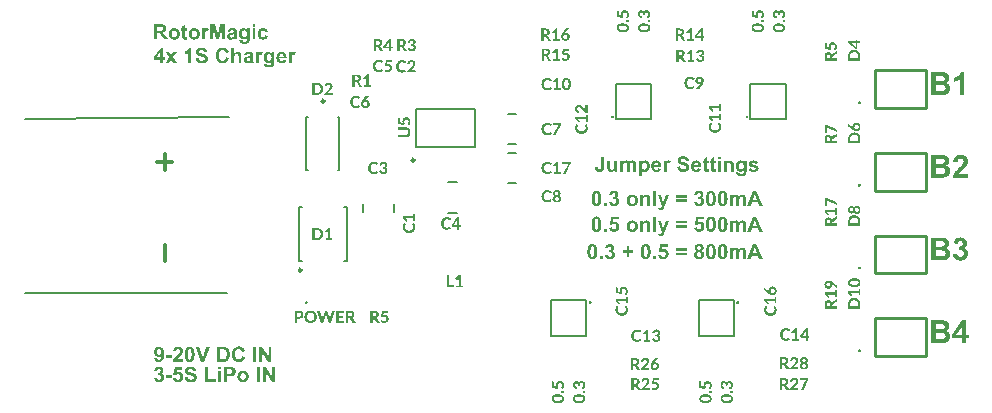
<source format=gto>
G04 Layer_Color=15132400*
%FSAX24Y24*%
%MOIN*%
G70*
G01*
G75*
%ADD29C,0.0118*%
%ADD39C,0.0100*%
%ADD40C,0.0098*%
%ADD41C,0.0060*%
%ADD42C,0.0079*%
G36*
X033493Y017434D02*
X033498D01*
X033504Y017433D01*
X033511Y017432D01*
X033520Y017430D01*
X033528Y017428D01*
X033537Y017425D01*
X033546Y017422D01*
X033556Y017418D01*
X033566Y017413D01*
X033575Y017407D01*
X033584Y017400D01*
X033593Y017392D01*
X033601Y017382D01*
X033602Y017382D01*
X033603Y017380D01*
X033605Y017376D01*
X033609Y017370D01*
X033612Y017364D01*
X033617Y017355D01*
X033621Y017345D01*
X033626Y017333D01*
X033630Y017320D01*
X033635Y017305D01*
X033639Y017288D01*
X033642Y017269D01*
X033646Y017249D01*
X033648Y017227D01*
X033650Y017203D01*
X033650Y017177D01*
Y017176D01*
Y017175D01*
Y017173D01*
Y017171D01*
Y017167D01*
X033650Y017163D01*
Y017159D01*
Y017154D01*
X033649Y017142D01*
X033647Y017128D01*
X033646Y017114D01*
X033644Y017098D01*
X033641Y017081D01*
X033638Y017064D01*
X033634Y017047D01*
X033629Y017030D01*
X033623Y017014D01*
X033617Y016998D01*
X033609Y016984D01*
X033600Y016971D01*
X033600Y016971D01*
X033599Y016969D01*
X033596Y016966D01*
X033593Y016963D01*
X033589Y016959D01*
X033584Y016955D01*
X033578Y016950D01*
X033571Y016946D01*
X033563Y016941D01*
X033555Y016936D01*
X033545Y016932D01*
X033535Y016928D01*
X033524Y016925D01*
X033512Y016922D01*
X033499Y016920D01*
X033486Y016920D01*
X033483D01*
X033479Y016920D01*
X033474Y016921D01*
X033468Y016921D01*
X033461Y016923D01*
X033452Y016925D01*
X033444Y016927D01*
X033434Y016930D01*
X033425Y016933D01*
X033415Y016938D01*
X033406Y016943D01*
X033396Y016950D01*
X033386Y016958D01*
X033377Y016966D01*
X033368Y016976D01*
X033367Y016977D01*
X033366Y016979D01*
X033363Y016982D01*
X033361Y016987D01*
X033357Y016994D01*
X033354Y017002D01*
X033350Y017012D01*
X033345Y017023D01*
X033341Y017036D01*
X033337Y017050D01*
X033333Y017067D01*
X033330Y017085D01*
X033327Y017105D01*
X033325Y017128D01*
X033324Y017152D01*
X033323Y017178D01*
Y017179D01*
Y017180D01*
Y017182D01*
Y017184D01*
Y017188D01*
X033324Y017192D01*
Y017196D01*
Y017201D01*
X033325Y017213D01*
X033326Y017226D01*
X033327Y017241D01*
X033329Y017257D01*
X033332Y017274D01*
X033335Y017291D01*
X033339Y017308D01*
X033344Y017324D01*
X033349Y017341D01*
X033356Y017356D01*
X033363Y017370D01*
X033372Y017383D01*
X033373Y017383D01*
X033374Y017385D01*
X033377Y017388D01*
X033380Y017391D01*
X033384Y017395D01*
X033389Y017399D01*
X033395Y017404D01*
X033402Y017409D01*
X033409Y017413D01*
X033418Y017418D01*
X033427Y017423D01*
X033438Y017427D01*
X033449Y017430D01*
X033461Y017433D01*
X033473Y017434D01*
X033486Y017435D01*
X033490D01*
X033493Y017434D01*
D02*
G37*
G36*
X038361Y016444D02*
X038365Y016443D01*
X038374Y016442D01*
X038385Y016441D01*
X038396Y016437D01*
X038407Y016434D01*
X038418Y016428D01*
X038419D01*
X038419Y016428D01*
X038423Y016425D01*
X038428Y016421D01*
X038434Y016416D01*
X038441Y016409D01*
X038448Y016401D01*
X038454Y016391D01*
X038460Y016380D01*
X038460Y016379D01*
X038461Y016377D01*
X038461Y016376D01*
X038462Y016373D01*
X038463Y016370D01*
X038464Y016366D01*
X038465Y016362D01*
X038466Y016357D01*
X038467Y016351D01*
X038468Y016345D01*
X038469Y016338D01*
X038469Y016331D01*
X038470Y016323D01*
X038470Y016313D01*
Y016304D01*
Y016071D01*
X038374D01*
Y016280D01*
Y016280D01*
Y016282D01*
Y016284D01*
Y016288D01*
X038373Y016293D01*
Y016298D01*
X038372Y016309D01*
X038371Y016321D01*
X038369Y016333D01*
X038368Y016337D01*
X038366Y016342D01*
X038365Y016347D01*
X038363Y016350D01*
X038363Y016351D01*
X038360Y016353D01*
X038358Y016357D01*
X038353Y016360D01*
X038347Y016364D01*
X038340Y016367D01*
X038332Y016370D01*
X038322Y016371D01*
X038319D01*
X038315Y016370D01*
X038310Y016369D01*
X038304Y016367D01*
X038298Y016365D01*
X038291Y016363D01*
X038284Y016358D01*
X038284Y016358D01*
X038281Y016356D01*
X038278Y016353D01*
X038274Y016349D01*
X038270Y016344D01*
X038265Y016337D01*
X038262Y016330D01*
X038258Y016322D01*
X038258Y016321D01*
Y016319D01*
X038257Y016317D01*
X038257Y016315D01*
X038256Y016311D01*
X038255Y016308D01*
X038255Y016304D01*
X038254Y016299D01*
X038253Y016293D01*
X038252Y016287D01*
X038252Y016280D01*
X038251Y016272D01*
Y016264D01*
X038251Y016256D01*
Y016246D01*
Y016071D01*
X038154D01*
Y016271D01*
Y016271D01*
Y016273D01*
Y016276D01*
Y016280D01*
Y016284D01*
Y016289D01*
X038154Y016300D01*
X038153Y016311D01*
X038152Y016323D01*
X038151Y016328D01*
X038150Y016333D01*
X038150Y016336D01*
X038149Y016340D01*
Y016340D01*
X038148Y016342D01*
X038146Y016345D01*
X038145Y016348D01*
X038140Y016356D01*
X038137Y016360D01*
X038133Y016363D01*
X038132Y016364D01*
X038131Y016364D01*
X038128Y016365D01*
X038125Y016367D01*
X038121Y016369D01*
X038116Y016370D01*
X038110Y016370D01*
X038103Y016371D01*
X038100D01*
X038095Y016370D01*
X038090Y016369D01*
X038084Y016367D01*
X038077Y016365D01*
X038070Y016363D01*
X038063Y016358D01*
X038062Y016358D01*
X038060Y016356D01*
X038057Y016353D01*
X038053Y016349D01*
X038049Y016345D01*
X038045Y016339D01*
X038041Y016331D01*
X038038Y016323D01*
X038037Y016322D01*
Y016321D01*
X038037Y016319D01*
X038036Y016317D01*
X038036Y016313D01*
X038035Y016310D01*
X038034Y016306D01*
X038033Y016301D01*
X038032Y016295D01*
X038032Y016289D01*
X038031Y016282D01*
X038031Y016275D01*
Y016266D01*
X038030Y016258D01*
Y016248D01*
Y016071D01*
X037934D01*
Y016436D01*
X038023D01*
Y016386D01*
X038023Y016387D01*
X038025Y016389D01*
X038027Y016391D01*
X038031Y016395D01*
X038036Y016400D01*
X038041Y016405D01*
X038048Y016410D01*
X038055Y016416D01*
X038062Y016421D01*
X038071Y016426D01*
X038080Y016431D01*
X038090Y016435D01*
X038101Y016439D01*
X038112Y016442D01*
X038124Y016444D01*
X038136Y016444D01*
X038142D01*
X038145Y016444D01*
X038149D01*
X038157Y016443D01*
X038166Y016441D01*
X038176Y016438D01*
X038187Y016435D01*
X038197Y016430D01*
X038197D01*
X038198Y016429D01*
X038201Y016427D01*
X038206Y016424D01*
X038212Y016419D01*
X038219Y016413D01*
X038226Y016405D01*
X038233Y016396D01*
X038239Y016386D01*
X038240Y016387D01*
X038240Y016387D01*
X038241Y016389D01*
X038244Y016391D01*
X038249Y016396D01*
X038255Y016402D01*
X038263Y016410D01*
X038271Y016417D01*
X038281Y016424D01*
X038291Y016430D01*
X038292D01*
X038292Y016430D01*
X038294Y016431D01*
X038296Y016432D01*
X038302Y016435D01*
X038309Y016437D01*
X038318Y016440D01*
X038328Y016442D01*
X038339Y016444D01*
X038351Y016444D01*
X038357D01*
X038361Y016444D01*
D02*
G37*
G36*
X037699Y017434D02*
X037704D01*
X037710Y017433D01*
X037717Y017432D01*
X037725Y017430D01*
X037734Y017428D01*
X037742Y017425D01*
X037752Y017422D01*
X037762Y017418D01*
X037771Y017413D01*
X037780Y017407D01*
X037789Y017400D01*
X037798Y017392D01*
X037806Y017382D01*
X037807Y017382D01*
X037808Y017380D01*
X037811Y017376D01*
X037814Y017370D01*
X037818Y017364D01*
X037822Y017355D01*
X037826Y017345D01*
X037831Y017333D01*
X037835Y017320D01*
X037840Y017305D01*
X037844Y017288D01*
X037848Y017269D01*
X037851Y017249D01*
X037853Y017227D01*
X037855Y017203D01*
X037855Y017177D01*
Y017176D01*
Y017175D01*
Y017173D01*
Y017171D01*
Y017167D01*
X037855Y017163D01*
Y017159D01*
Y017154D01*
X037854Y017142D01*
X037853Y017128D01*
X037851Y017114D01*
X037849Y017098D01*
X037847Y017081D01*
X037843Y017064D01*
X037839Y017047D01*
X037835Y017030D01*
X037829Y017014D01*
X037822Y016998D01*
X037814Y016984D01*
X037806Y016971D01*
X037805Y016971D01*
X037804Y016969D01*
X037801Y016966D01*
X037798Y016963D01*
X037794Y016959D01*
X037789Y016955D01*
X037783Y016950D01*
X037776Y016946D01*
X037769Y016941D01*
X037760Y016936D01*
X037751Y016932D01*
X037740Y016928D01*
X037729Y016925D01*
X037717Y016922D01*
X037705Y016920D01*
X037692Y016920D01*
X037688D01*
X037685Y016920D01*
X037680Y016921D01*
X037673Y016921D01*
X037666Y016923D01*
X037658Y016925D01*
X037649Y016927D01*
X037640Y016930D01*
X037630Y016933D01*
X037621Y016938D01*
X037611Y016943D01*
X037601Y016950D01*
X037591Y016958D01*
X037582Y016966D01*
X037573Y016976D01*
X037573Y016977D01*
X037572Y016979D01*
X037569Y016982D01*
X037566Y016987D01*
X037563Y016994D01*
X037559Y017002D01*
X037555Y017012D01*
X037551Y017023D01*
X037546Y017036D01*
X037543Y017050D01*
X037539Y017067D01*
X037535Y017085D01*
X037533Y017105D01*
X037531Y017128D01*
X037529Y017152D01*
X037528Y017178D01*
Y017179D01*
Y017180D01*
Y017182D01*
Y017184D01*
Y017188D01*
X037529Y017192D01*
Y017196D01*
Y017201D01*
X037530Y017213D01*
X037531Y017226D01*
X037533Y017241D01*
X037534Y017257D01*
X037537Y017274D01*
X037540Y017291D01*
X037544Y017308D01*
X037549Y017324D01*
X037555Y017341D01*
X037561Y017356D01*
X037569Y017370D01*
X037578Y017383D01*
X037578Y017383D01*
X037580Y017385D01*
X037582Y017388D01*
X037585Y017391D01*
X037590Y017395D01*
X037594Y017399D01*
X037600Y017404D01*
X037607Y017409D01*
X037615Y017413D01*
X037623Y017418D01*
X037633Y017423D01*
X037643Y017427D01*
X037654Y017430D01*
X037666Y017433D01*
X037679Y017434D01*
X037692Y017435D01*
X037695D01*
X037699Y017434D01*
D02*
G37*
G36*
X037307D02*
X037312D01*
X037318Y017433D01*
X037325Y017432D01*
X037333Y017430D01*
X037342Y017428D01*
X037351Y017425D01*
X037360Y017422D01*
X037370Y017418D01*
X037379Y017413D01*
X037389Y017407D01*
X037398Y017400D01*
X037407Y017392D01*
X037415Y017382D01*
X037415Y017382D01*
X037417Y017380D01*
X037419Y017376D01*
X037422Y017370D01*
X037426Y017364D01*
X037431Y017355D01*
X037435Y017345D01*
X037439Y017333D01*
X037444Y017320D01*
X037449Y017305D01*
X037452Y017288D01*
X037456Y017269D01*
X037460Y017249D01*
X037462Y017227D01*
X037463Y017203D01*
X037464Y017177D01*
Y017176D01*
Y017175D01*
Y017173D01*
Y017171D01*
Y017167D01*
X037463Y017163D01*
Y017159D01*
Y017154D01*
X037462Y017142D01*
X037461Y017128D01*
X037460Y017114D01*
X037458Y017098D01*
X037455Y017081D01*
X037452Y017064D01*
X037448Y017047D01*
X037443Y017030D01*
X037437Y017014D01*
X037431Y016998D01*
X037423Y016984D01*
X037414Y016971D01*
X037414Y016971D01*
X037413Y016969D01*
X037410Y016966D01*
X037407Y016963D01*
X037403Y016959D01*
X037397Y016955D01*
X037391Y016950D01*
X037385Y016946D01*
X037377Y016941D01*
X037368Y016936D01*
X037359Y016932D01*
X037349Y016928D01*
X037338Y016925D01*
X037326Y016922D01*
X037313Y016920D01*
X037300Y016920D01*
X037297D01*
X037293Y016920D01*
X037288Y016921D01*
X037282Y016921D01*
X037274Y016923D01*
X037266Y016925D01*
X037258Y016927D01*
X037248Y016930D01*
X037239Y016933D01*
X037229Y016938D01*
X037219Y016943D01*
X037210Y016950D01*
X037200Y016958D01*
X037190Y016966D01*
X037182Y016976D01*
X037181Y016977D01*
X037180Y016979D01*
X037177Y016982D01*
X037175Y016987D01*
X037171Y016994D01*
X037167Y017002D01*
X037164Y017012D01*
X037159Y017023D01*
X037155Y017036D01*
X037151Y017050D01*
X037147Y017067D01*
X037144Y017085D01*
X037141Y017105D01*
X037139Y017128D01*
X037137Y017152D01*
X037137Y017178D01*
Y017179D01*
Y017180D01*
Y017182D01*
Y017184D01*
Y017188D01*
X037137Y017192D01*
Y017196D01*
Y017201D01*
X037139Y017213D01*
X037140Y017226D01*
X037141Y017241D01*
X037143Y017257D01*
X037146Y017274D01*
X037149Y017291D01*
X037153Y017308D01*
X037158Y017324D01*
X037163Y017341D01*
X037170Y017356D01*
X037177Y017370D01*
X037186Y017383D01*
X037187Y017383D01*
X037188Y017385D01*
X037190Y017388D01*
X037194Y017391D01*
X037198Y017395D01*
X037203Y017399D01*
X037209Y017404D01*
X037216Y017409D01*
X037223Y017413D01*
X037232Y017418D01*
X037241Y017423D01*
X037252Y017427D01*
X037262Y017430D01*
X037274Y017433D01*
X037287Y017434D01*
X037300Y017435D01*
X037303D01*
X037307Y017434D01*
D02*
G37*
G36*
X036491Y016198D02*
X036139D01*
Y016287D01*
X036491D01*
Y016198D01*
D02*
G37*
G36*
X035774Y016085D02*
X035750Y016021D01*
Y016021D01*
X035750Y016020D01*
X035749Y016018D01*
X035748Y016016D01*
X035746Y016010D01*
X035742Y016003D01*
X035739Y015996D01*
X035735Y015987D01*
X035730Y015980D01*
X035726Y015973D01*
X035725Y015972D01*
X035724Y015970D01*
X035722Y015967D01*
X035718Y015963D01*
X035715Y015959D01*
X035710Y015954D01*
X035705Y015950D01*
X035699Y015945D01*
X035699Y015945D01*
X035697Y015944D01*
X035693Y015942D01*
X035689Y015939D01*
X035684Y015937D01*
X035677Y015934D01*
X035670Y015931D01*
X035663Y015929D01*
X035662D01*
X035659Y015928D01*
X035655Y015927D01*
X035649Y015926D01*
X035641Y015925D01*
X035633Y015924D01*
X035624Y015924D01*
X035614Y015923D01*
X035609D01*
X035603Y015924D01*
X035597D01*
X035588Y015925D01*
X035579Y015926D01*
X035569Y015927D01*
X035559Y015929D01*
X035551Y016005D01*
X035552D01*
X035555Y016004D01*
X035559Y016003D01*
X035564Y016003D01*
X035570Y016002D01*
X035578Y016001D01*
X035591Y016000D01*
X035594D01*
X035597Y016001D01*
X035603Y016001D01*
X035610Y016003D01*
X035618Y016005D01*
X035627Y016009D01*
X035634Y016014D01*
X035641Y016020D01*
X035641Y016021D01*
X035644Y016024D01*
X035646Y016028D01*
X035650Y016034D01*
X035654Y016041D01*
X035658Y016050D01*
X035662Y016059D01*
X035665Y016070D01*
X035527Y016436D01*
X035630D01*
X035717Y016176D01*
X035802Y016436D01*
X035902D01*
X035774Y016085D01*
D02*
G37*
G36*
X035167Y016444D02*
X035176Y016443D01*
X035184Y016442D01*
X035194Y016440D01*
X035205Y016436D01*
X035214Y016432D01*
X035215D01*
X035216Y016432D01*
X035219Y016430D01*
X035224Y016428D01*
X035229Y016424D01*
X035236Y016420D01*
X035242Y016415D01*
X035249Y016410D01*
X035254Y016403D01*
X035255Y016402D01*
X035256Y016400D01*
X035259Y016396D01*
X035262Y016391D01*
X035265Y016385D01*
X035268Y016378D01*
X035271Y016371D01*
X035273Y016363D01*
Y016361D01*
X035274Y016358D01*
X035275Y016353D01*
X035276Y016346D01*
X035277Y016337D01*
X035278Y016326D01*
X035279Y016313D01*
Y016298D01*
Y016071D01*
X035182D01*
Y016257D01*
Y016258D01*
Y016260D01*
Y016263D01*
Y016267D01*
Y016271D01*
X035182Y016277D01*
Y016289D01*
X035181Y016302D01*
X035179Y016315D01*
X035179Y016321D01*
X035178Y016325D01*
X035177Y016330D01*
X035176Y016334D01*
Y016334D01*
X035175Y016336D01*
X035173Y016340D01*
X035171Y016343D01*
X035168Y016348D01*
X035165Y016353D01*
X035160Y016357D01*
X035155Y016361D01*
X035155Y016361D01*
X035153Y016363D01*
X035150Y016364D01*
X035146Y016366D01*
X035141Y016367D01*
X035136Y016369D01*
X035130Y016370D01*
X035123Y016371D01*
X035118D01*
X035114Y016370D01*
X035107Y016369D01*
X035101Y016367D01*
X035093Y016365D01*
X035085Y016361D01*
X035077Y016357D01*
X035076Y016356D01*
X035074Y016354D01*
X035071Y016351D01*
X035066Y016347D01*
X035062Y016342D01*
X035058Y016335D01*
X035054Y016328D01*
X035051Y016320D01*
X035050Y016319D01*
Y016318D01*
X035050Y016316D01*
X035049Y016313D01*
X035048Y016310D01*
X035048Y016306D01*
X035047Y016301D01*
X035046Y016296D01*
X035046Y016290D01*
X035045Y016283D01*
X035045Y016275D01*
X035044Y016267D01*
Y016258D01*
X035044Y016247D01*
Y016236D01*
Y016071D01*
X034947D01*
Y016436D01*
X035036D01*
Y016382D01*
X035037Y016383D01*
X035039Y016385D01*
X035041Y016388D01*
X035045Y016392D01*
X035050Y016396D01*
X035056Y016402D01*
X035062Y016407D01*
X035069Y016413D01*
X035077Y016419D01*
X035087Y016425D01*
X035096Y016430D01*
X035107Y016435D01*
X035118Y016439D01*
X035130Y016442D01*
X035143Y016444D01*
X035156Y016444D01*
X035161D01*
X035167Y016444D01*
D02*
G37*
G36*
X036491Y016351D02*
X036139D01*
Y016440D01*
X036491D01*
Y016351D01*
D02*
G37*
G36*
X034691Y017302D02*
X034697Y017301D01*
X034704Y017301D01*
X034712Y017300D01*
X034721Y017298D01*
X034731Y017296D01*
X034742Y017293D01*
X034753Y017289D01*
X034764Y017285D01*
X034775Y017280D01*
X034786Y017274D01*
X034798Y017267D01*
X034808Y017258D01*
X034819Y017249D01*
X034819Y017248D01*
X034821Y017246D01*
X034824Y017243D01*
X034827Y017239D01*
X034831Y017233D01*
X034836Y017227D01*
X034840Y017220D01*
X034845Y017211D01*
X034850Y017202D01*
X034855Y017192D01*
X034860Y017180D01*
X034863Y017168D01*
X034867Y017156D01*
X034869Y017142D01*
X034871Y017128D01*
X034872Y017113D01*
Y017112D01*
Y017109D01*
X034871Y017104D01*
Y017099D01*
X034870Y017092D01*
X034869Y017084D01*
X034867Y017074D01*
X034865Y017065D01*
X034862Y017054D01*
X034858Y017043D01*
X034854Y017031D01*
X034849Y017020D01*
X034843Y017008D01*
X034836Y016997D01*
X034827Y016985D01*
X034818Y016975D01*
X034817Y016974D01*
X034816Y016973D01*
X034813Y016970D01*
X034808Y016967D01*
X034803Y016962D01*
X034797Y016958D01*
X034790Y016953D01*
X034781Y016948D01*
X034772Y016943D01*
X034762Y016938D01*
X034751Y016933D01*
X034739Y016930D01*
X034726Y016926D01*
X034713Y016923D01*
X034698Y016921D01*
X034684Y016921D01*
X034679D01*
X034675Y016921D01*
X034671D01*
X034666Y016922D01*
X034660Y016923D01*
X034653Y016924D01*
X034638Y016926D01*
X034622Y016930D01*
X034605Y016936D01*
X034588Y016943D01*
X034588Y016944D01*
X034586Y016944D01*
X034584Y016946D01*
X034581Y016948D01*
X034577Y016950D01*
X034573Y016953D01*
X034563Y016960D01*
X034552Y016970D01*
X034540Y016981D01*
X034529Y016995D01*
X034519Y017010D01*
Y017010D01*
X034518Y017012D01*
X034517Y017014D01*
X034516Y017018D01*
X034514Y017022D01*
X034512Y017027D01*
X034510Y017033D01*
X034508Y017039D01*
X034506Y017047D01*
X034504Y017055D01*
X034501Y017064D01*
X034500Y017073D01*
X034498Y017083D01*
X034497Y017094D01*
X034496Y017105D01*
X034496Y017116D01*
Y017117D01*
Y017119D01*
Y017121D01*
X034496Y017125D01*
Y017129D01*
X034497Y017134D01*
X034498Y017140D01*
X034499Y017146D01*
X034502Y017161D01*
X034506Y017176D01*
X034512Y017193D01*
X034515Y017202D01*
X034519Y017210D01*
X034520Y017210D01*
X034520Y017212D01*
X034522Y017214D01*
X034524Y017217D01*
X034526Y017221D01*
X034529Y017226D01*
X034536Y017235D01*
X034546Y017246D01*
X034558Y017258D01*
X034571Y017269D01*
X034586Y017279D01*
X034587Y017279D01*
X034588Y017280D01*
X034590Y017281D01*
X034594Y017282D01*
X034598Y017284D01*
X034603Y017286D01*
X034608Y017288D01*
X034614Y017291D01*
X034621Y017293D01*
X034629Y017295D01*
X034646Y017299D01*
X034664Y017301D01*
X034673Y017303D01*
X034687D01*
X034691Y017302D01*
D02*
G37*
G36*
X035774Y016943D02*
X035750Y016879D01*
Y016879D01*
X035750Y016878D01*
X035749Y016876D01*
X035748Y016874D01*
X035746Y016869D01*
X035742Y016861D01*
X035739Y016854D01*
X035735Y016846D01*
X035730Y016838D01*
X035726Y016831D01*
X035725Y016830D01*
X035724Y016828D01*
X035722Y016825D01*
X035718Y016821D01*
X035715Y016817D01*
X035710Y016812D01*
X035705Y016808D01*
X035699Y016804D01*
X035699Y016803D01*
X035697Y016802D01*
X035693Y016800D01*
X035689Y016798D01*
X035684Y016795D01*
X035677Y016792D01*
X035670Y016789D01*
X035663Y016787D01*
X035662D01*
X035659Y016786D01*
X035655Y016786D01*
X035649Y016784D01*
X035641Y016783D01*
X035633Y016782D01*
X035624Y016782D01*
X035614Y016781D01*
X035609D01*
X035603Y016782D01*
X035597D01*
X035588Y016783D01*
X035579Y016784D01*
X035569Y016785D01*
X035559Y016787D01*
X035551Y016863D01*
X035552D01*
X035555Y016863D01*
X035559Y016861D01*
X035564Y016861D01*
X035570Y016860D01*
X035578Y016859D01*
X035591Y016858D01*
X035594D01*
X035597Y016859D01*
X035603Y016859D01*
X035610Y016861D01*
X035618Y016863D01*
X035627Y016867D01*
X035634Y016872D01*
X035641Y016878D01*
X035641Y016879D01*
X035644Y016882D01*
X035646Y016886D01*
X035650Y016892D01*
X035654Y016899D01*
X035658Y016908D01*
X035662Y016917D01*
X035665Y016928D01*
X035527Y017294D01*
X035630D01*
X035717Y017035D01*
X035802Y017294D01*
X035902D01*
X035774Y016943D01*
D02*
G37*
G36*
X036912Y017434D02*
X036917D01*
X036923Y017433D01*
X036930Y017433D01*
X036938Y017431D01*
X036946Y017429D01*
X036955Y017427D01*
X036964Y017424D01*
X036974Y017420D01*
X036983Y017416D01*
X036993Y017410D01*
X037002Y017404D01*
X037011Y017397D01*
X037019Y017389D01*
X037020Y017388D01*
X037021Y017387D01*
X037022Y017385D01*
X037024Y017382D01*
X037027Y017379D01*
X037030Y017375D01*
X037034Y017370D01*
X037037Y017364D01*
X037044Y017352D01*
X037050Y017338D01*
X037052Y017330D01*
X037053Y017322D01*
X037054Y017314D01*
X037055Y017305D01*
Y017305D01*
Y017303D01*
X037054Y017299D01*
X037054Y017294D01*
X037053Y017289D01*
X037051Y017282D01*
X037049Y017275D01*
X037046Y017267D01*
X037042Y017259D01*
X037038Y017250D01*
X037032Y017241D01*
X037024Y017233D01*
X037016Y017224D01*
X037006Y017215D01*
X036995Y017207D01*
X036982Y017199D01*
X036983D01*
X036985Y017199D01*
X036987Y017198D01*
X036989Y017197D01*
X036993Y017196D01*
X036998Y017194D01*
X037007Y017191D01*
X037018Y017185D01*
X037030Y017178D01*
X037041Y017169D01*
X037046Y017163D01*
X037051Y017157D01*
X037052Y017157D01*
X037052Y017156D01*
X037053Y017154D01*
X037056Y017152D01*
X037057Y017149D01*
X037059Y017145D01*
X037062Y017140D01*
X037064Y017136D01*
X037069Y017124D01*
X037074Y017111D01*
X037076Y017096D01*
X037077Y017087D01*
X037077Y017079D01*
Y017079D01*
Y017077D01*
X037077Y017073D01*
Y017068D01*
X037076Y017062D01*
X037075Y017056D01*
X037074Y017049D01*
X037071Y017041D01*
X037069Y017032D01*
X037065Y017023D01*
X037062Y017013D01*
X037057Y017004D01*
X037051Y016994D01*
X037045Y016985D01*
X037038Y016976D01*
X037029Y016966D01*
X037028Y016966D01*
X037027Y016964D01*
X037024Y016962D01*
X037020Y016959D01*
X037015Y016955D01*
X037010Y016952D01*
X037003Y016947D01*
X036995Y016943D01*
X036987Y016939D01*
X036978Y016935D01*
X036968Y016931D01*
X036957Y016927D01*
X036946Y016924D01*
X036934Y016922D01*
X036921Y016920D01*
X036908Y016920D01*
X036904D01*
X036901Y016920D01*
X036896D01*
X036891Y016921D01*
X036884Y016922D01*
X036876Y016923D01*
X036868Y016925D01*
X036859Y016927D01*
X036850Y016930D01*
X036840Y016932D01*
X036831Y016936D01*
X036821Y016941D01*
X036812Y016946D01*
X036803Y016952D01*
X036794Y016959D01*
X036793Y016960D01*
X036792Y016961D01*
X036790Y016963D01*
X036787Y016966D01*
X036784Y016970D01*
X036779Y016975D01*
X036775Y016980D01*
X036771Y016987D01*
X036766Y016994D01*
X036762Y017002D01*
X036757Y017010D01*
X036753Y017019D01*
X036750Y017029D01*
X036747Y017039D01*
X036744Y017051D01*
X036742Y017062D01*
X036836Y017074D01*
Y017073D01*
Y017072D01*
X036836Y017071D01*
X036837Y017068D01*
X036838Y017061D01*
X036840Y017054D01*
X036843Y017044D01*
X036848Y017036D01*
X036853Y017026D01*
X036860Y017019D01*
X036861Y017018D01*
X036863Y017016D01*
X036867Y017013D01*
X036873Y017009D01*
X036880Y017006D01*
X036888Y017003D01*
X036897Y017001D01*
X036907Y017000D01*
X036910D01*
X036912Y017001D01*
X036917Y017001D01*
X036925Y017003D01*
X036933Y017006D01*
X036941Y017009D01*
X036950Y017015D01*
X036958Y017023D01*
X036959Y017024D01*
X036961Y017027D01*
X036964Y017032D01*
X036968Y017039D01*
X036972Y017048D01*
X036975Y017058D01*
X036977Y017070D01*
X036979Y017084D01*
Y017084D01*
Y017085D01*
Y017087D01*
X036978Y017090D01*
Y017093D01*
X036977Y017096D01*
X036976Y017104D01*
X036974Y017114D01*
X036970Y017124D01*
X036965Y017133D01*
X036959Y017142D01*
X036958Y017143D01*
X036956Y017145D01*
X036951Y017149D01*
X036946Y017152D01*
X036939Y017156D01*
X036931Y017160D01*
X036921Y017162D01*
X036911Y017163D01*
X036908D01*
X036904Y017163D01*
X036898Y017162D01*
X036892Y017162D01*
X036885Y017160D01*
X036876Y017158D01*
X036867Y017156D01*
X036877Y017234D01*
X036884D01*
X036887Y017235D01*
X036891D01*
X036899Y017236D01*
X036909Y017238D01*
X036919Y017241D01*
X036928Y017245D01*
X036937Y017251D01*
X036938Y017252D01*
X036940Y017254D01*
X036944Y017258D01*
X036948Y017263D01*
X036952Y017270D01*
X036955Y017279D01*
X036957Y017288D01*
X036958Y017299D01*
Y017299D01*
Y017300D01*
Y017303D01*
X036958Y017308D01*
X036957Y017314D01*
X036955Y017320D01*
X036952Y017327D01*
X036948Y017333D01*
X036943Y017339D01*
X036943Y017340D01*
X036940Y017341D01*
X036937Y017344D01*
X036932Y017347D01*
X036926Y017350D01*
X036920Y017352D01*
X036911Y017354D01*
X036902Y017354D01*
X036898D01*
X036893Y017353D01*
X036887Y017352D01*
X036881Y017350D01*
X036874Y017347D01*
X036867Y017343D01*
X036860Y017337D01*
X036859Y017336D01*
X036857Y017334D01*
X036854Y017330D01*
X036850Y017324D01*
X036846Y017317D01*
X036843Y017309D01*
X036840Y017299D01*
X036838Y017287D01*
X036749Y017302D01*
Y017303D01*
X036750Y017304D01*
X036750Y017306D01*
X036751Y017310D01*
X036752Y017314D01*
X036753Y017318D01*
X036756Y017328D01*
X036760Y017340D01*
X036765Y017352D01*
X036771Y017364D01*
X036777Y017375D01*
Y017376D01*
X036778Y017376D01*
X036780Y017380D01*
X036785Y017385D01*
X036791Y017391D01*
X036798Y017398D01*
X036807Y017405D01*
X036817Y017412D01*
X036829Y017419D01*
X036830D01*
X036831Y017419D01*
X036832Y017421D01*
X036835Y017422D01*
X036838Y017423D01*
X036842Y017424D01*
X036846Y017425D01*
X036851Y017427D01*
X036862Y017430D01*
X036875Y017433D01*
X036890Y017434D01*
X036905Y017435D01*
X036908D01*
X036912Y017434D01*
D02*
G37*
G36*
X036491Y017209D02*
X036139D01*
Y017298D01*
X036491D01*
Y017209D01*
D02*
G37*
G36*
Y017056D02*
X036139D01*
Y017145D01*
X036491D01*
Y017056D01*
D02*
G37*
G36*
X035474Y016929D02*
X035378D01*
Y017433D01*
X035474D01*
Y016929D01*
D02*
G37*
G36*
X033832D02*
X033735D01*
Y017026D01*
X033832D01*
Y016929D01*
D02*
G37*
G36*
X034077Y017434D02*
X034081D01*
X034087Y017433D01*
X034095Y017433D01*
X034102Y017431D01*
X034110Y017429D01*
X034120Y017427D01*
X034129Y017424D01*
X034138Y017420D01*
X034148Y017416D01*
X034157Y017410D01*
X034167Y017404D01*
X034175Y017397D01*
X034184Y017389D01*
X034184Y017388D01*
X034185Y017387D01*
X034187Y017385D01*
X034189Y017382D01*
X034192Y017379D01*
X034195Y017375D01*
X034198Y017370D01*
X034202Y017364D01*
X034208Y017352D01*
X034214Y017338D01*
X034216Y017330D01*
X034218Y017322D01*
X034219Y017314D01*
X034220Y017305D01*
Y017305D01*
Y017303D01*
X034219Y017299D01*
X034219Y017294D01*
X034217Y017289D01*
X034216Y017282D01*
X034214Y017275D01*
X034210Y017267D01*
X034207Y017259D01*
X034202Y017250D01*
X034196Y017241D01*
X034189Y017233D01*
X034181Y017224D01*
X034171Y017215D01*
X034160Y017207D01*
X034147Y017199D01*
X034148D01*
X034149Y017199D01*
X034151Y017198D01*
X034154Y017197D01*
X034158Y017196D01*
X034162Y017194D01*
X034172Y017191D01*
X034183Y017185D01*
X034195Y017178D01*
X034205Y017169D01*
X034211Y017163D01*
X034216Y017157D01*
X034216Y017157D01*
X034217Y017156D01*
X034218Y017154D01*
X034220Y017152D01*
X034222Y017149D01*
X034224Y017145D01*
X034227Y017140D01*
X034229Y017136D01*
X034234Y017124D01*
X034238Y017111D01*
X034241Y017096D01*
X034241Y017087D01*
X034242Y017079D01*
Y017079D01*
Y017077D01*
X034241Y017073D01*
Y017068D01*
X034240Y017062D01*
X034239Y017056D01*
X034238Y017049D01*
X034236Y017041D01*
X034233Y017032D01*
X034230Y017023D01*
X034226Y017013D01*
X034221Y017004D01*
X034216Y016994D01*
X034209Y016985D01*
X034202Y016976D01*
X034193Y016966D01*
X034193Y016966D01*
X034191Y016964D01*
X034188Y016962D01*
X034185Y016959D01*
X034180Y016955D01*
X034174Y016952D01*
X034168Y016947D01*
X034160Y016943D01*
X034152Y016939D01*
X034143Y016935D01*
X034132Y016931D01*
X034122Y016927D01*
X034110Y016924D01*
X034098Y016922D01*
X034085Y016920D01*
X034072Y016920D01*
X034069D01*
X034066Y016920D01*
X034061D01*
X034055Y016921D01*
X034048Y016922D01*
X034041Y016923D01*
X034032Y016925D01*
X034024Y016927D01*
X034014Y016930D01*
X034005Y016932D01*
X033996Y016936D01*
X033986Y016941D01*
X033977Y016946D01*
X033967Y016952D01*
X033959Y016959D01*
X033958Y016960D01*
X033956Y016961D01*
X033954Y016963D01*
X033952Y016966D01*
X033948Y016970D01*
X033944Y016975D01*
X033940Y016980D01*
X033935Y016987D01*
X033931Y016994D01*
X033926Y017002D01*
X033922Y017010D01*
X033918Y017019D01*
X033914Y017029D01*
X033911Y017039D01*
X033908Y017051D01*
X033907Y017062D01*
X034000Y017074D01*
Y017073D01*
Y017072D01*
X034001Y017071D01*
X034001Y017068D01*
X034002Y017061D01*
X034005Y017054D01*
X034008Y017044D01*
X034012Y017036D01*
X034018Y017026D01*
X034024Y017019D01*
X034025Y017018D01*
X034027Y017016D01*
X034032Y017013D01*
X034037Y017009D01*
X034044Y017006D01*
X034053Y017003D01*
X034062Y017001D01*
X034072Y017000D01*
X034074D01*
X034077Y017001D01*
X034082Y017001D01*
X034089Y017003D01*
X034097Y017006D01*
X034106Y017009D01*
X034114Y017015D01*
X034122Y017023D01*
X034124Y017024D01*
X034126Y017027D01*
X034129Y017032D01*
X034133Y017039D01*
X034137Y017048D01*
X034140Y017058D01*
X034142Y017070D01*
X034143Y017084D01*
Y017084D01*
Y017085D01*
Y017087D01*
X034143Y017090D01*
Y017093D01*
X034142Y017096D01*
X034141Y017104D01*
X034138Y017114D01*
X034135Y017124D01*
X034130Y017133D01*
X034124Y017142D01*
X034122Y017143D01*
X034120Y017145D01*
X034116Y017149D01*
X034110Y017152D01*
X034103Y017156D01*
X034095Y017160D01*
X034086Y017162D01*
X034075Y017163D01*
X034072D01*
X034068Y017163D01*
X034063Y017162D01*
X034056Y017162D01*
X034049Y017160D01*
X034041Y017158D01*
X034031Y017156D01*
X034042Y017234D01*
X034048D01*
X034051Y017235D01*
X034055D01*
X034064Y017236D01*
X034074Y017238D01*
X034084Y017241D01*
X034093Y017245D01*
X034102Y017251D01*
X034103Y017252D01*
X034105Y017254D01*
X034108Y017258D01*
X034113Y017263D01*
X034116Y017270D01*
X034120Y017279D01*
X034122Y017288D01*
X034123Y017299D01*
Y017299D01*
Y017300D01*
Y017303D01*
X034122Y017308D01*
X034121Y017314D01*
X034119Y017320D01*
X034116Y017327D01*
X034113Y017333D01*
X034108Y017339D01*
X034107Y017340D01*
X034105Y017341D01*
X034102Y017344D01*
X034097Y017347D01*
X034091Y017350D01*
X034084Y017352D01*
X034076Y017354D01*
X034067Y017354D01*
X034062D01*
X034058Y017353D01*
X034052Y017352D01*
X034045Y017350D01*
X034038Y017347D01*
X034031Y017343D01*
X034024Y017337D01*
X034024Y017336D01*
X034021Y017334D01*
X034019Y017330D01*
X034015Y017324D01*
X034011Y017317D01*
X034008Y017309D01*
X034005Y017299D01*
X034003Y017287D01*
X033914Y017302D01*
Y017303D01*
X033914Y017304D01*
X033915Y017306D01*
X033916Y017310D01*
X033917Y017314D01*
X033918Y017318D01*
X033921Y017328D01*
X033925Y017340D01*
X033930Y017352D01*
X033935Y017364D01*
X033942Y017375D01*
Y017376D01*
X033943Y017376D01*
X033945Y017380D01*
X033949Y017385D01*
X033955Y017391D01*
X033962Y017398D01*
X033971Y017405D01*
X033982Y017412D01*
X033994Y017419D01*
X033994D01*
X033995Y017419D01*
X033997Y017421D01*
X034000Y017422D01*
X034003Y017423D01*
X034007Y017424D01*
X034011Y017425D01*
X034016Y017427D01*
X034027Y017430D01*
X034040Y017433D01*
X034054Y017434D01*
X034069Y017435D01*
X034073D01*
X034077Y017434D01*
D02*
G37*
G36*
X039022Y016929D02*
X038911D01*
X038867Y017044D01*
X038666D01*
X038624Y016929D01*
X038516D01*
X038712Y017433D01*
X038820D01*
X039022Y016929D01*
D02*
G37*
G36*
X037064Y016478D02*
X036881D01*
X036866Y016392D01*
X036866D01*
X036867Y016393D01*
X036869Y016394D01*
X036871Y016395D01*
X036874Y016396D01*
X036878Y016398D01*
X036886Y016400D01*
X036896Y016404D01*
X036907Y016406D01*
X036919Y016408D01*
X036932Y016408D01*
X036934D01*
X036938Y016408D01*
X036943D01*
X036948Y016407D01*
X036955Y016406D01*
X036962Y016405D01*
X036969Y016402D01*
X036978Y016400D01*
X036987Y016397D01*
X036995Y016393D01*
X037005Y016389D01*
X037014Y016383D01*
X037023Y016377D01*
X037032Y016370D01*
X037041Y016361D01*
X037041Y016361D01*
X037043Y016359D01*
X037045Y016357D01*
X037048Y016353D01*
X037051Y016348D01*
X037055Y016343D01*
X037059Y016336D01*
X037064Y016329D01*
X037068Y016321D01*
X037072Y016311D01*
X037076Y016301D01*
X037079Y016290D01*
X037082Y016278D01*
X037084Y016266D01*
X037086Y016253D01*
X037086Y016240D01*
Y016239D01*
Y016237D01*
Y016234D01*
X037086Y016229D01*
X037085Y016224D01*
X037084Y016217D01*
X037083Y016210D01*
X037082Y016203D01*
X037080Y016194D01*
X037077Y016185D01*
X037074Y016176D01*
X037071Y016167D01*
X037066Y016157D01*
X037062Y016147D01*
X037056Y016138D01*
X037050Y016128D01*
X037049Y016128D01*
X037047Y016126D01*
X037045Y016122D01*
X037040Y016118D01*
X037035Y016113D01*
X037029Y016107D01*
X037022Y016101D01*
X037014Y016095D01*
X037005Y016089D01*
X036994Y016083D01*
X036983Y016077D01*
X036971Y016072D01*
X036958Y016068D01*
X036944Y016064D01*
X036929Y016062D01*
X036913Y016062D01*
X036906D01*
X036902Y016062D01*
X036896Y016063D01*
X036888Y016064D01*
X036881Y016065D01*
X036873Y016067D01*
X036855Y016071D01*
X036845Y016074D01*
X036836Y016078D01*
X036826Y016082D01*
X036816Y016087D01*
X036808Y016092D01*
X036799Y016099D01*
X036798Y016099D01*
X036797Y016100D01*
X036795Y016103D01*
X036792Y016106D01*
X036789Y016110D01*
X036785Y016114D01*
X036780Y016120D01*
X036776Y016126D01*
X036772Y016133D01*
X036767Y016140D01*
X036763Y016149D01*
X036759Y016157D01*
X036755Y016167D01*
X036751Y016177D01*
X036749Y016188D01*
X036747Y016200D01*
X036843Y016210D01*
Y016210D01*
Y016209D01*
X036844Y016207D01*
X036844Y016205D01*
X036845Y016199D01*
X036848Y016192D01*
X036851Y016183D01*
X036855Y016175D01*
X036861Y016166D01*
X036867Y016158D01*
X036868Y016158D01*
X036871Y016156D01*
X036875Y016152D01*
X036881Y016149D01*
X036887Y016145D01*
X036896Y016143D01*
X036904Y016140D01*
X036914Y016139D01*
X036917D01*
X036919Y016140D01*
X036925Y016140D01*
X036932Y016143D01*
X036940Y016145D01*
X036949Y016150D01*
X036957Y016156D01*
X036962Y016159D01*
X036965Y016164D01*
Y016164D01*
X036967Y016165D01*
X036968Y016167D01*
X036969Y016168D01*
X036970Y016171D01*
X036972Y016174D01*
X036974Y016178D01*
X036976Y016182D01*
X036978Y016187D01*
X036980Y016193D01*
X036982Y016199D01*
X036983Y016205D01*
X036985Y016213D01*
X036986Y016221D01*
X036987Y016229D01*
Y016238D01*
Y016239D01*
Y016240D01*
Y016242D01*
X036986Y016246D01*
Y016250D01*
X036986Y016254D01*
X036984Y016264D01*
X036982Y016276D01*
X036978Y016287D01*
X036973Y016298D01*
X036965Y016308D01*
Y016308D01*
X036964Y016309D01*
X036962Y016312D01*
X036957Y016316D01*
X036951Y016320D01*
X036943Y016324D01*
X036934Y016328D01*
X036923Y016330D01*
X036917Y016331D01*
X036908D01*
X036904Y016331D01*
X036900Y016330D01*
X036897Y016329D01*
X036886Y016327D01*
X036875Y016323D01*
X036868Y016319D01*
X036862Y016316D01*
X036856Y016312D01*
X036849Y016307D01*
X036843Y016301D01*
X036837Y016295D01*
X036759Y016306D01*
X036808Y016568D01*
X037064D01*
Y016478D01*
D02*
G37*
G36*
X034578Y015451D02*
X034710D01*
Y015361D01*
X034578D01*
Y015230D01*
X034490D01*
Y015361D01*
X034358D01*
Y015451D01*
X034490D01*
Y015582D01*
X034578D01*
Y015451D01*
D02*
G37*
G36*
X033938Y015663D02*
X033943D01*
X033949Y015661D01*
X033956Y015661D01*
X033964Y015659D01*
X033972Y015658D01*
X033981Y015655D01*
X033990Y015652D01*
X034000Y015648D01*
X034009Y015644D01*
X034019Y015639D01*
X034028Y015632D01*
X034037Y015625D01*
X034045Y015617D01*
X034045Y015617D01*
X034047Y015616D01*
X034048Y015613D01*
X034050Y015611D01*
X034053Y015607D01*
X034056Y015603D01*
X034060Y015598D01*
X034063Y015593D01*
X034069Y015581D01*
X034075Y015566D01*
X034078Y015559D01*
X034079Y015551D01*
X034080Y015542D01*
X034081Y015534D01*
Y015533D01*
Y015531D01*
X034080Y015527D01*
X034080Y015523D01*
X034079Y015517D01*
X034077Y015511D01*
X034075Y015503D01*
X034072Y015495D01*
X034068Y015487D01*
X034063Y015479D01*
X034057Y015470D01*
X034050Y015461D01*
X034042Y015452D01*
X034032Y015444D01*
X034021Y015435D01*
X034008Y015428D01*
X034009D01*
X034011Y015427D01*
X034013Y015427D01*
X034015Y015426D01*
X034019Y015424D01*
X034024Y015423D01*
X034033Y015419D01*
X034044Y015414D01*
X034056Y015406D01*
X034067Y015397D01*
X034072Y015392D01*
X034077Y015386D01*
X034078Y015385D01*
X034078Y015384D01*
X034079Y015382D01*
X034081Y015380D01*
X034083Y015377D01*
X034085Y015373D01*
X034088Y015369D01*
X034090Y015364D01*
X034095Y015352D01*
X034100Y015339D01*
X034102Y015324D01*
X034103Y015316D01*
X034103Y015308D01*
Y015307D01*
Y015305D01*
X034103Y015301D01*
Y015297D01*
X034102Y015291D01*
X034101Y015284D01*
X034100Y015277D01*
X034097Y015269D01*
X034095Y015260D01*
X034091Y015251D01*
X034087Y015242D01*
X034083Y015232D01*
X034077Y015222D01*
X034071Y015213D01*
X034063Y015204D01*
X034055Y015195D01*
X034054Y015194D01*
X034053Y015192D01*
X034050Y015190D01*
X034046Y015188D01*
X034041Y015184D01*
X034036Y015180D01*
X034029Y015175D01*
X034021Y015172D01*
X034013Y015167D01*
X034004Y015163D01*
X033994Y015159D01*
X033983Y015155D01*
X033972Y015153D01*
X033960Y015150D01*
X033947Y015149D01*
X033934Y015148D01*
X033930D01*
X033927Y015149D01*
X033922D01*
X033917Y015149D01*
X033909Y015150D01*
X033902Y015151D01*
X033894Y015153D01*
X033885Y015155D01*
X033876Y015158D01*
X033866Y015161D01*
X033857Y015165D01*
X033847Y015169D01*
X033838Y015174D01*
X033829Y015180D01*
X033820Y015188D01*
X033819Y015188D01*
X033818Y015189D01*
X033816Y015191D01*
X033813Y015195D01*
X033810Y015198D01*
X033805Y015203D01*
X033801Y015209D01*
X033796Y015215D01*
X033792Y015222D01*
X033788Y015230D01*
X033783Y015238D01*
X033779Y015248D01*
X033776Y015257D01*
X033772Y015268D01*
X033770Y015279D01*
X033768Y015291D01*
X033861Y015302D01*
Y015302D01*
Y015301D01*
X033862Y015299D01*
X033863Y015296D01*
X033864Y015290D01*
X033866Y015282D01*
X033869Y015273D01*
X033873Y015264D01*
X033879Y015255D01*
X033885Y015247D01*
X033887Y015246D01*
X033889Y015244D01*
X033893Y015241D01*
X033899Y015238D01*
X033906Y015234D01*
X033914Y015231D01*
X033923Y015229D01*
X033933Y015228D01*
X033936D01*
X033938Y015229D01*
X033943Y015230D01*
X033950Y015231D01*
X033959Y015234D01*
X033967Y015238D01*
X033976Y015243D01*
X033984Y015251D01*
X033985Y015252D01*
X033987Y015255D01*
X033990Y015260D01*
X033994Y015267D01*
X033998Y015276D01*
X034001Y015286D01*
X034003Y015298D01*
X034004Y015312D01*
Y015313D01*
Y015314D01*
Y015315D01*
X034004Y015318D01*
Y015321D01*
X034003Y015325D01*
X034002Y015333D01*
X034000Y015342D01*
X033996Y015352D01*
X033991Y015361D01*
X033985Y015370D01*
X033984Y015371D01*
X033982Y015373D01*
X033977Y015377D01*
X033972Y015381D01*
X033965Y015385D01*
X033956Y015388D01*
X033947Y015391D01*
X033937Y015392D01*
X033934D01*
X033930Y015391D01*
X033924Y015391D01*
X033918Y015390D01*
X033911Y015388D01*
X033902Y015387D01*
X033893Y015384D01*
X033903Y015463D01*
X033909D01*
X033913Y015463D01*
X033917D01*
X033925Y015464D01*
X033935Y015466D01*
X033945Y015469D01*
X033954Y015474D01*
X033963Y015479D01*
X033964Y015480D01*
X033966Y015482D01*
X033970Y015486D01*
X033974Y015492D01*
X033978Y015499D01*
X033981Y015507D01*
X033983Y015516D01*
X033984Y015527D01*
Y015528D01*
Y015528D01*
Y015531D01*
X033984Y015536D01*
X033983Y015542D01*
X033980Y015548D01*
X033978Y015555D01*
X033974Y015562D01*
X033969Y015568D01*
X033968Y015568D01*
X033966Y015570D01*
X033963Y015572D01*
X033958Y015575D01*
X033952Y015578D01*
X033946Y015581D01*
X033937Y015582D01*
X033928Y015583D01*
X033924D01*
X033919Y015582D01*
X033913Y015581D01*
X033907Y015578D01*
X033900Y015576D01*
X033893Y015571D01*
X033885Y015565D01*
X033885Y015565D01*
X033883Y015562D01*
X033880Y015558D01*
X033876Y015553D01*
X033872Y015546D01*
X033869Y015538D01*
X033866Y015527D01*
X033864Y015516D01*
X033775Y015530D01*
Y015531D01*
X033776Y015533D01*
X033776Y015535D01*
X033777Y015538D01*
X033778Y015542D01*
X033779Y015546D01*
X033782Y015557D01*
X033786Y015569D01*
X033791Y015581D01*
X033796Y015593D01*
X033803Y015604D01*
Y015604D01*
X033804Y015605D01*
X033806Y015608D01*
X033811Y015613D01*
X033817Y015619D01*
X033824Y015626D01*
X033833Y015634D01*
X033843Y015641D01*
X033855Y015647D01*
X033855D01*
X033857Y015648D01*
X033858Y015649D01*
X033861Y015650D01*
X033864Y015651D01*
X033868Y015652D01*
X033872Y015654D01*
X033877Y015655D01*
X033888Y015658D01*
X033901Y015661D01*
X033916Y015663D01*
X033931Y015663D01*
X033934D01*
X033938Y015663D01*
D02*
G37*
G36*
X036491Y015437D02*
X036139D01*
Y015527D01*
X036491D01*
Y015437D01*
D02*
G37*
G36*
Y015284D02*
X036139D01*
Y015374D01*
X036491D01*
Y015284D01*
D02*
G37*
G36*
X035474Y015157D02*
X035377D01*
Y015254D01*
X035474D01*
Y015157D01*
D02*
G37*
G36*
X033693D02*
X033597D01*
Y015254D01*
X033693D01*
Y015157D01*
D02*
G37*
G36*
X035870Y015564D02*
X035687D01*
X035672Y015479D01*
X035673D01*
X035674Y015479D01*
X035675Y015480D01*
X035677Y015481D01*
X035681Y015482D01*
X035684Y015484D01*
X035692Y015487D01*
X035703Y015490D01*
X035713Y015492D01*
X035725Y015494D01*
X035738Y015495D01*
X035741D01*
X035744Y015494D01*
X035749D01*
X035754Y015493D01*
X035761Y015492D01*
X035768Y015491D01*
X035776Y015489D01*
X035784Y015487D01*
X035793Y015483D01*
X035802Y015480D01*
X035811Y015475D01*
X035820Y015470D01*
X035830Y015463D01*
X035839Y015456D01*
X035847Y015448D01*
X035848Y015447D01*
X035849Y015446D01*
X035852Y015443D01*
X035854Y015439D01*
X035858Y015435D01*
X035861Y015429D01*
X035866Y015423D01*
X035870Y015415D01*
X035874Y015407D01*
X035878Y015398D01*
X035882Y015387D01*
X035885Y015377D01*
X035888Y015365D01*
X035890Y015353D01*
X035892Y015340D01*
X035893Y015326D01*
Y015326D01*
Y015323D01*
Y015320D01*
X035892Y015316D01*
X035891Y015310D01*
X035890Y015304D01*
X035889Y015297D01*
X035888Y015289D01*
X035886Y015280D01*
X035884Y015272D01*
X035881Y015262D01*
X035877Y015253D01*
X035873Y015243D01*
X035868Y015234D01*
X035863Y015224D01*
X035856Y015215D01*
X035855Y015214D01*
X035854Y015212D01*
X035851Y015209D01*
X035847Y015204D01*
X035842Y015200D01*
X035836Y015194D01*
X035829Y015188D01*
X035820Y015181D01*
X035811Y015175D01*
X035801Y015169D01*
X035790Y015163D01*
X035778Y015159D01*
X035765Y015154D01*
X035751Y015151D01*
X035735Y015149D01*
X035719Y015148D01*
X035713D01*
X035708Y015149D01*
X035702Y015149D01*
X035695Y015150D01*
X035687Y015151D01*
X035679Y015153D01*
X035661Y015157D01*
X035651Y015160D01*
X035642Y015164D01*
X035632Y015168D01*
X035623Y015173D01*
X035614Y015179D01*
X035605Y015185D01*
X035605Y015186D01*
X035604Y015187D01*
X035602Y015189D01*
X035598Y015192D01*
X035595Y015196D01*
X035591Y015201D01*
X035587Y015206D01*
X035582Y015212D01*
X035578Y015219D01*
X035574Y015227D01*
X035569Y015235D01*
X035565Y015244D01*
X035561Y015254D01*
X035558Y015264D01*
X035556Y015275D01*
X035554Y015286D01*
X035650Y015297D01*
Y015296D01*
Y015295D01*
X035650Y015293D01*
X035651Y015291D01*
X035652Y015285D01*
X035654Y015278D01*
X035657Y015269D01*
X035662Y015261D01*
X035667Y015252D01*
X035674Y015245D01*
X035675Y015244D01*
X035677Y015242D01*
X035681Y015239D01*
X035687Y015236D01*
X035694Y015232D01*
X035702Y015229D01*
X035711Y015227D01*
X035721Y015226D01*
X035723D01*
X035725Y015226D01*
X035731Y015227D01*
X035739Y015229D01*
X035747Y015232D01*
X035755Y015236D01*
X035764Y015242D01*
X035768Y015246D01*
X035772Y015250D01*
Y015251D01*
X035773Y015251D01*
X035774Y015253D01*
X035775Y015255D01*
X035777Y015257D01*
X035778Y015261D01*
X035781Y015265D01*
X035783Y015269D01*
X035784Y015274D01*
X035787Y015279D01*
X035788Y015285D01*
X035790Y015292D01*
X035791Y015299D01*
X035792Y015307D01*
X035793Y015316D01*
Y015325D01*
Y015325D01*
Y015327D01*
Y015329D01*
X035793Y015332D01*
Y015336D01*
X035792Y015340D01*
X035790Y015351D01*
X035788Y015362D01*
X035784Y015374D01*
X035779Y015385D01*
X035772Y015394D01*
Y015395D01*
X035771Y015396D01*
X035768Y015398D01*
X035764Y015402D01*
X035757Y015406D01*
X035750Y015410D01*
X035740Y015414D01*
X035730Y015417D01*
X035724Y015418D01*
X035714D01*
X035711Y015417D01*
X035707Y015417D01*
X035703Y015416D01*
X035693Y015414D01*
X035681Y015409D01*
X035675Y015406D01*
X035669Y015403D01*
X035662Y015398D01*
X035656Y015393D01*
X035649Y015388D01*
X035643Y015381D01*
X035565Y015392D01*
X035615Y015655D01*
X035870D01*
Y015564D01*
D02*
G37*
G36*
X039022Y015157D02*
X038911D01*
X038867Y015272D01*
X038666D01*
X038624Y015157D01*
X038516D01*
X038712Y015661D01*
X038820D01*
X039022Y015157D01*
D02*
G37*
G36*
X038361Y015530D02*
X038365Y015530D01*
X038374Y015529D01*
X038385Y015527D01*
X038396Y015524D01*
X038407Y015520D01*
X038418Y015515D01*
X038419D01*
X038419Y015514D01*
X038423Y015511D01*
X038428Y015507D01*
X038434Y015503D01*
X038441Y015495D01*
X038448Y015487D01*
X038454Y015477D01*
X038460Y015467D01*
X038460Y015465D01*
X038461Y015464D01*
X038461Y015462D01*
X038462Y015459D01*
X038463Y015456D01*
X038464Y015453D01*
X038465Y015448D01*
X038466Y015443D01*
X038467Y015438D01*
X038468Y015432D01*
X038469Y015424D01*
X038469Y015417D01*
X038470Y015409D01*
X038470Y015400D01*
Y015391D01*
Y015157D01*
X038374D01*
Y015366D01*
Y015367D01*
Y015368D01*
Y015371D01*
Y015375D01*
X038373Y015379D01*
Y015384D01*
X038372Y015396D01*
X038371Y015407D01*
X038369Y015419D01*
X038368Y015424D01*
X038366Y015429D01*
X038365Y015433D01*
X038363Y015436D01*
X038363Y015438D01*
X038360Y015440D01*
X038358Y015443D01*
X038353Y015447D01*
X038347Y015451D01*
X038340Y015454D01*
X038332Y015456D01*
X038322Y015457D01*
X038319D01*
X038315Y015457D01*
X038310Y015456D01*
X038304Y015454D01*
X038298Y015452D01*
X038291Y015449D01*
X038284Y015445D01*
X038284Y015444D01*
X038281Y015442D01*
X038278Y015439D01*
X038274Y015435D01*
X038270Y015430D01*
X038265Y015424D01*
X038262Y015417D01*
X038258Y015408D01*
X038258Y015407D01*
Y015405D01*
X038257Y015404D01*
X038257Y015401D01*
X038256Y015398D01*
X038255Y015394D01*
X038255Y015390D01*
X038254Y015385D01*
X038253Y015379D01*
X038252Y015373D01*
X038252Y015367D01*
X038251Y015359D01*
Y015351D01*
X038251Y015342D01*
Y015333D01*
Y015157D01*
X038154D01*
Y015357D01*
Y015358D01*
Y015359D01*
Y015362D01*
Y015366D01*
Y015370D01*
Y015375D01*
X038154Y015386D01*
X038153Y015398D01*
X038152Y015409D01*
X038151Y015414D01*
X038150Y015419D01*
X038150Y015423D01*
X038149Y015426D01*
Y015427D01*
X038148Y015429D01*
X038146Y015432D01*
X038145Y015435D01*
X038140Y015442D01*
X038137Y015446D01*
X038133Y015450D01*
X038132Y015450D01*
X038131Y015451D01*
X038128Y015452D01*
X038125Y015453D01*
X038121Y015455D01*
X038116Y015456D01*
X038110Y015457D01*
X038103Y015457D01*
X038100D01*
X038095Y015457D01*
X038090Y015456D01*
X038084Y015454D01*
X038077Y015452D01*
X038070Y015449D01*
X038063Y015445D01*
X038062Y015444D01*
X038060Y015442D01*
X038057Y015440D01*
X038053Y015436D01*
X038049Y015431D01*
X038045Y015425D01*
X038041Y015418D01*
X038038Y015410D01*
X038037Y015409D01*
Y015408D01*
X038037Y015405D01*
X038036Y015403D01*
X038036Y015400D01*
X038035Y015396D01*
X038034Y015392D01*
X038033Y015387D01*
X038032Y015382D01*
X038032Y015375D01*
X038031Y015369D01*
X038031Y015361D01*
Y015353D01*
X038030Y015344D01*
Y015335D01*
Y015157D01*
X037934D01*
Y015523D01*
X038023D01*
Y015473D01*
X038023Y015473D01*
X038025Y015475D01*
X038027Y015478D01*
X038031Y015482D01*
X038036Y015486D01*
X038041Y015491D01*
X038048Y015497D01*
X038055Y015502D01*
X038062Y015507D01*
X038071Y015512D01*
X038080Y015517D01*
X038090Y015522D01*
X038101Y015525D01*
X038112Y015528D01*
X038124Y015530D01*
X038136Y015531D01*
X038142D01*
X038145Y015530D01*
X038149D01*
X038157Y015529D01*
X038166Y015527D01*
X038176Y015525D01*
X038187Y015521D01*
X038197Y015516D01*
X038197D01*
X038198Y015516D01*
X038201Y015513D01*
X038206Y015510D01*
X038212Y015505D01*
X038219Y015499D01*
X038226Y015492D01*
X038233Y015483D01*
X038239Y015473D01*
X038240Y015473D01*
X038240Y015474D01*
X038241Y015475D01*
X038244Y015477D01*
X038249Y015482D01*
X038255Y015489D01*
X038263Y015496D01*
X038271Y015504D01*
X038281Y015510D01*
X038291Y015516D01*
X038292D01*
X038292Y015517D01*
X038294Y015518D01*
X038296Y015518D01*
X038302Y015521D01*
X038309Y015524D01*
X038318Y015526D01*
X038328Y015529D01*
X038339Y015530D01*
X038351Y015531D01*
X038357D01*
X038361Y015530D01*
D02*
G37*
G36*
X035474Y016071D02*
X035378D01*
Y016575D01*
X035474D01*
Y016071D01*
D02*
G37*
G36*
X033832D02*
X033735D01*
Y016168D01*
X033832D01*
Y016071D01*
D02*
G37*
G36*
X034228Y016478D02*
X034045D01*
X034030Y016392D01*
X034031D01*
X034032Y016393D01*
X034033Y016394D01*
X034036Y016395D01*
X034039Y016396D01*
X034042Y016398D01*
X034050Y016400D01*
X034061Y016404D01*
X034072Y016406D01*
X034084Y016408D01*
X034096Y016408D01*
X034099D01*
X034102Y016408D01*
X034107D01*
X034113Y016407D01*
X034119Y016406D01*
X034126Y016405D01*
X034134Y016402D01*
X034143Y016400D01*
X034151Y016397D01*
X034160Y016393D01*
X034169Y016389D01*
X034179Y016383D01*
X034188Y016377D01*
X034197Y016370D01*
X034205Y016361D01*
X034206Y016361D01*
X034208Y016359D01*
X034210Y016357D01*
X034213Y016353D01*
X034216Y016348D01*
X034220Y016343D01*
X034224Y016336D01*
X034228Y016329D01*
X034232Y016321D01*
X034237Y016311D01*
X034240Y016301D01*
X034244Y016290D01*
X034246Y016278D01*
X034249Y016266D01*
X034250Y016253D01*
X034251Y016240D01*
Y016239D01*
Y016237D01*
Y016234D01*
X034250Y016229D01*
X034250Y016224D01*
X034249Y016217D01*
X034247Y016210D01*
X034246Y016203D01*
X034244Y016194D01*
X034242Y016185D01*
X034239Y016176D01*
X034235Y016167D01*
X034231Y016157D01*
X034226Y016147D01*
X034221Y016138D01*
X034214Y016128D01*
X034214Y016128D01*
X034212Y016126D01*
X034209Y016122D01*
X034205Y016118D01*
X034200Y016113D01*
X034194Y016107D01*
X034187Y016101D01*
X034179Y016095D01*
X034169Y016089D01*
X034159Y016083D01*
X034148Y016077D01*
X034136Y016072D01*
X034123Y016068D01*
X034109Y016064D01*
X034093Y016062D01*
X034078Y016062D01*
X034071D01*
X034066Y016062D01*
X034060Y016063D01*
X034053Y016064D01*
X034045Y016065D01*
X034037Y016067D01*
X034019Y016071D01*
X034009Y016074D01*
X034000Y016078D01*
X033990Y016082D01*
X033981Y016087D01*
X033972Y016092D01*
X033964Y016099D01*
X033963Y016099D01*
X033962Y016100D01*
X033960Y016103D01*
X033956Y016106D01*
X033953Y016110D01*
X033949Y016114D01*
X033945Y016120D01*
X033941Y016126D01*
X033936Y016133D01*
X033932Y016140D01*
X033928Y016149D01*
X033923Y016157D01*
X033919Y016167D01*
X033916Y016177D01*
X033914Y016188D01*
X033912Y016200D01*
X034008Y016210D01*
Y016210D01*
Y016209D01*
X034008Y016207D01*
X034009Y016205D01*
X034010Y016199D01*
X034012Y016192D01*
X034015Y016183D01*
X034020Y016175D01*
X034025Y016166D01*
X034032Y016158D01*
X034033Y016158D01*
X034036Y016156D01*
X034039Y016152D01*
X034045Y016149D01*
X034052Y016145D01*
X034060Y016143D01*
X034069Y016140D01*
X034079Y016139D01*
X034081D01*
X034084Y016140D01*
X034090Y016140D01*
X034097Y016143D01*
X034105Y016145D01*
X034113Y016150D01*
X034122Y016156D01*
X034126Y016159D01*
X034130Y016164D01*
Y016164D01*
X034131Y016165D01*
X034132Y016167D01*
X034133Y016168D01*
X034135Y016171D01*
X034137Y016174D01*
X034139Y016178D01*
X034141Y016182D01*
X034143Y016187D01*
X034145Y016193D01*
X034146Y016199D01*
X034148Y016205D01*
X034149Y016213D01*
X034150Y016221D01*
X034151Y016229D01*
Y016238D01*
Y016239D01*
Y016240D01*
Y016242D01*
X034151Y016246D01*
Y016250D01*
X034150Y016254D01*
X034149Y016264D01*
X034146Y016276D01*
X034143Y016287D01*
X034137Y016298D01*
X034130Y016308D01*
Y016308D01*
X034129Y016309D01*
X034126Y016312D01*
X034122Y016316D01*
X034115Y016320D01*
X034108Y016324D01*
X034098Y016328D01*
X034088Y016330D01*
X034082Y016331D01*
X034072D01*
X034069Y016331D01*
X034065Y016330D01*
X034061Y016329D01*
X034051Y016327D01*
X034039Y016323D01*
X034033Y016319D01*
X034027Y016316D01*
X034020Y016312D01*
X034014Y016307D01*
X034007Y016301D01*
X034001Y016295D01*
X033923Y016306D01*
X033973Y016568D01*
X034228D01*
Y016478D01*
D02*
G37*
G36*
X039022Y016071D02*
X038911D01*
X038867Y016186D01*
X038666D01*
X038624Y016071D01*
X038516D01*
X038712Y016575D01*
X038820D01*
X039022Y016071D01*
D02*
G37*
G36*
X037307Y016576D02*
X037312D01*
X037318Y016575D01*
X037325Y016574D01*
X037333Y016572D01*
X037342Y016570D01*
X037351Y016567D01*
X037360Y016564D01*
X037370Y016560D01*
X037379Y016555D01*
X037389Y016549D01*
X037398Y016542D01*
X037407Y016533D01*
X037415Y016524D01*
X037415Y016524D01*
X037417Y016521D01*
X037419Y016518D01*
X037422Y016512D01*
X037426Y016506D01*
X037431Y016497D01*
X037435Y016487D01*
X037439Y016475D01*
X037444Y016462D01*
X037449Y016447D01*
X037452Y016430D01*
X037456Y016411D01*
X037460Y016391D01*
X037462Y016369D01*
X037463Y016345D01*
X037464Y016319D01*
Y016318D01*
Y016317D01*
Y016315D01*
Y016313D01*
Y016309D01*
X037463Y016305D01*
Y016301D01*
Y016295D01*
X037462Y016284D01*
X037461Y016270D01*
X037460Y016256D01*
X037458Y016240D01*
X037455Y016223D01*
X037452Y016206D01*
X037448Y016188D01*
X037443Y016171D01*
X037437Y016156D01*
X037431Y016140D01*
X037423Y016126D01*
X037414Y016113D01*
X037414Y016112D01*
X037413Y016111D01*
X037410Y016108D01*
X037407Y016105D01*
X037403Y016101D01*
X037397Y016097D01*
X037391Y016092D01*
X037385Y016087D01*
X037377Y016082D01*
X037368Y016078D01*
X037359Y016074D01*
X037349Y016070D01*
X037338Y016067D01*
X037326Y016064D01*
X037313Y016062D01*
X037300Y016062D01*
X037297D01*
X037293Y016062D01*
X037288Y016063D01*
X037282Y016063D01*
X037274Y016064D01*
X037266Y016067D01*
X037258Y016069D01*
X037248Y016072D01*
X037239Y016075D01*
X037229Y016080D01*
X037219Y016085D01*
X037210Y016092D01*
X037200Y016099D01*
X037190Y016108D01*
X037182Y016118D01*
X037181Y016118D01*
X037180Y016121D01*
X037177Y016124D01*
X037175Y016129D01*
X037171Y016135D01*
X037167Y016144D01*
X037164Y016153D01*
X037159Y016164D01*
X037155Y016177D01*
X037151Y016192D01*
X037147Y016209D01*
X037144Y016227D01*
X037141Y016247D01*
X037139Y016270D01*
X037137Y016294D01*
X037137Y016320D01*
Y016321D01*
Y016322D01*
Y016324D01*
Y016326D01*
Y016330D01*
X037137Y016334D01*
Y016338D01*
Y016343D01*
X037139Y016355D01*
X037140Y016368D01*
X037141Y016383D01*
X037143Y016399D01*
X037146Y016416D01*
X037149Y016432D01*
X037153Y016449D01*
X037158Y016466D01*
X037163Y016483D01*
X037170Y016498D01*
X037177Y016512D01*
X037186Y016525D01*
X037187Y016525D01*
X037188Y016527D01*
X037190Y016530D01*
X037194Y016533D01*
X037198Y016537D01*
X037203Y016541D01*
X037209Y016546D01*
X037216Y016551D01*
X037223Y016555D01*
X037232Y016560D01*
X037241Y016565D01*
X037252Y016568D01*
X037262Y016572D01*
X037274Y016574D01*
X037287Y016576D01*
X037300Y016577D01*
X037303D01*
X037307Y016576D01*
D02*
G37*
G36*
X033493D02*
X033498D01*
X033504Y016575D01*
X033511Y016574D01*
X033520Y016572D01*
X033528Y016570D01*
X033537Y016567D01*
X033546Y016564D01*
X033556Y016560D01*
X033566Y016555D01*
X033575Y016549D01*
X033584Y016542D01*
X033593Y016533D01*
X033601Y016524D01*
X033602Y016524D01*
X033603Y016521D01*
X033605Y016518D01*
X033609Y016512D01*
X033612Y016506D01*
X033617Y016497D01*
X033621Y016487D01*
X033626Y016475D01*
X033630Y016462D01*
X033635Y016447D01*
X033639Y016430D01*
X033642Y016411D01*
X033646Y016391D01*
X033648Y016369D01*
X033650Y016345D01*
X033650Y016319D01*
Y016318D01*
Y016317D01*
Y016315D01*
Y016313D01*
Y016309D01*
X033650Y016305D01*
Y016301D01*
Y016295D01*
X033649Y016284D01*
X033647Y016270D01*
X033646Y016256D01*
X033644Y016240D01*
X033641Y016223D01*
X033638Y016206D01*
X033634Y016188D01*
X033629Y016171D01*
X033623Y016156D01*
X033617Y016140D01*
X033609Y016126D01*
X033600Y016113D01*
X033600Y016112D01*
X033599Y016111D01*
X033596Y016108D01*
X033593Y016105D01*
X033589Y016101D01*
X033584Y016097D01*
X033578Y016092D01*
X033571Y016087D01*
X033563Y016082D01*
X033555Y016078D01*
X033545Y016074D01*
X033535Y016070D01*
X033524Y016067D01*
X033512Y016064D01*
X033499Y016062D01*
X033486Y016062D01*
X033483D01*
X033479Y016062D01*
X033474Y016063D01*
X033468Y016063D01*
X033461Y016064D01*
X033452Y016067D01*
X033444Y016069D01*
X033434Y016072D01*
X033425Y016075D01*
X033415Y016080D01*
X033406Y016085D01*
X033396Y016092D01*
X033386Y016099D01*
X033377Y016108D01*
X033368Y016118D01*
X033367Y016118D01*
X033366Y016121D01*
X033363Y016124D01*
X033361Y016129D01*
X033357Y016135D01*
X033354Y016144D01*
X033350Y016153D01*
X033345Y016164D01*
X033341Y016177D01*
X033337Y016192D01*
X033333Y016209D01*
X033330Y016227D01*
X033327Y016247D01*
X033325Y016270D01*
X033324Y016294D01*
X033323Y016320D01*
Y016321D01*
Y016322D01*
Y016324D01*
Y016326D01*
Y016330D01*
X033324Y016334D01*
Y016338D01*
Y016343D01*
X033325Y016355D01*
X033326Y016368D01*
X033327Y016383D01*
X033329Y016399D01*
X033332Y016416D01*
X033335Y016432D01*
X033339Y016449D01*
X033344Y016466D01*
X033349Y016483D01*
X033356Y016498D01*
X033363Y016512D01*
X033372Y016525D01*
X033373Y016525D01*
X033374Y016527D01*
X033377Y016530D01*
X033380Y016533D01*
X033384Y016537D01*
X033389Y016541D01*
X033395Y016546D01*
X033402Y016551D01*
X033409Y016555D01*
X033418Y016560D01*
X033427Y016565D01*
X033438Y016568D01*
X033449Y016572D01*
X033461Y016574D01*
X033473Y016576D01*
X033486Y016577D01*
X033490D01*
X033493Y016576D01*
D02*
G37*
G36*
X034691Y016444D02*
X034697Y016443D01*
X034704Y016443D01*
X034712Y016442D01*
X034721Y016440D01*
X034731Y016438D01*
X034742Y016435D01*
X034753Y016431D01*
X034764Y016427D01*
X034775Y016422D01*
X034786Y016416D01*
X034798Y016408D01*
X034808Y016400D01*
X034819Y016390D01*
X034819Y016390D01*
X034821Y016388D01*
X034824Y016385D01*
X034827Y016381D01*
X034831Y016375D01*
X034836Y016369D01*
X034840Y016361D01*
X034845Y016353D01*
X034850Y016344D01*
X034855Y016334D01*
X034860Y016322D01*
X034863Y016310D01*
X034867Y016298D01*
X034869Y016284D01*
X034871Y016270D01*
X034872Y016254D01*
Y016253D01*
Y016251D01*
X034871Y016246D01*
Y016241D01*
X034870Y016234D01*
X034869Y016226D01*
X034867Y016216D01*
X034865Y016206D01*
X034862Y016195D01*
X034858Y016185D01*
X034854Y016173D01*
X034849Y016162D01*
X034843Y016150D01*
X034836Y016139D01*
X034827Y016127D01*
X034818Y016117D01*
X034817Y016116D01*
X034816Y016115D01*
X034813Y016112D01*
X034808Y016109D01*
X034803Y016104D01*
X034797Y016100D01*
X034790Y016095D01*
X034781Y016090D01*
X034772Y016085D01*
X034762Y016080D01*
X034751Y016075D01*
X034739Y016072D01*
X034726Y016068D01*
X034713Y016065D01*
X034698Y016063D01*
X034684Y016063D01*
X034679D01*
X034675Y016063D01*
X034671D01*
X034666Y016064D01*
X034660Y016064D01*
X034653Y016066D01*
X034638Y016068D01*
X034622Y016072D01*
X034605Y016078D01*
X034588Y016085D01*
X034588Y016086D01*
X034586Y016086D01*
X034584Y016087D01*
X034581Y016090D01*
X034577Y016092D01*
X034573Y016095D01*
X034563Y016102D01*
X034552Y016111D01*
X034540Y016123D01*
X034529Y016137D01*
X034519Y016152D01*
Y016152D01*
X034518Y016154D01*
X034517Y016156D01*
X034516Y016159D01*
X034514Y016164D01*
X034512Y016169D01*
X034510Y016175D01*
X034508Y016181D01*
X034506Y016189D01*
X034504Y016197D01*
X034501Y016206D01*
X034500Y016215D01*
X034498Y016225D01*
X034497Y016236D01*
X034496Y016247D01*
X034496Y016258D01*
Y016259D01*
Y016260D01*
Y016263D01*
X034496Y016266D01*
Y016271D01*
X034497Y016276D01*
X034498Y016282D01*
X034499Y016288D01*
X034502Y016302D01*
X034506Y016318D01*
X034512Y016335D01*
X034515Y016343D01*
X034519Y016352D01*
X034520Y016352D01*
X034520Y016354D01*
X034522Y016356D01*
X034524Y016359D01*
X034526Y016363D01*
X034529Y016367D01*
X034536Y016377D01*
X034546Y016388D01*
X034558Y016400D01*
X034571Y016411D01*
X034586Y016420D01*
X034587Y016421D01*
X034588Y016422D01*
X034590Y016423D01*
X034594Y016424D01*
X034598Y016426D01*
X034603Y016428D01*
X034608Y016430D01*
X034614Y016432D01*
X034621Y016435D01*
X034629Y016437D01*
X034646Y016441D01*
X034664Y016443D01*
X034673Y016444D01*
X034687D01*
X034691Y016444D01*
D02*
G37*
G36*
X037699Y016576D02*
X037704D01*
X037710Y016575D01*
X037717Y016574D01*
X037725Y016572D01*
X037734Y016570D01*
X037742Y016567D01*
X037752Y016564D01*
X037762Y016560D01*
X037771Y016555D01*
X037780Y016549D01*
X037789Y016542D01*
X037798Y016533D01*
X037806Y016524D01*
X037807Y016524D01*
X037808Y016521D01*
X037811Y016518D01*
X037814Y016512D01*
X037818Y016506D01*
X037822Y016497D01*
X037826Y016487D01*
X037831Y016475D01*
X037835Y016462D01*
X037840Y016447D01*
X037844Y016430D01*
X037848Y016411D01*
X037851Y016391D01*
X037853Y016369D01*
X037855Y016345D01*
X037855Y016319D01*
Y016318D01*
Y016317D01*
Y016315D01*
Y016313D01*
Y016309D01*
X037855Y016305D01*
Y016301D01*
Y016295D01*
X037854Y016284D01*
X037853Y016270D01*
X037851Y016256D01*
X037849Y016240D01*
X037847Y016223D01*
X037843Y016206D01*
X037839Y016188D01*
X037835Y016171D01*
X037829Y016156D01*
X037822Y016140D01*
X037814Y016126D01*
X037806Y016113D01*
X037805Y016112D01*
X037804Y016111D01*
X037801Y016108D01*
X037798Y016105D01*
X037794Y016101D01*
X037789Y016097D01*
X037783Y016092D01*
X037776Y016087D01*
X037769Y016082D01*
X037760Y016078D01*
X037751Y016074D01*
X037740Y016070D01*
X037729Y016067D01*
X037717Y016064D01*
X037705Y016062D01*
X037692Y016062D01*
X037688D01*
X037685Y016062D01*
X037680Y016063D01*
X037673Y016063D01*
X037666Y016064D01*
X037658Y016067D01*
X037649Y016069D01*
X037640Y016072D01*
X037630Y016075D01*
X037621Y016080D01*
X037611Y016085D01*
X037601Y016092D01*
X037591Y016099D01*
X037582Y016108D01*
X037573Y016118D01*
X037573Y016118D01*
X037572Y016121D01*
X037569Y016124D01*
X037566Y016129D01*
X037563Y016135D01*
X037559Y016144D01*
X037555Y016153D01*
X037551Y016164D01*
X037546Y016177D01*
X037543Y016192D01*
X037539Y016209D01*
X037535Y016227D01*
X037533Y016247D01*
X037531Y016270D01*
X037529Y016294D01*
X037528Y016320D01*
Y016321D01*
Y016322D01*
Y016324D01*
Y016326D01*
Y016330D01*
X037529Y016334D01*
Y016338D01*
Y016343D01*
X037530Y016355D01*
X037531Y016368D01*
X037533Y016383D01*
X037534Y016399D01*
X037537Y016416D01*
X037540Y016432D01*
X037544Y016449D01*
X037549Y016466D01*
X037555Y016483D01*
X037561Y016498D01*
X037569Y016512D01*
X037578Y016525D01*
X037578Y016525D01*
X037580Y016527D01*
X037582Y016530D01*
X037585Y016533D01*
X037590Y016537D01*
X037594Y016541D01*
X037600Y016546D01*
X037607Y016551D01*
X037615Y016555D01*
X037623Y016560D01*
X037633Y016565D01*
X037643Y016568D01*
X037654Y016572D01*
X037666Y016574D01*
X037679Y016576D01*
X037692Y016577D01*
X037695D01*
X037699Y016576D01*
D02*
G37*
G36*
X032440Y022700D02*
X032427Y022685D01*
X032428D01*
X032429Y022686D01*
X032431Y022686D01*
X032434Y022688D01*
X032437Y022689D01*
X032441Y022690D01*
X032450Y022692D01*
X032450D01*
X032452Y022692D01*
X032454Y022693D01*
X032458Y022693D01*
X032462Y022694D01*
X032467Y022694D01*
X032477Y022695D01*
X032480D01*
X032485Y022694D01*
X032491Y022694D01*
X032497Y022693D01*
X032505Y022692D01*
X032512Y022690D01*
X032520Y022687D01*
X032521D01*
X032521Y022686D01*
X032524Y022685D01*
X032528Y022684D01*
X032533Y022681D01*
X032539Y022678D01*
X032546Y022674D01*
X032552Y022670D01*
X032559Y022665D01*
X032560Y022664D01*
X032562Y022662D01*
X032565Y022659D01*
X032569Y022654D01*
X032573Y022649D01*
X032577Y022642D01*
X032582Y022635D01*
X032585Y022627D01*
Y022627D01*
X032586Y022626D01*
X032586Y022625D01*
X032587Y022623D01*
X032589Y022618D01*
X032590Y022612D01*
X032592Y022604D01*
X032594Y022595D01*
X032595Y022585D01*
X032596Y022574D01*
Y022573D01*
Y022572D01*
Y022571D01*
Y022569D01*
X032595Y022566D01*
Y022563D01*
X032594Y022556D01*
X032593Y022548D01*
X032591Y022539D01*
X032589Y022530D01*
X032585Y022520D01*
Y022520D01*
X032584Y022519D01*
X032584Y022518D01*
X032583Y022516D01*
X032581Y022511D01*
X032577Y022505D01*
X032573Y022498D01*
X032568Y022492D01*
X032563Y022484D01*
X032556Y022477D01*
X032555Y022476D01*
X032552Y022473D01*
X032548Y022470D01*
X032543Y022466D01*
X032536Y022461D01*
X032528Y022457D01*
X032520Y022452D01*
X032510Y022447D01*
X032510D01*
X032509Y022447D01*
X032507Y022447D01*
X032506Y022446D01*
X032503Y022445D01*
X032500Y022444D01*
X032493Y022442D01*
X032484Y022440D01*
X032474Y022439D01*
X032463Y022437D01*
X032451Y022437D01*
X032445D01*
X032442Y022437D01*
X032439D01*
X032431Y022438D01*
X032422Y022439D01*
X032412Y022441D01*
X032402Y022444D01*
X032391Y022447D01*
X032391D01*
X032390Y022447D01*
X032389Y022448D01*
X032387Y022449D01*
X032382Y022451D01*
X032376Y022454D01*
X032369Y022459D01*
X032362Y022464D01*
X032354Y022470D01*
X032347Y022476D01*
X032346Y022477D01*
X032344Y022479D01*
X032341Y022484D01*
X032337Y022489D01*
X032332Y022496D01*
X032327Y022503D01*
X032323Y022512D01*
X032319Y022521D01*
Y022522D01*
X032319Y022523D01*
X032318Y022524D01*
X032318Y022526D01*
X032317Y022528D01*
X032316Y022531D01*
X032314Y022538D01*
X032312Y022547D01*
X032311Y022557D01*
X032310Y022568D01*
X032309Y022579D01*
Y022580D01*
Y022581D01*
Y022582D01*
Y022584D01*
X032310Y022587D01*
Y022590D01*
X032311Y022598D01*
X032312Y022607D01*
X032314Y022617D01*
X032317Y022627D01*
X032321Y022639D01*
Y022639D01*
X032321Y022640D01*
X032322Y022641D01*
X032323Y022644D01*
X032324Y022647D01*
X032326Y022650D01*
X032330Y022658D01*
X032335Y022667D01*
X032341Y022678D01*
X032348Y022689D01*
X032356Y022700D01*
X032450Y022827D01*
X032450Y022827D01*
X032451Y022828D01*
X032452Y022829D01*
X032454Y022831D01*
X032456Y022833D01*
X032459Y022835D01*
X032462Y022837D01*
X032466Y022839D01*
X032467Y022840D01*
X032468Y022840D01*
X032470Y022841D01*
X032473Y022842D01*
X032477Y022843D01*
X032481Y022844D01*
X032486Y022845D01*
X032559D01*
X032440Y022700D01*
D02*
G37*
G36*
X032581Y022143D02*
Y022143D01*
Y022142D01*
Y022141D01*
X032581Y022138D01*
X032580Y022134D01*
X032579Y022128D01*
Y022128D01*
X032578Y022128D01*
X032577Y022125D01*
X032575Y022121D01*
X032571Y022117D01*
X032570Y022116D01*
X032567Y022114D01*
X032563Y022112D01*
X032557Y022109D01*
X032557D01*
X032556Y022109D01*
X032554Y022109D01*
X032551D01*
X032548Y022108D01*
X032545Y022108D01*
X032537Y022107D01*
X032432D01*
X032419Y022031D01*
X032419D01*
X032421Y022031D01*
X032423Y022031D01*
X032427Y022032D01*
X032430Y022033D01*
X032434Y022033D01*
X032443Y022034D01*
X032445D01*
X032447Y022035D01*
X032454D01*
X032457Y022035D01*
X032471D01*
X032473Y022035D01*
X032477D01*
X032485Y022034D01*
X032493Y022033D01*
X032502Y022031D01*
X032512Y022029D01*
X032521Y022025D01*
X032522D01*
X032522Y022025D01*
X032524Y022025D01*
X032525Y022024D01*
X032530Y022022D01*
X032536Y022019D01*
X032542Y022015D01*
X032549Y022011D01*
X032556Y022006D01*
X032562Y021999D01*
X032563Y021999D01*
X032565Y021997D01*
X032568Y021993D01*
X032571Y021988D01*
X032576Y021982D01*
X032580Y021976D01*
X032584Y021968D01*
X032587Y021960D01*
Y021960D01*
X032588Y021959D01*
X032588Y021958D01*
X032589Y021956D01*
X032590Y021952D01*
X032591Y021946D01*
X032593Y021939D01*
X032594Y021930D01*
X032595Y021922D01*
X032596Y021912D01*
Y021911D01*
Y021910D01*
Y021909D01*
Y021906D01*
X032595Y021903D01*
Y021900D01*
X032594Y021892D01*
X032593Y021883D01*
X032590Y021873D01*
X032588Y021863D01*
X032584Y021853D01*
Y021852D01*
X032583Y021852D01*
X032583Y021851D01*
X032582Y021848D01*
X032579Y021844D01*
X032576Y021837D01*
X032571Y021830D01*
X032566Y021823D01*
X032560Y021815D01*
X032552Y021807D01*
X032551Y021806D01*
X032549Y021804D01*
X032544Y021801D01*
X032539Y021797D01*
X032532Y021792D01*
X032524Y021787D01*
X032515Y021782D01*
X032505Y021778D01*
X032504D01*
X032503Y021777D01*
X032502Y021777D01*
X032500Y021776D01*
X032497Y021775D01*
X032494Y021774D01*
X032486Y021773D01*
X032477Y021771D01*
X032467Y021769D01*
X032455Y021768D01*
X032443Y021767D01*
X032436D01*
X032432Y021768D01*
X032426Y021768D01*
X032420Y021769D01*
X032407Y021771D01*
X032406D01*
X032404Y021772D01*
X032400Y021773D01*
X032396Y021774D01*
X032391Y021775D01*
X032385Y021777D01*
X032374Y021782D01*
X032373Y021782D01*
X032371Y021783D01*
X032368Y021785D01*
X032364Y021786D01*
X032360Y021789D01*
X032356Y021792D01*
X032345Y021798D01*
X032345Y021798D01*
X032343Y021799D01*
X032341Y021801D01*
X032338Y021803D01*
X032334Y021806D01*
X032330Y021809D01*
X032322Y021816D01*
X032346Y021849D01*
X032346Y021849D01*
X032347Y021850D01*
X032349Y021852D01*
X032351Y021854D01*
X032354Y021856D01*
X032357Y021857D01*
X032361Y021858D01*
X032365Y021859D01*
X032368D01*
X032370Y021858D01*
X032375Y021857D01*
X032380Y021854D01*
X032381D01*
X032382Y021853D01*
X032383Y021853D01*
X032385Y021851D01*
X032390Y021848D01*
X032396Y021844D01*
X032397Y021844D01*
X032398Y021844D01*
X032400Y021843D01*
X032403Y021841D01*
X032406Y021839D01*
X032409Y021838D01*
X032418Y021834D01*
X032418D01*
X032420Y021834D01*
X032423Y021833D01*
X032426Y021832D01*
X032431Y021832D01*
X032436Y021831D01*
X032441Y021830D01*
X032451D01*
X032454Y021831D01*
X032459Y021831D01*
X032464Y021832D01*
X032469Y021833D01*
X032474Y021834D01*
X032479Y021836D01*
X032480Y021837D01*
X032481Y021837D01*
X032484Y021838D01*
X032487Y021840D01*
X032490Y021843D01*
X032494Y021845D01*
X032501Y021852D01*
X032502Y021853D01*
X032503Y021854D01*
X032505Y021857D01*
X032506Y021859D01*
X032508Y021863D01*
X032511Y021868D01*
X032512Y021872D01*
X032514Y021877D01*
Y021878D01*
X032515Y021880D01*
X032516Y021883D01*
X032517Y021887D01*
X032518Y021891D01*
X032518Y021896D01*
X032519Y021902D01*
Y021908D01*
Y021909D01*
Y021909D01*
Y021911D01*
X032519Y021913D01*
Y021916D01*
X032518Y021919D01*
X032517Y021926D01*
X032515Y021934D01*
X032512Y021942D01*
X032507Y021950D01*
X032501Y021957D01*
X032500Y021958D01*
X032498Y021960D01*
X032493Y021962D01*
X032487Y021966D01*
X032480Y021968D01*
X032471Y021971D01*
X032461Y021973D01*
X032449Y021974D01*
X032444D01*
X032441Y021973D01*
X032439D01*
X032431Y021973D01*
X032422Y021971D01*
X032413Y021969D01*
X032403Y021967D01*
X032392Y021963D01*
X032345Y021977D01*
X032378Y022175D01*
X032581D01*
Y022143D01*
D02*
G37*
G36*
X032186Y022497D02*
X032256D01*
Y022441D01*
X032029D01*
Y022497D01*
X032109D01*
Y022718D01*
Y022719D01*
Y022720D01*
Y022721D01*
Y022723D01*
Y022727D01*
Y022733D01*
Y022733D01*
Y022734D01*
Y022736D01*
X032110Y022738D01*
X032110Y022743D01*
X032111Y022749D01*
X032058Y022705D01*
X032057D01*
X032057Y022704D01*
X032055Y022702D01*
X032051Y022700D01*
X032047Y022699D01*
X032046D01*
X032043Y022698D01*
X032040D01*
X032036Y022699D01*
X032035D01*
X032034Y022700D01*
X032031Y022701D01*
X032028Y022702D01*
X032028Y022703D01*
X032026Y022704D01*
X032024Y022705D01*
X032023Y022707D01*
X031998Y022740D01*
X032123Y022845D01*
X032186D01*
Y022497D01*
D02*
G37*
G36*
X031784Y022844D02*
X031789D01*
X031793Y022844D01*
X031798D01*
X031810Y022842D01*
X031822Y022841D01*
X031834Y022839D01*
X031846Y022836D01*
X031846D01*
X031847Y022835D01*
X031848Y022835D01*
X031851Y022834D01*
X031853Y022833D01*
X031856Y022832D01*
X031863Y022829D01*
X031871Y022826D01*
X031879Y022822D01*
X031887Y022817D01*
X031895Y022811D01*
X031896Y022811D01*
X031898Y022808D01*
X031901Y022805D01*
X031906Y022801D01*
X031910Y022795D01*
X031915Y022789D01*
X031919Y022782D01*
X031923Y022774D01*
X031924Y022773D01*
X031925Y022770D01*
X031926Y022766D01*
X031928Y022760D01*
X031929Y022753D01*
X031931Y022745D01*
X031932Y022736D01*
X031932Y022727D01*
Y022726D01*
Y022724D01*
X031932Y022719D01*
Y022715D01*
X031931Y022709D01*
X031930Y022702D01*
X031928Y022696D01*
X031926Y022689D01*
X031926Y022688D01*
X031926Y022686D01*
X031924Y022682D01*
X031922Y022678D01*
X031920Y022673D01*
X031917Y022667D01*
X031913Y022662D01*
X031910Y022656D01*
X031909Y022656D01*
X031908Y022654D01*
X031906Y022651D01*
X031902Y022647D01*
X031899Y022643D01*
X031894Y022639D01*
X031889Y022634D01*
X031883Y022630D01*
X031882Y022629D01*
X031881Y022628D01*
X031877Y022626D01*
X031873Y022623D01*
X031868Y022621D01*
X031861Y022617D01*
X031855Y022614D01*
X031847Y022612D01*
X031848D01*
X031848Y022611D01*
X031850Y022610D01*
X031852Y022608D01*
X031857Y022605D01*
X031862Y022601D01*
X031862Y022600D01*
X031863Y022600D01*
X031864Y022598D01*
X031866Y022596D01*
X031870Y022592D01*
X031874Y022586D01*
X031969Y022441D01*
X031892D01*
X031890Y022441D01*
X031886Y022442D01*
X031881Y022443D01*
X031876Y022445D01*
X031871Y022447D01*
X031867Y022452D01*
X031862Y022457D01*
X031786Y022581D01*
Y022581D01*
X031785Y022582D01*
X031783Y022585D01*
X031779Y022588D01*
X031775Y022591D01*
X031775D01*
X031774Y022592D01*
X031773Y022592D01*
X031771Y022593D01*
X031769Y022594D01*
X031766Y022594D01*
X031762Y022595D01*
X031730D01*
Y022441D01*
X031647D01*
Y022845D01*
X031780D01*
X031784Y022844D01*
D02*
G37*
G36*
X031867Y018400D02*
X031874Y018400D01*
X031881Y018399D01*
X031896Y018396D01*
X031897D01*
X031899Y018396D01*
X031904Y018395D01*
X031908Y018393D01*
X031914Y018392D01*
X031920Y018390D01*
X031933Y018386D01*
X031934Y018385D01*
X031936Y018384D01*
X031939Y018383D01*
X031944Y018381D01*
X031949Y018378D01*
X031954Y018375D01*
X031965Y018368D01*
X031965Y018368D01*
X031967Y018367D01*
X031970Y018365D01*
X031974Y018362D01*
X031978Y018359D01*
X031983Y018355D01*
X031991Y018347D01*
X031963Y018309D01*
X031963Y018308D01*
X031962Y018307D01*
X031960Y018305D01*
X031957Y018303D01*
X031957Y018302D01*
X031954Y018301D01*
X031951Y018300D01*
X031946Y018300D01*
X031945D01*
X031944Y018300D01*
X031942D01*
X031938Y018302D01*
X031933Y018304D01*
X031932D01*
X031931Y018305D01*
X031930Y018306D01*
X031928Y018308D01*
X031923Y018311D01*
X031916Y018315D01*
X031916Y018315D01*
X031914Y018316D01*
X031912Y018317D01*
X031910Y018318D01*
X031906Y018320D01*
X031902Y018322D01*
X031897Y018323D01*
X031892Y018325D01*
X031891Y018326D01*
X031889Y018326D01*
X031886Y018327D01*
X031881Y018328D01*
X031876Y018329D01*
X031869Y018329D01*
X031862Y018330D01*
X031849D01*
X031845Y018330D01*
X031838Y018329D01*
X031831Y018328D01*
X031823Y018327D01*
X031815Y018324D01*
X031807Y018321D01*
X031806Y018321D01*
X031803Y018319D01*
X031800Y018317D01*
X031795Y018314D01*
X031789Y018310D01*
X031783Y018306D01*
X031777Y018300D01*
X031771Y018294D01*
X031770Y018293D01*
X031769Y018291D01*
X031766Y018287D01*
X031762Y018283D01*
X031758Y018276D01*
X031755Y018269D01*
X031751Y018261D01*
X031747Y018251D01*
Y018251D01*
X031747Y018251D01*
X031746Y018249D01*
X031746Y018247D01*
X031745Y018245D01*
X031744Y018242D01*
X031743Y018235D01*
X031742Y018226D01*
X031740Y018217D01*
X031739Y018206D01*
X031739Y018194D01*
Y018194D01*
Y018193D01*
Y018191D01*
Y018188D01*
X031739Y018186D01*
Y018182D01*
X031740Y018174D01*
X031741Y018166D01*
X031743Y018156D01*
X031745Y018146D01*
X031748Y018136D01*
Y018135D01*
X031748Y018135D01*
X031749Y018134D01*
X031750Y018132D01*
X031751Y018127D01*
X031754Y018121D01*
X031758Y018114D01*
X031762Y018107D01*
X031767Y018100D01*
X031773Y018093D01*
X031774Y018092D01*
X031776Y018090D01*
X031779Y018087D01*
X031783Y018083D01*
X031789Y018079D01*
X031795Y018074D01*
X031802Y018070D01*
X031809Y018066D01*
X031810D01*
X031810Y018066D01*
X031813Y018065D01*
X031817Y018064D01*
X031823Y018062D01*
X031830Y018060D01*
X031837Y018059D01*
X031846Y018058D01*
X031854Y018058D01*
X031863D01*
X031867Y018058D01*
X031872D01*
X031880Y018059D01*
X031881D01*
X031882Y018059D01*
X031885D01*
X031887Y018060D01*
X031894Y018062D01*
X031902Y018064D01*
X031902D01*
X031904Y018064D01*
X031905Y018065D01*
X031908Y018066D01*
X031914Y018069D01*
X031920Y018072D01*
X031921Y018072D01*
X031922Y018073D01*
X031924Y018074D01*
X031926Y018076D01*
X031931Y018080D01*
X031938Y018085D01*
X031938Y018086D01*
X031940Y018087D01*
X031942Y018088D01*
X031944Y018090D01*
X031945Y018090D01*
X031947Y018090D01*
X031949Y018091D01*
X031952Y018091D01*
X031953D01*
X031956Y018091D01*
X031960Y018089D01*
X031962Y018088D01*
X031963Y018086D01*
X031996Y018051D01*
X031996Y018051D01*
X031996Y018050D01*
X031994Y018048D01*
X031992Y018046D01*
X031989Y018043D01*
X031987Y018040D01*
X031980Y018033D01*
X031971Y018026D01*
X031960Y018018D01*
X031949Y018010D01*
X031936Y018004D01*
X031935D01*
X031934Y018003D01*
X031932Y018002D01*
X031929Y018001D01*
X031926Y018000D01*
X031922Y017999D01*
X031917Y017997D01*
X031912Y017996D01*
X031905Y017994D01*
X031899Y017993D01*
X031892Y017992D01*
X031884Y017990D01*
X031867Y017988D01*
X031849Y017988D01*
X031845D01*
X031842Y017988D01*
X031838D01*
X031833Y017989D01*
X031828Y017989D01*
X031822Y017990D01*
X031809Y017992D01*
X031796Y017994D01*
X031782Y017998D01*
X031768Y018003D01*
X031767D01*
X031766Y018004D01*
X031764Y018005D01*
X031762Y018006D01*
X031758Y018007D01*
X031755Y018010D01*
X031746Y018014D01*
X031737Y018020D01*
X031726Y018028D01*
X031716Y018036D01*
X031706Y018046D01*
X031706Y018046D01*
X031705Y018047D01*
X031704Y018049D01*
X031702Y018051D01*
X031700Y018053D01*
X031697Y018057D01*
X031695Y018060D01*
X031692Y018065D01*
X031686Y018074D01*
X031679Y018085D01*
X031673Y018097D01*
X031667Y018111D01*
Y018112D01*
X031667Y018113D01*
X031666Y018115D01*
X031665Y018118D01*
X031664Y018122D01*
X031663Y018126D01*
X031661Y018130D01*
X031660Y018136D01*
X031659Y018142D01*
X031658Y018148D01*
X031656Y018162D01*
X031654Y018178D01*
X031654Y018194D01*
Y018194D01*
Y018195D01*
Y018197D01*
Y018199D01*
Y018202D01*
X031654Y018205D01*
X031654Y018213D01*
X031655Y018221D01*
X031656Y018231D01*
X031658Y018241D01*
X031660Y018251D01*
Y018251D01*
X031660Y018252D01*
X031661Y018254D01*
X031661Y018256D01*
X031663Y018261D01*
X031665Y018268D01*
X031667Y018275D01*
X031671Y018284D01*
X031675Y018292D01*
X031679Y018301D01*
Y018302D01*
X031680Y018302D01*
X031681Y018305D01*
X031684Y018309D01*
X031687Y018315D01*
X031692Y018321D01*
X031697Y018328D01*
X031703Y018335D01*
X031709Y018342D01*
X031710Y018343D01*
X031712Y018346D01*
X031716Y018349D01*
X031721Y018353D01*
X031727Y018358D01*
X031733Y018363D01*
X031741Y018368D01*
X031749Y018374D01*
X031750D01*
X031750Y018374D01*
X031751Y018375D01*
X031753Y018376D01*
X031757Y018378D01*
X031764Y018381D01*
X031771Y018384D01*
X031779Y018387D01*
X031788Y018391D01*
X031798Y018393D01*
X031798D01*
X031799Y018394D01*
X031801D01*
X031802Y018394D01*
X031805Y018395D01*
X031808Y018396D01*
X031815Y018397D01*
X031823Y018398D01*
X031833Y018400D01*
X031843Y018400D01*
X031854Y018400D01*
X031862D01*
X031867Y018400D01*
D02*
G37*
G36*
X032630Y018363D02*
Y018362D01*
Y018361D01*
Y018358D01*
X032629Y018355D01*
X032628Y018347D01*
X032627Y018343D01*
X032627Y018340D01*
Y018339D01*
X032626Y018338D01*
X032625Y018336D01*
X032625Y018335D01*
X032622Y018330D01*
X032620Y018325D01*
X032473Y018018D01*
X032473Y018017D01*
X032473Y018016D01*
X032471Y018014D01*
X032469Y018012D01*
X032465Y018006D01*
X032458Y018000D01*
X032458Y017999D01*
X032456Y017999D01*
X032454Y017997D01*
X032452Y017996D01*
X032448Y017994D01*
X032443Y017994D01*
X032438Y017993D01*
X032433Y017992D01*
X032377D01*
X032528Y018292D01*
X032528Y018292D01*
X032529Y018294D01*
X032530Y018296D01*
X032531Y018298D01*
X032535Y018304D01*
X032539Y018311D01*
X032539Y018311D01*
X032540Y018312D01*
X032541Y018314D01*
X032543Y018316D01*
X032547Y018322D01*
X032552Y018328D01*
X032365D01*
X032362Y018328D01*
X032358Y018330D01*
X032356Y018331D01*
X032354Y018333D01*
Y018333D01*
X032353Y018334D01*
X032351Y018336D01*
X032349Y018340D01*
X032349Y018342D01*
X032348Y018345D01*
Y018396D01*
X032630D01*
Y018363D01*
D02*
G37*
G36*
X032198Y021828D02*
X032268D01*
Y021772D01*
X032042D01*
Y021828D01*
X032122D01*
Y022049D01*
Y022050D01*
Y022051D01*
Y022052D01*
Y022054D01*
Y022058D01*
Y022064D01*
Y022064D01*
Y022065D01*
Y022066D01*
X032122Y022069D01*
X032123Y022074D01*
X032123Y022079D01*
X032070Y022035D01*
X032070D01*
X032069Y022035D01*
X032067Y022033D01*
X032063Y022031D01*
X032059Y022030D01*
X032058D01*
X032056Y022029D01*
X032053D01*
X032049Y022030D01*
X032048D01*
X032046Y022031D01*
X032043Y022031D01*
X032041Y022033D01*
X032040Y022033D01*
X032039Y022034D01*
X032037Y022036D01*
X032035Y022038D01*
X032011Y022070D01*
X032135Y022176D01*
X032198D01*
Y021828D01*
D02*
G37*
G36*
X031797Y022175D02*
X031801D01*
X031806Y022174D01*
X031811D01*
X031823Y022173D01*
X031835Y022172D01*
X031847Y022169D01*
X031858Y022167D01*
X031859D01*
X031860Y022166D01*
X031861Y022166D01*
X031863Y022165D01*
X031866Y022164D01*
X031869Y022163D01*
X031876Y022160D01*
X031883Y022157D01*
X031892Y022153D01*
X031900Y022147D01*
X031907Y022142D01*
X031908Y022141D01*
X031911Y022139D01*
X031914Y022136D01*
X031918Y022132D01*
X031923Y022126D01*
X031927Y022120D01*
X031932Y022113D01*
X031936Y022105D01*
X031936Y022104D01*
X031937Y022101D01*
X031939Y022097D01*
X031940Y022091D01*
X031942Y022084D01*
X031943Y022076D01*
X031944Y022067D01*
X031945Y022057D01*
Y022057D01*
Y022054D01*
X031944Y022050D01*
Y022045D01*
X031943Y022039D01*
X031942Y022033D01*
X031941Y022026D01*
X031939Y022019D01*
X031939Y022018D01*
X031938Y022017D01*
X031937Y022013D01*
X031935Y022009D01*
X031932Y022004D01*
X031930Y021998D01*
X031926Y021993D01*
X031922Y021987D01*
X031922Y021986D01*
X031920Y021985D01*
X031918Y021982D01*
X031915Y021978D01*
X031911Y021974D01*
X031906Y021969D01*
X031901Y021965D01*
X031896Y021960D01*
X031895Y021960D01*
X031893Y021959D01*
X031890Y021957D01*
X031886Y021954D01*
X031880Y021951D01*
X031874Y021948D01*
X031867Y021945D01*
X031860Y021942D01*
X031860D01*
X031861Y021941D01*
X031862Y021941D01*
X031864Y021939D01*
X031869Y021936D01*
X031874Y021931D01*
X031875Y021931D01*
X031876Y021930D01*
X031877Y021929D01*
X031879Y021927D01*
X031883Y021922D01*
X031887Y021917D01*
X031981Y021772D01*
X031905D01*
X031902Y021772D01*
X031899Y021773D01*
X031894Y021774D01*
X031889Y021775D01*
X031884Y021778D01*
X031879Y021782D01*
X031875Y021787D01*
X031798Y021911D01*
Y021912D01*
X031797Y021913D01*
X031795Y021915D01*
X031792Y021919D01*
X031788Y021922D01*
X031787D01*
X031787Y021922D01*
X031785Y021923D01*
X031784Y021924D01*
X031781Y021924D01*
X031778Y021925D01*
X031775Y021925D01*
X031743D01*
Y021772D01*
X031659D01*
Y022175D01*
X031793D01*
X031797Y022175D01*
D02*
G37*
G36*
X041496Y019262D02*
Y019261D01*
X041496Y019259D01*
X041495Y019255D01*
X041494Y019251D01*
X041492Y019245D01*
X041490Y019240D01*
X041485Y019236D01*
X041480Y019231D01*
X041356Y019155D01*
X041356D01*
X041355Y019154D01*
X041352Y019152D01*
X041349Y019148D01*
X041346Y019144D01*
Y019144D01*
X041345Y019143D01*
X041345Y019142D01*
X041344Y019140D01*
X041343Y019138D01*
X041343Y019135D01*
X041342Y019131D01*
Y019128D01*
Y019099D01*
X041496D01*
Y019016D01*
X041092D01*
Y019142D01*
Y019143D01*
Y019144D01*
Y019147D01*
Y019149D01*
X041093Y019153D01*
Y019158D01*
X041093Y019162D01*
Y019167D01*
X041095Y019179D01*
X041096Y019191D01*
X041098Y019203D01*
X041101Y019215D01*
Y019215D01*
X041102Y019216D01*
X041102Y019218D01*
X041103Y019220D01*
X041104Y019222D01*
X041105Y019225D01*
X041108Y019232D01*
X041111Y019240D01*
X041115Y019248D01*
X041120Y019257D01*
X041126Y019264D01*
X041126Y019265D01*
X041129Y019267D01*
X041132Y019270D01*
X041136Y019275D01*
X041142Y019279D01*
X041148Y019284D01*
X041155Y019289D01*
X041163Y019292D01*
X041164Y019293D01*
X041167Y019294D01*
X041171Y019295D01*
X041177Y019297D01*
X041184Y019298D01*
X041192Y019300D01*
X041201Y019301D01*
X041210Y019301D01*
X041213D01*
X041218Y019301D01*
X041222D01*
X041228Y019300D01*
X041235Y019299D01*
X041241Y019297D01*
X041248Y019296D01*
X041249Y019295D01*
X041251Y019295D01*
X041255Y019293D01*
X041259Y019291D01*
X041264Y019289D01*
X041270Y019286D01*
X041275Y019283D01*
X041281Y019279D01*
X041281Y019278D01*
X041283Y019277D01*
X041286Y019275D01*
X041290Y019271D01*
X041294Y019268D01*
X041298Y019263D01*
X041303Y019258D01*
X041307Y019252D01*
X041308Y019251D01*
X041309Y019250D01*
X041311Y019246D01*
X041314Y019242D01*
X041316Y019237D01*
X041320Y019231D01*
X041323Y019224D01*
X041325Y019216D01*
Y019217D01*
X041326Y019218D01*
X041327Y019219D01*
X041329Y019221D01*
X041332Y019226D01*
X041336Y019231D01*
X041337Y019231D01*
X041337Y019232D01*
X041339Y019233D01*
X041341Y019235D01*
X041345Y019239D01*
X041351Y019244D01*
X041496Y019338D01*
Y019262D01*
D02*
G37*
G36*
X039739Y011887D02*
X039744D01*
X039748Y011886D01*
X039753D01*
X039765Y011885D01*
X039777Y011883D01*
X039789Y011881D01*
X039801Y011878D01*
X039801D01*
X039802Y011878D01*
X039804Y011877D01*
X039806Y011877D01*
X039808Y011876D01*
X039811Y011875D01*
X039818Y011872D01*
X039826Y011869D01*
X039834Y011864D01*
X039843Y011859D01*
X039850Y011854D01*
X039851Y011853D01*
X039853Y011851D01*
X039856Y011848D01*
X039861Y011844D01*
X039865Y011838D01*
X039870Y011831D01*
X039875Y011825D01*
X039878Y011817D01*
X039879Y011816D01*
X039880Y011813D01*
X039881Y011809D01*
X039883Y011803D01*
X039884Y011796D01*
X039886Y011788D01*
X039887Y011779D01*
X039887Y011769D01*
Y011768D01*
Y011766D01*
X039887Y011762D01*
Y011757D01*
X039886Y011751D01*
X039885Y011745D01*
X039883Y011738D01*
X039882Y011731D01*
X039881Y011730D01*
X039881Y011728D01*
X039879Y011725D01*
X039877Y011721D01*
X039875Y011715D01*
X039872Y011710D01*
X039869Y011704D01*
X039865Y011699D01*
X039864Y011698D01*
X039863Y011696D01*
X039861Y011694D01*
X039857Y011690D01*
X039854Y011686D01*
X039849Y011681D01*
X039844Y011677D01*
X039838Y011672D01*
X039837Y011672D01*
X039836Y011670D01*
X039832Y011669D01*
X039828Y011666D01*
X039823Y011663D01*
X039817Y011660D01*
X039810Y011657D01*
X039802Y011654D01*
X039803D01*
X039804Y011653D01*
X039805Y011652D01*
X039807Y011651D01*
X039812Y011648D01*
X039817Y011643D01*
X039817Y011643D01*
X039818Y011642D01*
X039819Y011641D01*
X039821Y011639D01*
X039825Y011634D01*
X039830Y011629D01*
X039924Y011483D01*
X039847D01*
X039845Y011484D01*
X039841Y011484D01*
X039837Y011485D01*
X039831Y011487D01*
X039826Y011490D01*
X039822Y011494D01*
X039817Y011499D01*
X039741Y011623D01*
Y011624D01*
X039740Y011625D01*
X039738Y011627D01*
X039734Y011631D01*
X039730Y011634D01*
X039730D01*
X039729Y011634D01*
X039728Y011635D01*
X039726Y011636D01*
X039724Y011636D01*
X039721Y011637D01*
X039717Y011637D01*
X039685D01*
Y011483D01*
X039602D01*
Y011887D01*
X039735D01*
X039739Y011887D01*
D02*
G37*
G36*
X040413Y011891D02*
X040416D01*
X040422Y011891D01*
X040430Y011890D01*
X040439Y011888D01*
X040448Y011886D01*
X040457Y011883D01*
X040457D01*
X040458Y011883D01*
X040459Y011883D01*
X040461Y011882D01*
X040465Y011880D01*
X040471Y011877D01*
X040477Y011874D01*
X040484Y011870D01*
X040491Y011865D01*
X040498Y011860D01*
X040499Y011860D01*
X040500Y011858D01*
X040504Y011855D01*
X040507Y011850D01*
X040512Y011845D01*
X040516Y011840D01*
X040520Y011833D01*
X040524Y011826D01*
X040525Y011825D01*
X040526Y011823D01*
X040527Y011818D01*
X040529Y011813D01*
X040531Y011806D01*
X040533Y011799D01*
X040533Y011791D01*
X040534Y011783D01*
Y011782D01*
Y011781D01*
Y011780D01*
Y011778D01*
X040533Y011775D01*
X040533Y011772D01*
X040532Y011764D01*
X040530Y011756D01*
X040528Y011747D01*
X040524Y011737D01*
X040520Y011728D01*
Y011728D01*
X040519Y011728D01*
X040517Y011725D01*
X040513Y011721D01*
X040509Y011716D01*
X040503Y011710D01*
X040496Y011704D01*
X040487Y011699D01*
X040477Y011694D01*
X040477D01*
X040479Y011693D01*
X040481Y011692D01*
X040483Y011691D01*
X040486Y011690D01*
X040489Y011689D01*
X040498Y011684D01*
X040507Y011679D01*
X040515Y011673D01*
X040524Y011666D01*
X040527Y011662D01*
X040531Y011657D01*
Y011657D01*
X040532Y011656D01*
X040532Y011655D01*
X040533Y011653D01*
X040534Y011650D01*
X040536Y011647D01*
X040539Y011640D01*
X040542Y011631D01*
X040545Y011622D01*
X040546Y011610D01*
X040547Y011598D01*
Y011597D01*
Y011596D01*
Y011595D01*
Y011593D01*
X040547Y011588D01*
X040546Y011581D01*
X040545Y011574D01*
X040543Y011566D01*
X040540Y011557D01*
X040537Y011548D01*
Y011548D01*
X040536Y011547D01*
X040535Y011545D01*
X040533Y011541D01*
X040529Y011535D01*
X040525Y011530D01*
X040520Y011523D01*
X040514Y011517D01*
X040508Y011511D01*
X040507Y011511D01*
X040505Y011509D01*
X040500Y011506D01*
X040495Y011502D01*
X040489Y011499D01*
X040481Y011495D01*
X040473Y011491D01*
X040463Y011488D01*
X040462D01*
X040462Y011487D01*
X040460Y011487D01*
X040458Y011486D01*
X040456Y011486D01*
X040453Y011485D01*
X040446Y011483D01*
X040437Y011482D01*
X040428Y011481D01*
X040417Y011480D01*
X040405Y011479D01*
X040400D01*
X040397Y011480D01*
X040394D01*
X040386Y011480D01*
X040377Y011481D01*
X040367Y011483D01*
X040357Y011485D01*
X040347Y011488D01*
X040346D01*
X040346Y011488D01*
X040345Y011489D01*
X040343Y011489D01*
X040338Y011491D01*
X040332Y011494D01*
X040325Y011497D01*
X040317Y011501D01*
X040310Y011506D01*
X040302Y011511D01*
X040301Y011512D01*
X040299Y011514D01*
X040296Y011517D01*
X040292Y011522D01*
X040287Y011527D01*
X040282Y011534D01*
X040278Y011541D01*
X040274Y011548D01*
Y011549D01*
X040273Y011549D01*
X040273Y011551D01*
X040272Y011552D01*
X040270Y011557D01*
X040269Y011563D01*
X040267Y011570D01*
X040265Y011579D01*
X040264Y011588D01*
X040263Y011598D01*
Y011598D01*
Y011599D01*
Y011601D01*
X040264Y011604D01*
Y011606D01*
X040264Y011610D01*
X040266Y011618D01*
X040268Y011627D01*
X040270Y011638D01*
X040275Y011647D01*
X040280Y011657D01*
Y011657D01*
X040281Y011658D01*
X040282Y011659D01*
X040283Y011661D01*
X040288Y011665D01*
X040293Y011671D01*
X040301Y011677D01*
X040310Y011683D01*
X040320Y011689D01*
X040327Y011691D01*
X040333Y011694D01*
X040333D01*
X040332Y011694D01*
X040331Y011695D01*
X040329Y011696D01*
X040324Y011699D01*
X040317Y011703D01*
X040310Y011708D01*
X040303Y011714D01*
X040296Y011721D01*
X040290Y011728D01*
Y011729D01*
X040290Y011729D01*
X040289Y011731D01*
X040288Y011733D01*
X040286Y011737D01*
X040283Y011744D01*
X040281Y011752D01*
X040279Y011761D01*
X040277Y011771D01*
X040276Y011783D01*
Y011783D01*
Y011784D01*
Y011785D01*
Y011787D01*
X040277Y011791D01*
X040278Y011797D01*
X040279Y011804D01*
X040280Y011811D01*
X040282Y011818D01*
X040286Y011826D01*
Y011826D01*
X040286Y011827D01*
X040288Y011829D01*
X040290Y011833D01*
X040293Y011838D01*
X040296Y011843D01*
X040301Y011849D01*
X040307Y011855D01*
X040313Y011860D01*
X040314Y011861D01*
X040316Y011863D01*
X040319Y011865D01*
X040324Y011869D01*
X040330Y011872D01*
X040337Y011876D01*
X040345Y011880D01*
X040353Y011883D01*
X040354D01*
X040354Y011884D01*
X040356Y011884D01*
X040358Y011885D01*
X040362Y011886D01*
X040369Y011888D01*
X040377Y011889D01*
X040385Y011890D01*
X040395Y011891D01*
X040405Y011892D01*
X040410D01*
X040413Y011891D01*
D02*
G37*
G36*
X041496Y013750D02*
Y013749D01*
X041496Y013747D01*
X041495Y013743D01*
X041494Y013739D01*
X041492Y013734D01*
X041490Y013729D01*
X041485Y013724D01*
X041480Y013720D01*
X041356Y013643D01*
X041356D01*
X041355Y013642D01*
X041352Y013640D01*
X041349Y013637D01*
X041346Y013632D01*
Y013632D01*
X041345Y013632D01*
X041345Y013630D01*
X041344Y013628D01*
X041343Y013626D01*
X041343Y013623D01*
X041342Y013619D01*
Y013616D01*
Y013587D01*
X041496D01*
Y013504D01*
X041092D01*
Y013631D01*
Y013631D01*
Y013632D01*
Y013635D01*
Y013638D01*
X041093Y013641D01*
Y013646D01*
X041093Y013651D01*
Y013656D01*
X041095Y013667D01*
X041096Y013679D01*
X041098Y013691D01*
X041101Y013703D01*
Y013703D01*
X041102Y013704D01*
X041102Y013706D01*
X041103Y013708D01*
X041104Y013710D01*
X041105Y013714D01*
X041108Y013721D01*
X041111Y013728D01*
X041115Y013736D01*
X041120Y013745D01*
X041126Y013752D01*
X041126Y013753D01*
X041129Y013755D01*
X041132Y013759D01*
X041136Y013763D01*
X041142Y013767D01*
X041148Y013772D01*
X041155Y013777D01*
X041163Y013780D01*
X041164Y013781D01*
X041167Y013782D01*
X041171Y013783D01*
X041177Y013785D01*
X041184Y013787D01*
X041192Y013788D01*
X041201Y013789D01*
X041210Y013789D01*
X041213D01*
X041218Y013789D01*
X041222D01*
X041228Y013788D01*
X041235Y013787D01*
X041241Y013786D01*
X041248Y013784D01*
X041249Y013783D01*
X041251Y013783D01*
X041255Y013781D01*
X041259Y013780D01*
X041264Y013777D01*
X041270Y013774D01*
X041275Y013771D01*
X041281Y013767D01*
X041281Y013767D01*
X041283Y013765D01*
X041286Y013763D01*
X041290Y013760D01*
X041294Y013756D01*
X041298Y013751D01*
X041303Y013746D01*
X041307Y013741D01*
X041308Y013740D01*
X041309Y013738D01*
X041311Y013735D01*
X041314Y013730D01*
X041316Y013725D01*
X041320Y013719D01*
X041323Y013712D01*
X041325Y013704D01*
Y013705D01*
X041326Y013706D01*
X041327Y013707D01*
X041329Y013709D01*
X041332Y013714D01*
X041336Y013719D01*
X041337Y013720D01*
X041337Y013721D01*
X041339Y013722D01*
X041341Y013723D01*
X041345Y013728D01*
X041351Y013732D01*
X041496Y013826D01*
Y013750D01*
D02*
G37*
G36*
X040094Y011891D02*
X040097D01*
X040104Y011891D01*
X040112Y011889D01*
X040120Y011888D01*
X040130Y011886D01*
X040139Y011883D01*
X040139D01*
X040139Y011883D01*
X040141Y011882D01*
X040143Y011882D01*
X040147Y011880D01*
X040153Y011877D01*
X040159Y011874D01*
X040165Y011870D01*
X040172Y011865D01*
X040179Y011859D01*
X040180Y011859D01*
X040182Y011857D01*
X040185Y011853D01*
X040188Y011849D01*
X040192Y011844D01*
X040197Y011838D01*
X040201Y011831D01*
X040204Y011823D01*
X040205Y011822D01*
X040206Y011819D01*
X040207Y011815D01*
X040209Y011809D01*
X040211Y011802D01*
X040212Y011794D01*
X040213Y011785D01*
X040214Y011776D01*
Y011775D01*
Y011775D01*
Y011772D01*
X040213Y011768D01*
X040213Y011762D01*
X040212Y011756D01*
X040211Y011749D01*
X040210Y011742D01*
X040207Y011734D01*
X040207Y011734D01*
X040206Y011731D01*
X040205Y011728D01*
X040203Y011723D01*
X040200Y011717D01*
X040198Y011711D01*
X040194Y011705D01*
X040190Y011698D01*
X040190Y011697D01*
X040188Y011696D01*
X040186Y011692D01*
X040183Y011688D01*
X040179Y011683D01*
X040175Y011677D01*
X040170Y011671D01*
X040165Y011665D01*
X040164Y011664D01*
X040162Y011662D01*
X040159Y011659D01*
X040155Y011655D01*
X040151Y011650D01*
X040146Y011644D01*
X040140Y011638D01*
X040134Y011632D01*
X040048Y011545D01*
X040049D01*
X040050Y011546D01*
X040053Y011546D01*
X040057Y011547D01*
X040062Y011548D01*
X040066Y011549D01*
X040076Y011551D01*
X040077D01*
X040079Y011552D01*
X040082Y011552D01*
X040085Y011553D01*
X040089D01*
X040093Y011553D01*
X040102Y011554D01*
X040195D01*
X040198Y011553D01*
X040200Y011553D01*
X040204Y011552D01*
X040207Y011551D01*
X040210Y011549D01*
X040213Y011547D01*
X040213Y011546D01*
X040214Y011545D01*
X040215Y011544D01*
X040217Y011542D01*
X040218Y011539D01*
X040219Y011536D01*
X040220Y011533D01*
X040220Y011528D01*
Y011483D01*
X039940D01*
Y011509D01*
Y011509D01*
Y011510D01*
Y011511D01*
X039940Y011513D01*
X039941Y011518D01*
X039943Y011524D01*
Y011524D01*
X039943Y011525D01*
X039944Y011527D01*
X039946Y011529D01*
X039949Y011534D01*
X039953Y011540D01*
X040073Y011659D01*
X040074Y011660D01*
X040076Y011662D01*
X040079Y011665D01*
X040082Y011669D01*
X040087Y011673D01*
X040091Y011678D01*
X040100Y011689D01*
X040101Y011689D01*
X040102Y011691D01*
X040104Y011694D01*
X040107Y011697D01*
X040110Y011702D01*
X040113Y011706D01*
X040120Y011716D01*
X040120Y011717D01*
X040121Y011719D01*
X040122Y011722D01*
X040124Y011725D01*
X040126Y011729D01*
X040128Y011734D01*
X040131Y011744D01*
Y011744D01*
X040132Y011746D01*
X040133Y011749D01*
X040133Y011753D01*
X040134Y011757D01*
X040135Y011762D01*
X040135Y011773D01*
Y011773D01*
Y011774D01*
Y011776D01*
Y011778D01*
X040134Y011782D01*
X040133Y011788D01*
X040132Y011795D01*
X040129Y011802D01*
X040126Y011808D01*
X040121Y011814D01*
X040121Y011814D01*
X040119Y011816D01*
X040116Y011818D01*
X040111Y011821D01*
X040106Y011824D01*
X040099Y011826D01*
X040091Y011828D01*
X040082Y011828D01*
X040078D01*
X040075Y011828D01*
X040069Y011827D01*
X040062Y011825D01*
X040061D01*
X040060Y011825D01*
X040058Y011824D01*
X040056Y011823D01*
X040050Y011820D01*
X040045Y011816D01*
X040044Y011816D01*
X040043Y011815D01*
X040042Y011814D01*
X040041Y011812D01*
X040036Y011808D01*
X040032Y011803D01*
Y011803D01*
X040031Y011802D01*
X040030Y011800D01*
X040029Y011799D01*
X040027Y011793D01*
X040024Y011787D01*
Y011786D01*
X040023Y011785D01*
X040023Y011782D01*
X040021Y011780D01*
X040017Y011773D01*
X040014Y011771D01*
X040011Y011768D01*
X040010D01*
X040009Y011768D01*
X040007Y011767D01*
X040004Y011767D01*
X040001Y011766D01*
X039992D01*
X039987Y011766D01*
X039946Y011773D01*
Y011774D01*
X039946Y011775D01*
Y011776D01*
X039947Y011779D01*
X039947Y011781D01*
X039948Y011784D01*
X039950Y011791D01*
X039952Y011799D01*
X039955Y011807D01*
X039959Y011816D01*
X039963Y011825D01*
Y011825D01*
X039963Y011826D01*
X039965Y011829D01*
X039968Y011833D01*
X039971Y011838D01*
X039976Y011844D01*
X039981Y011850D01*
X039987Y011856D01*
X039993Y011862D01*
X039994Y011863D01*
X039997Y011864D01*
X040000Y011867D01*
X040005Y011870D01*
X040012Y011874D01*
X040019Y011878D01*
X040027Y011881D01*
X040036Y011884D01*
X040036D01*
X040037Y011885D01*
X040038Y011885D01*
X040040Y011886D01*
X040044Y011887D01*
X040051Y011888D01*
X040058Y011889D01*
X040067Y011891D01*
X040076Y011891D01*
X040087Y011892D01*
X040091D01*
X040094Y011891D01*
D02*
G37*
G36*
X039737Y011191D02*
X039742D01*
X039746Y011190D01*
X039752D01*
X039763Y011189D01*
X039775Y011187D01*
X039787Y011185D01*
X039799Y011182D01*
X039799D01*
X039800Y011182D01*
X039802Y011181D01*
X039804Y011181D01*
X039806Y011180D01*
X039810Y011179D01*
X039817Y011176D01*
X039824Y011173D01*
X039832Y011168D01*
X039841Y011163D01*
X039848Y011158D01*
X039849Y011157D01*
X039851Y011155D01*
X039855Y011152D01*
X039859Y011147D01*
X039863Y011142D01*
X039868Y011135D01*
X039873Y011128D01*
X039876Y011121D01*
X039877Y011120D01*
X039878Y011117D01*
X039879Y011113D01*
X039881Y011107D01*
X039882Y011100D01*
X039884Y011092D01*
X039885Y011083D01*
X039885Y011073D01*
Y011072D01*
Y011070D01*
X039885Y011066D01*
Y011061D01*
X039884Y011055D01*
X039883Y011049D01*
X039882Y011042D01*
X039880Y011035D01*
X039879Y011034D01*
X039879Y011032D01*
X039877Y011029D01*
X039875Y011025D01*
X039873Y011019D01*
X039870Y011014D01*
X039867Y011008D01*
X039863Y011003D01*
X039862Y011002D01*
X039861Y011000D01*
X039859Y010998D01*
X039856Y010994D01*
X039852Y010990D01*
X039847Y010985D01*
X039842Y010981D01*
X039837Y010976D01*
X039836Y010976D01*
X039834Y010974D01*
X039830Y010973D01*
X039826Y010970D01*
X039821Y010967D01*
X039815Y010964D01*
X039808Y010961D01*
X039800Y010958D01*
X039801D01*
X039802Y010957D01*
X039803Y010956D01*
X039805Y010955D01*
X039810Y010952D01*
X039815Y010947D01*
X039816Y010947D01*
X039817Y010946D01*
X039817Y010945D01*
X039819Y010943D01*
X039824Y010938D01*
X039828Y010933D01*
X039922Y010787D01*
X039845D01*
X039843Y010788D01*
X039839Y010788D01*
X039835Y010789D01*
X039830Y010791D01*
X039824Y010794D01*
X039820Y010798D01*
X039816Y010803D01*
X039739Y010927D01*
Y010928D01*
X039738Y010928D01*
X039736Y010931D01*
X039733Y010934D01*
X039728Y010938D01*
X039728D01*
X039727Y010938D01*
X039726Y010939D01*
X039724Y010940D01*
X039722Y010940D01*
X039719Y010941D01*
X039715Y010941D01*
X039683D01*
Y010787D01*
X039600D01*
Y011191D01*
X039734D01*
X039737Y011191D01*
D02*
G37*
G36*
X041134Y019640D02*
X041141Y019639D01*
X041145Y019638D01*
X041149Y019637D01*
X041149D01*
X041150Y019637D01*
X041152Y019636D01*
X041154Y019635D01*
X041158Y019633D01*
X041163Y019631D01*
X041471Y019484D01*
X041471Y019483D01*
X041472Y019483D01*
X041474Y019482D01*
X041477Y019480D01*
X041483Y019475D01*
X041489Y019469D01*
X041489Y019468D01*
X041490Y019467D01*
X041491Y019465D01*
X041492Y019462D01*
X041494Y019458D01*
X041495Y019454D01*
X041496Y019449D01*
X041496Y019443D01*
Y019387D01*
X041196Y019538D01*
X041196Y019539D01*
X041194Y019539D01*
X041193Y019540D01*
X041190Y019542D01*
X041184Y019545D01*
X041177Y019549D01*
X041177Y019550D01*
X041176Y019550D01*
X041174Y019552D01*
X041172Y019553D01*
X041167Y019557D01*
X041161Y019562D01*
Y019376D01*
Y019376D01*
Y019375D01*
X041160Y019373D01*
X041158Y019368D01*
X041157Y019367D01*
X041155Y019364D01*
X041155D01*
X041155Y019363D01*
X041152Y019361D01*
X041148Y019360D01*
X041146Y019359D01*
X041143Y019359D01*
X041092D01*
Y019640D01*
X041130D01*
X041134Y019640D01*
D02*
G37*
G36*
X040547Y011158D02*
Y011158D01*
Y011156D01*
Y011153D01*
X040547Y011150D01*
X040546Y011142D01*
X040545Y011139D01*
X040544Y011135D01*
Y011134D01*
X040544Y011134D01*
X040543Y011132D01*
X040542Y011130D01*
X040540Y011125D01*
X040538Y011120D01*
X040391Y010813D01*
X040391Y010812D01*
X040390Y010811D01*
X040389Y010809D01*
X040387Y010807D01*
X040382Y010801D01*
X040376Y010795D01*
X040375Y010794D01*
X040374Y010794D01*
X040372Y010793D01*
X040369Y010791D01*
X040365Y010790D01*
X040361Y010789D01*
X040356Y010788D01*
X040350Y010787D01*
X040294D01*
X040445Y011087D01*
X040446Y011088D01*
X040446Y011089D01*
X040447Y011091D01*
X040449Y011094D01*
X040452Y011100D01*
X040456Y011106D01*
X040457Y011107D01*
X040457Y011108D01*
X040459Y011109D01*
X040460Y011112D01*
X040464Y011117D01*
X040469Y011123D01*
X040282D01*
X040280Y011123D01*
X040275Y011125D01*
X040274Y011126D01*
X040271Y011128D01*
Y011128D01*
X040270Y011129D01*
X040269Y011131D01*
X040267Y011135D01*
X040266Y011138D01*
X040266Y011140D01*
Y011191D01*
X040547D01*
Y011158D01*
D02*
G37*
G36*
X040092Y011195D02*
X040095D01*
X040102Y011195D01*
X040110Y011193D01*
X040119Y011192D01*
X040128Y011190D01*
X040137Y011187D01*
X040137D01*
X040138Y011186D01*
X040139Y011186D01*
X040141Y011186D01*
X040145Y011184D01*
X040151Y011181D01*
X040157Y011178D01*
X040164Y011173D01*
X040171Y011169D01*
X040177Y011163D01*
X040178Y011163D01*
X040180Y011160D01*
X040183Y011157D01*
X040186Y011153D01*
X040191Y011148D01*
X040195Y011141D01*
X040199Y011134D01*
X040203Y011127D01*
X040203Y011126D01*
X040204Y011123D01*
X040205Y011119D01*
X040207Y011113D01*
X040209Y011106D01*
X040210Y011098D01*
X040211Y011089D01*
X040212Y011080D01*
Y011079D01*
Y011079D01*
Y011076D01*
X040211Y011072D01*
X040211Y011066D01*
X040210Y011060D01*
X040209Y011053D01*
X040208Y011046D01*
X040205Y011038D01*
X040205Y011037D01*
X040204Y011035D01*
X040203Y011031D01*
X040201Y011027D01*
X040198Y011021D01*
X040196Y011015D01*
X040192Y011009D01*
X040188Y011002D01*
X040188Y011001D01*
X040186Y010999D01*
X040184Y010996D01*
X040181Y010992D01*
X040177Y010986D01*
X040173Y010981D01*
X040168Y010975D01*
X040163Y010969D01*
X040162Y010968D01*
X040160Y010966D01*
X040157Y010963D01*
X040153Y010959D01*
X040149Y010954D01*
X040144Y010948D01*
X040138Y010942D01*
X040132Y010936D01*
X040046Y010849D01*
X040047D01*
X040049Y010850D01*
X040051Y010850D01*
X040055Y010851D01*
X040060Y010852D01*
X040064Y010853D01*
X040075Y010855D01*
X040075D01*
X040077Y010856D01*
X040080Y010856D01*
X040083Y010857D01*
X040087D01*
X040091Y010857D01*
X040101Y010857D01*
X040193D01*
X040196Y010857D01*
X040198Y010857D01*
X040202Y010856D01*
X040205Y010855D01*
X040208Y010853D01*
X040211Y010851D01*
X040211Y010850D01*
X040212Y010849D01*
X040213Y010848D01*
X040215Y010846D01*
X040216Y010843D01*
X040217Y010840D01*
X040218Y010837D01*
X040218Y010832D01*
Y010787D01*
X039938D01*
Y010812D01*
Y010813D01*
Y010814D01*
Y010815D01*
X039939Y010817D01*
X039940Y010822D01*
X039941Y010828D01*
Y010828D01*
X039941Y010829D01*
X039942Y010831D01*
X039944Y010833D01*
X039947Y010838D01*
X039952Y010844D01*
X040071Y010963D01*
X040072Y010964D01*
X040074Y010966D01*
X040077Y010969D01*
X040081Y010973D01*
X040085Y010977D01*
X040089Y010982D01*
X040098Y010992D01*
X040099Y010993D01*
X040100Y010995D01*
X040102Y010998D01*
X040105Y011001D01*
X040108Y011005D01*
X040111Y011010D01*
X040118Y011020D01*
X040118Y011021D01*
X040119Y011023D01*
X040120Y011025D01*
X040122Y011029D01*
X040124Y011033D01*
X040126Y011037D01*
X040129Y011048D01*
Y011048D01*
X040130Y011050D01*
X040131Y011053D01*
X040132Y011057D01*
X040132Y011061D01*
X040133Y011066D01*
X040133Y011077D01*
Y011077D01*
Y011078D01*
Y011080D01*
Y011082D01*
X040133Y011086D01*
X040132Y011092D01*
X040130Y011099D01*
X040127Y011106D01*
X040124Y011112D01*
X040120Y011118D01*
X040119Y011118D01*
X040117Y011120D01*
X040114Y011122D01*
X040109Y011125D01*
X040104Y011128D01*
X040097Y011130D01*
X040089Y011132D01*
X040080Y011132D01*
X040076D01*
X040074Y011132D01*
X040067Y011131D01*
X040060Y011129D01*
X040059D01*
X040058Y011128D01*
X040056Y011128D01*
X040054Y011127D01*
X040049Y011124D01*
X040043Y011120D01*
X040043Y011120D01*
X040042Y011119D01*
X040040Y011118D01*
X040039Y011116D01*
X040034Y011112D01*
X040030Y011107D01*
Y011107D01*
X040029Y011106D01*
X040028Y011104D01*
X040027Y011102D01*
X040025Y011097D01*
X040023Y011091D01*
Y011090D01*
X040022Y011089D01*
X040021Y011086D01*
X040019Y011083D01*
X040015Y011077D01*
X040012Y011075D01*
X040009Y011072D01*
X040008D01*
X040007Y011072D01*
X040005Y011071D01*
X040003Y011070D01*
X039999Y011070D01*
X039991D01*
X039985Y011070D01*
X039944Y011077D01*
Y011078D01*
X039945Y011079D01*
Y011080D01*
X039945Y011083D01*
X039946Y011085D01*
X039946Y011088D01*
X039948Y011095D01*
X039950Y011103D01*
X039953Y011111D01*
X039957Y011120D01*
X039961Y011129D01*
Y011129D01*
X039961Y011130D01*
X039963Y011133D01*
X039966Y011137D01*
X039969Y011142D01*
X039974Y011148D01*
X039979Y011154D01*
X039985Y011160D01*
X039991Y011166D01*
X039992Y011166D01*
X039995Y011168D01*
X039998Y011171D01*
X040004Y011174D01*
X040010Y011178D01*
X040017Y011182D01*
X040025Y011185D01*
X040034Y011188D01*
X040034D01*
X040035Y011189D01*
X040036Y011189D01*
X040038Y011190D01*
X040043Y011191D01*
X040049Y011192D01*
X040056Y011193D01*
X040065Y011195D01*
X040075Y011195D01*
X040085Y011196D01*
X040089D01*
X040092Y011195D01*
D02*
G37*
G36*
X032221Y018048D02*
X032292D01*
Y017992D01*
X032065D01*
Y018048D01*
X032145D01*
Y018270D01*
Y018270D01*
Y018271D01*
Y018272D01*
Y018274D01*
Y018278D01*
Y018284D01*
Y018284D01*
Y018285D01*
Y018287D01*
X032145Y018289D01*
X032146Y018294D01*
X032146Y018300D01*
X032093Y018256D01*
X032093D01*
X032092Y018255D01*
X032090Y018253D01*
X032086Y018251D01*
X032082Y018250D01*
X032081D01*
X032079Y018250D01*
X032076D01*
X032072Y018250D01*
X032071D01*
X032069Y018251D01*
X032067Y018252D01*
X032064Y018253D01*
X032063Y018254D01*
X032062Y018255D01*
X032060Y018257D01*
X032059Y018258D01*
X032034Y018291D01*
X032158Y018396D01*
X032221D01*
Y018048D01*
D02*
G37*
G36*
X037164Y018436D02*
X037230D01*
Y018359D01*
X037164D01*
Y018212D01*
Y018211D01*
Y018210D01*
Y018207D01*
Y018205D01*
Y018201D01*
Y018197D01*
Y018188D01*
X037164Y018180D01*
Y018171D01*
X037165Y018167D01*
Y018164D01*
X037165Y018161D01*
Y018159D01*
Y018159D01*
X037166Y018158D01*
X037167Y018155D01*
X037170Y018151D01*
X037173Y018147D01*
X037174D01*
X037175Y018147D01*
X037176Y018146D01*
X037178Y018145D01*
X037183Y018143D01*
X037190Y018143D01*
X037193D01*
X037195Y018143D01*
X037200Y018144D01*
X037205Y018145D01*
X037212Y018147D01*
X037220Y018149D01*
X037229Y018152D01*
X037237Y018077D01*
X037237D01*
X037236Y018076D01*
X037234Y018076D01*
X037231Y018075D01*
X037228Y018074D01*
X037224Y018073D01*
X037220Y018071D01*
X037215Y018070D01*
X037204Y018067D01*
X037191Y018065D01*
X037176Y018063D01*
X037161Y018063D01*
X037157D01*
X037152Y018063D01*
X037145Y018064D01*
X037138Y018065D01*
X037130Y018067D01*
X037122Y018069D01*
X037114Y018071D01*
X037113Y018072D01*
X037111Y018073D01*
X037107Y018075D01*
X037103Y018077D01*
X037098Y018081D01*
X037092Y018085D01*
X037088Y018089D01*
X037083Y018094D01*
X037083Y018094D01*
X037082Y018097D01*
X037080Y018100D01*
X037078Y018104D01*
X037076Y018109D01*
X037074Y018116D01*
X037071Y018123D01*
X037070Y018131D01*
Y018133D01*
X037069Y018135D01*
Y018137D01*
X037069Y018140D01*
Y018143D01*
Y018146D01*
X037068Y018151D01*
Y018155D01*
X037068Y018161D01*
Y018168D01*
X037067Y018175D01*
Y018182D01*
Y018190D01*
Y018200D01*
Y018359D01*
X037023D01*
Y018436D01*
X037067D01*
Y018509D01*
X037164Y018566D01*
Y018436D01*
D02*
G37*
G36*
X036817Y018444D02*
X036823Y018443D01*
X036830Y018443D01*
X036838Y018442D01*
X036847Y018440D01*
X036856Y018438D01*
X036867Y018434D01*
X036877Y018431D01*
X036887Y018427D01*
X036898Y018421D01*
X036909Y018415D01*
X036919Y018408D01*
X036929Y018400D01*
X036938Y018390D01*
X036939Y018390D01*
X036940Y018388D01*
X036943Y018385D01*
X036945Y018380D01*
X036949Y018374D01*
X036953Y018367D01*
X036957Y018359D01*
X036962Y018350D01*
X036966Y018339D01*
X036970Y018326D01*
X036974Y018313D01*
X036977Y018299D01*
X036980Y018282D01*
X036982Y018265D01*
X036983Y018246D01*
Y018226D01*
X036742D01*
Y018225D01*
Y018224D01*
Y018222D01*
X036742Y018219D01*
X036743Y018215D01*
X036743Y018211D01*
X036745Y018201D01*
X036748Y018190D01*
X036751Y018179D01*
X036757Y018168D01*
X036765Y018158D01*
X036765D01*
X036766Y018157D01*
X036768Y018154D01*
X036773Y018151D01*
X036780Y018147D01*
X036788Y018142D01*
X036798Y018139D01*
X036809Y018136D01*
X036815Y018135D01*
X036821Y018135D01*
X036825D01*
X036828Y018135D01*
X036834Y018136D01*
X036840Y018137D01*
X036846Y018140D01*
X036852Y018143D01*
X036858Y018147D01*
X036859Y018147D01*
X036861Y018149D01*
X036864Y018152D01*
X036867Y018157D01*
X036872Y018162D01*
X036875Y018169D01*
X036879Y018177D01*
X036882Y018187D01*
X036979Y018171D01*
Y018170D01*
X036977Y018169D01*
X036976Y018166D01*
X036975Y018162D01*
X036973Y018158D01*
X036970Y018153D01*
X036968Y018147D01*
X036964Y018141D01*
X036956Y018128D01*
X036946Y018115D01*
X036934Y018101D01*
X036927Y018095D01*
X036920Y018090D01*
X036919Y018089D01*
X036918Y018089D01*
X036916Y018087D01*
X036913Y018086D01*
X036909Y018083D01*
X036904Y018081D01*
X036898Y018079D01*
X036892Y018076D01*
X036885Y018074D01*
X036878Y018071D01*
X036869Y018069D01*
X036861Y018067D01*
X036851Y018065D01*
X036841Y018064D01*
X036831Y018063D01*
X036820Y018063D01*
X036815D01*
X036810Y018063D01*
X036804Y018064D01*
X036796Y018064D01*
X036787Y018066D01*
X036777Y018068D01*
X036766Y018070D01*
X036755Y018074D01*
X036743Y018078D01*
X036732Y018083D01*
X036720Y018089D01*
X036709Y018096D01*
X036698Y018104D01*
X036688Y018113D01*
X036679Y018124D01*
X036678Y018125D01*
X036677Y018127D01*
X036676Y018129D01*
X036673Y018134D01*
X036671Y018139D01*
X036667Y018144D01*
X036664Y018151D01*
X036661Y018159D01*
X036658Y018168D01*
X036654Y018177D01*
X036651Y018188D01*
X036648Y018199D01*
X036646Y018211D01*
X036644Y018223D01*
X036643Y018237D01*
X036643Y018250D01*
Y018252D01*
Y018254D01*
X036643Y018259D01*
Y018265D01*
X036644Y018273D01*
X036646Y018282D01*
X036647Y018291D01*
X036649Y018302D01*
X036651Y018313D01*
X036654Y018325D01*
X036658Y018337D01*
X036662Y018349D01*
X036668Y018360D01*
X036674Y018372D01*
X036682Y018383D01*
X036690Y018392D01*
X036690Y018393D01*
X036692Y018395D01*
X036695Y018397D01*
X036698Y018401D01*
X036703Y018404D01*
X036709Y018409D01*
X036715Y018414D01*
X036722Y018419D01*
X036731Y018423D01*
X036740Y018428D01*
X036750Y018432D01*
X036761Y018436D01*
X036772Y018439D01*
X036784Y018442D01*
X036797Y018444D01*
X036810Y018444D01*
X036814D01*
X036817Y018444D01*
D02*
G37*
G36*
X037628Y018071D02*
X037531D01*
Y018436D01*
X037628D01*
Y018071D01*
D02*
G37*
G36*
X037398Y018436D02*
X037464D01*
Y018359D01*
X037398D01*
Y018212D01*
Y018211D01*
Y018210D01*
Y018207D01*
Y018205D01*
Y018201D01*
Y018197D01*
Y018188D01*
X037398Y018180D01*
Y018171D01*
X037399Y018167D01*
Y018164D01*
X037400Y018161D01*
Y018159D01*
Y018159D01*
X037400Y018158D01*
X037401Y018155D01*
X037404Y018151D01*
X037408Y018147D01*
X037408D01*
X037409Y018147D01*
X037410Y018146D01*
X037413Y018145D01*
X037418Y018143D01*
X037424Y018143D01*
X037427D01*
X037430Y018143D01*
X037434Y018144D01*
X037439Y018145D01*
X037446Y018147D01*
X037454Y018149D01*
X037463Y018152D01*
X037472Y018077D01*
X037471D01*
X037470Y018076D01*
X037468Y018076D01*
X037466Y018075D01*
X037462Y018074D01*
X037459Y018073D01*
X037454Y018071D01*
X037449Y018070D01*
X037438Y018067D01*
X037425Y018065D01*
X037410Y018063D01*
X037395Y018063D01*
X037391D01*
X037386Y018063D01*
X037379Y018064D01*
X037372Y018065D01*
X037365Y018067D01*
X037356Y018069D01*
X037348Y018071D01*
X037347Y018072D01*
X037345Y018073D01*
X037341Y018075D01*
X037337Y018077D01*
X037332Y018081D01*
X037326Y018085D01*
X037322Y018089D01*
X037318Y018094D01*
X037317Y018094D01*
X037316Y018097D01*
X037314Y018100D01*
X037312Y018104D01*
X037310Y018109D01*
X037308Y018116D01*
X037306Y018123D01*
X037304Y018131D01*
Y018133D01*
X037303Y018135D01*
Y018137D01*
X037303Y018140D01*
Y018143D01*
Y018146D01*
X037302Y018151D01*
Y018155D01*
X037302Y018161D01*
Y018168D01*
X037301Y018175D01*
Y018182D01*
Y018190D01*
Y018200D01*
Y018359D01*
X037257D01*
Y018436D01*
X037301D01*
Y018509D01*
X037398Y018566D01*
Y018436D01*
D02*
G37*
G36*
X038361Y017302D02*
X038365Y017301D01*
X038374Y017300D01*
X038385Y017299D01*
X038396Y017296D01*
X038407Y017292D01*
X038418Y017286D01*
X038419D01*
X038419Y017286D01*
X038423Y017283D01*
X038428Y017279D01*
X038434Y017274D01*
X038441Y017267D01*
X038448Y017259D01*
X038454Y017249D01*
X038460Y017238D01*
X038460Y017237D01*
X038461Y017235D01*
X038461Y017234D01*
X038462Y017231D01*
X038463Y017228D01*
X038464Y017225D01*
X038465Y017220D01*
X038466Y017215D01*
X038467Y017209D01*
X038468Y017203D01*
X038469Y017196D01*
X038469Y017189D01*
X038470Y017181D01*
X038470Y017172D01*
Y017162D01*
Y016929D01*
X038374D01*
Y017138D01*
Y017138D01*
Y017140D01*
Y017143D01*
Y017146D01*
X038373Y017151D01*
Y017156D01*
X038372Y017167D01*
X038371Y017179D01*
X038369Y017191D01*
X038368Y017196D01*
X038366Y017200D01*
X038365Y017205D01*
X038363Y017208D01*
X038363Y017209D01*
X038360Y017211D01*
X038358Y017215D01*
X038353Y017219D01*
X038347Y017222D01*
X038340Y017226D01*
X038332Y017228D01*
X038322Y017229D01*
X038319D01*
X038315Y017228D01*
X038310Y017227D01*
X038304Y017226D01*
X038298Y017223D01*
X038291Y017221D01*
X038284Y017216D01*
X038284Y017216D01*
X038281Y017214D01*
X038278Y017211D01*
X038274Y017207D01*
X038270Y017202D01*
X038265Y017196D01*
X038262Y017188D01*
X038258Y017180D01*
X038258Y017179D01*
Y017177D01*
X038257Y017175D01*
X038257Y017173D01*
X038256Y017169D01*
X038255Y017166D01*
X038255Y017162D01*
X038254Y017157D01*
X038253Y017151D01*
X038252Y017145D01*
X038252Y017138D01*
X038251Y017131D01*
Y017122D01*
X038251Y017114D01*
Y017104D01*
Y016929D01*
X038154D01*
Y017129D01*
Y017130D01*
Y017131D01*
Y017134D01*
Y017138D01*
Y017142D01*
Y017147D01*
X038154Y017158D01*
X038153Y017169D01*
X038152Y017181D01*
X038151Y017186D01*
X038150Y017191D01*
X038150Y017194D01*
X038149Y017198D01*
Y017198D01*
X038148Y017200D01*
X038146Y017203D01*
X038145Y017206D01*
X038140Y017214D01*
X038137Y017218D01*
X038133Y017221D01*
X038132Y017222D01*
X038131Y017222D01*
X038128Y017223D01*
X038125Y017225D01*
X038121Y017227D01*
X038116Y017228D01*
X038110Y017228D01*
X038103Y017229D01*
X038100D01*
X038095Y017228D01*
X038090Y017227D01*
X038084Y017226D01*
X038077Y017223D01*
X038070Y017221D01*
X038063Y017216D01*
X038062Y017216D01*
X038060Y017214D01*
X038057Y017211D01*
X038053Y017208D01*
X038049Y017203D01*
X038045Y017197D01*
X038041Y017190D01*
X038038Y017181D01*
X038037Y017180D01*
Y017179D01*
X038037Y017177D01*
X038036Y017175D01*
X038036Y017172D01*
X038035Y017168D01*
X038034Y017164D01*
X038033Y017159D01*
X038032Y017154D01*
X038032Y017147D01*
X038031Y017140D01*
X038031Y017133D01*
Y017125D01*
X038030Y017116D01*
Y017107D01*
Y016929D01*
X037934D01*
Y017294D01*
X038023D01*
Y017244D01*
X038023Y017245D01*
X038025Y017247D01*
X038027Y017250D01*
X038031Y017253D01*
X038036Y017258D01*
X038041Y017263D01*
X038048Y017268D01*
X038055Y017274D01*
X038062Y017279D01*
X038071Y017284D01*
X038080Y017289D01*
X038090Y017293D01*
X038101Y017297D01*
X038112Y017300D01*
X038124Y017302D01*
X038136Y017303D01*
X038142D01*
X038145Y017302D01*
X038149D01*
X038157Y017301D01*
X038166Y017299D01*
X038176Y017297D01*
X038187Y017293D01*
X038197Y017288D01*
X038197D01*
X038198Y017287D01*
X038201Y017285D01*
X038206Y017282D01*
X038212Y017277D01*
X038219Y017271D01*
X038226Y017263D01*
X038233Y017255D01*
X038239Y017244D01*
X038240Y017245D01*
X038240Y017245D01*
X038241Y017247D01*
X038244Y017249D01*
X038249Y017254D01*
X038255Y017261D01*
X038263Y017268D01*
X038271Y017275D01*
X038281Y017282D01*
X038291Y017288D01*
X038292D01*
X038292Y017288D01*
X038294Y017289D01*
X038296Y017290D01*
X038302Y017293D01*
X038309Y017296D01*
X038318Y017298D01*
X038328Y017300D01*
X038339Y017302D01*
X038351Y017303D01*
X038357D01*
X038361Y017302D01*
D02*
G37*
G36*
X035167D02*
X035176Y017301D01*
X035184Y017300D01*
X035194Y017298D01*
X035205Y017294D01*
X035214Y017291D01*
X035215D01*
X035216Y017290D01*
X035219Y017288D01*
X035224Y017286D01*
X035229Y017282D01*
X035236Y017279D01*
X035242Y017273D01*
X035249Y017268D01*
X035254Y017261D01*
X035255Y017261D01*
X035256Y017258D01*
X035259Y017255D01*
X035262Y017250D01*
X035265Y017244D01*
X035268Y017237D01*
X035271Y017229D01*
X035273Y017221D01*
Y017220D01*
X035274Y017216D01*
X035275Y017211D01*
X035276Y017204D01*
X035277Y017195D01*
X035278Y017184D01*
X035279Y017171D01*
Y017156D01*
Y016929D01*
X035182D01*
Y017115D01*
Y017116D01*
Y017118D01*
Y017121D01*
Y017125D01*
Y017130D01*
X035182Y017135D01*
Y017147D01*
X035181Y017160D01*
X035179Y017173D01*
X035179Y017179D01*
X035178Y017184D01*
X035177Y017188D01*
X035176Y017192D01*
Y017192D01*
X035175Y017194D01*
X035173Y017198D01*
X035171Y017202D01*
X035168Y017206D01*
X035165Y017211D01*
X035160Y017215D01*
X035155Y017219D01*
X035155Y017220D01*
X035153Y017221D01*
X035150Y017222D01*
X035146Y017224D01*
X035141Y017226D01*
X035136Y017227D01*
X035130Y017228D01*
X035123Y017229D01*
X035118D01*
X035114Y017228D01*
X035107Y017227D01*
X035101Y017226D01*
X035093Y017223D01*
X035085Y017220D01*
X035077Y017215D01*
X035076Y017214D01*
X035074Y017212D01*
X035071Y017209D01*
X035066Y017205D01*
X035062Y017200D01*
X035058Y017193D01*
X035054Y017186D01*
X035051Y017178D01*
X035050Y017177D01*
Y017176D01*
X035050Y017174D01*
X035049Y017171D01*
X035048Y017168D01*
X035048Y017164D01*
X035047Y017160D01*
X035046Y017154D01*
X035046Y017148D01*
X035045Y017141D01*
X035045Y017133D01*
X035044Y017125D01*
Y017116D01*
X035044Y017105D01*
Y017095D01*
Y016929D01*
X034947D01*
Y017294D01*
X035036D01*
Y017240D01*
X035037Y017241D01*
X035039Y017243D01*
X035041Y017246D01*
X035045Y017250D01*
X035050Y017255D01*
X035056Y017260D01*
X035062Y017265D01*
X035069Y017271D01*
X035077Y017277D01*
X035087Y017283D01*
X035096Y017288D01*
X035107Y017293D01*
X035118Y017297D01*
X035130Y017300D01*
X035143Y017302D01*
X035156Y017303D01*
X035161D01*
X035167Y017302D01*
D02*
G37*
G36*
X035487Y018444D02*
X035493Y018443D01*
X035499Y018443D01*
X035508Y018442D01*
X035516Y018440D01*
X035526Y018438D01*
X035536Y018434D01*
X035546Y018431D01*
X035557Y018427D01*
X035568Y018421D01*
X035578Y018415D01*
X035588Y018408D01*
X035598Y018400D01*
X035608Y018390D01*
X035608Y018390D01*
X035610Y018388D01*
X035612Y018385D01*
X035615Y018380D01*
X035618Y018374D01*
X035622Y018367D01*
X035627Y018359D01*
X035631Y018350D01*
X035635Y018339D01*
X035639Y018326D01*
X035643Y018313D01*
X035646Y018299D01*
X035649Y018282D01*
X035651Y018265D01*
X035653Y018246D01*
Y018226D01*
X035411D01*
Y018225D01*
Y018224D01*
Y018222D01*
X035412Y018219D01*
X035412Y018215D01*
X035413Y018211D01*
X035414Y018201D01*
X035417Y018190D01*
X035421Y018179D01*
X035426Y018168D01*
X035434Y018158D01*
X035434D01*
X035435Y018157D01*
X035438Y018154D01*
X035443Y018151D01*
X035449Y018147D01*
X035457Y018142D01*
X035467Y018139D01*
X035478Y018136D01*
X035484Y018135D01*
X035490Y018135D01*
X035494D01*
X035498Y018135D01*
X035503Y018136D01*
X035509Y018137D01*
X035515Y018140D01*
X035522Y018143D01*
X035528Y018147D01*
X035528Y018147D01*
X035531Y018149D01*
X035533Y018152D01*
X035537Y018157D01*
X035541Y018162D01*
X035545Y018169D01*
X035549Y018177D01*
X035552Y018187D01*
X035648Y018171D01*
Y018170D01*
X035647Y018169D01*
X035646Y018166D01*
X035645Y018162D01*
X035642Y018158D01*
X035640Y018153D01*
X035637Y018147D01*
X035634Y018141D01*
X035626Y018128D01*
X035615Y018115D01*
X035603Y018101D01*
X035596Y018095D01*
X035589Y018090D01*
X035588Y018089D01*
X035587Y018089D01*
X035585Y018087D01*
X035582Y018086D01*
X035578Y018083D01*
X035573Y018081D01*
X035568Y018079D01*
X035562Y018076D01*
X035555Y018074D01*
X035547Y018071D01*
X035539Y018069D01*
X035530Y018067D01*
X035521Y018065D01*
X035510Y018064D01*
X035500Y018063D01*
X035489Y018063D01*
X035485D01*
X035480Y018063D01*
X035473Y018064D01*
X035466Y018064D01*
X035456Y018066D01*
X035446Y018068D01*
X035436Y018070D01*
X035424Y018074D01*
X035413Y018078D01*
X035401Y018083D01*
X035389Y018089D01*
X035378Y018096D01*
X035367Y018104D01*
X035357Y018113D01*
X035348Y018124D01*
X035348Y018125D01*
X035347Y018127D01*
X035345Y018129D01*
X035343Y018134D01*
X035340Y018139D01*
X035337Y018144D01*
X035333Y018151D01*
X035330Y018159D01*
X035327Y018168D01*
X035324Y018177D01*
X035320Y018188D01*
X035318Y018199D01*
X035315Y018211D01*
X035314Y018223D01*
X035313Y018237D01*
X035312Y018250D01*
Y018252D01*
Y018254D01*
X035313Y018259D01*
Y018265D01*
X035314Y018273D01*
X035315Y018282D01*
X035316Y018291D01*
X035318Y018302D01*
X035320Y018313D01*
X035324Y018325D01*
X035327Y018337D01*
X035332Y018349D01*
X035337Y018360D01*
X035344Y018372D01*
X035351Y018383D01*
X035359Y018392D01*
X035360Y018393D01*
X035361Y018395D01*
X035364Y018397D01*
X035368Y018401D01*
X035372Y018404D01*
X035378Y018409D01*
X035385Y018414D01*
X035392Y018419D01*
X035400Y018423D01*
X035409Y018428D01*
X035419Y018432D01*
X035430Y018436D01*
X035441Y018439D01*
X035453Y018442D01*
X035466Y018444D01*
X035479Y018444D01*
X035483D01*
X035487Y018444D01*
D02*
G37*
G36*
X038294D02*
X038299Y018443D01*
X038305Y018443D01*
X038312Y018441D01*
X038319Y018439D01*
X038327Y018437D01*
X038336Y018434D01*
X038345Y018430D01*
X038354Y018425D01*
X038364Y018419D01*
X038373Y018413D01*
X038382Y018404D01*
X038391Y018395D01*
X038400Y018385D01*
Y018436D01*
X038490D01*
Y018108D01*
Y018107D01*
Y018105D01*
Y018102D01*
Y018098D01*
X038490Y018092D01*
Y018086D01*
X038489Y018080D01*
Y018072D01*
X038488Y018057D01*
X038486Y018041D01*
X038483Y018026D01*
X038482Y018019D01*
X038480Y018012D01*
Y018012D01*
X038479Y018011D01*
X038478Y018009D01*
X038477Y018007D01*
X038475Y018002D01*
X038472Y017994D01*
X038468Y017986D01*
X038462Y017977D01*
X038456Y017969D01*
X038449Y017962D01*
X038448Y017962D01*
X038446Y017959D01*
X038442Y017956D01*
X038436Y017952D01*
X038429Y017947D01*
X038420Y017942D01*
X038410Y017938D01*
X038398Y017933D01*
X038398D01*
X038397Y017933D01*
X038395Y017932D01*
X038392Y017932D01*
X038389Y017931D01*
X038386Y017930D01*
X038381Y017929D01*
X038376Y017928D01*
X038370Y017927D01*
X038364Y017926D01*
X038350Y017925D01*
X038334Y017923D01*
X038317Y017923D01*
X038308D01*
X038302Y017923D01*
X038294Y017924D01*
X038285Y017925D01*
X038276Y017926D01*
X038265Y017927D01*
X038244Y017931D01*
X038233Y017933D01*
X038222Y017937D01*
X038212Y017940D01*
X038202Y017945D01*
X038193Y017950D01*
X038185Y017955D01*
X038185Y017956D01*
X038184Y017957D01*
X038181Y017958D01*
X038179Y017961D01*
X038176Y017964D01*
X038173Y017968D01*
X038169Y017972D01*
X038166Y017977D01*
X038162Y017982D01*
X038158Y017989D01*
X038152Y018003D01*
X038150Y018010D01*
X038148Y018018D01*
X038147Y018027D01*
X038146Y018036D01*
Y018037D01*
Y018039D01*
Y018043D01*
X038147Y018047D01*
X038257Y018034D01*
Y018033D01*
X038258Y018030D01*
X038259Y018027D01*
X038260Y018023D01*
X038262Y018019D01*
X038264Y018015D01*
X038267Y018011D01*
X038270Y018008D01*
X038270Y018007D01*
X038273Y018006D01*
X038276Y018004D01*
X038280Y018002D01*
X038286Y018000D01*
X038294Y017998D01*
X038303Y017997D01*
X038313Y017997D01*
X038319D01*
X038322Y017997D01*
X038326D01*
X038334Y017998D01*
X038344Y017999D01*
X038353Y018002D01*
X038362Y018004D01*
X038370Y018008D01*
X038370Y018009D01*
X038372Y018010D01*
X038374Y018011D01*
X038377Y018014D01*
X038380Y018017D01*
X038383Y018022D01*
X038386Y018027D01*
X038389Y018033D01*
Y018033D01*
X038389Y018035D01*
X038391Y018038D01*
X038392Y018043D01*
X038392Y018049D01*
X038393Y018057D01*
X038394Y018066D01*
Y018077D01*
Y018131D01*
X038393Y018130D01*
X038392Y018128D01*
X038389Y018125D01*
X038386Y018122D01*
X038382Y018117D01*
X038376Y018112D01*
X038370Y018106D01*
X038364Y018101D01*
X038356Y018095D01*
X038348Y018090D01*
X038339Y018085D01*
X038329Y018080D01*
X038319Y018076D01*
X038308Y018074D01*
X038296Y018071D01*
X038284Y018071D01*
X038281D01*
X038277Y018071D01*
X038272Y018072D01*
X038266Y018073D01*
X038258Y018074D01*
X038251Y018076D01*
X038242Y018079D01*
X038233Y018082D01*
X038223Y018086D01*
X038214Y018091D01*
X038204Y018097D01*
X038195Y018104D01*
X038185Y018112D01*
X038176Y018122D01*
X038168Y018133D01*
X038167Y018134D01*
X038166Y018135D01*
X038164Y018138D01*
X038163Y018142D01*
X038160Y018147D01*
X038157Y018153D01*
X038154Y018159D01*
X038151Y018167D01*
X038148Y018175D01*
X038145Y018184D01*
X038142Y018195D01*
X038140Y018206D01*
X038138Y018217D01*
X038136Y018229D01*
X038135Y018242D01*
X038134Y018255D01*
Y018257D01*
Y018259D01*
X038135Y018264D01*
Y018271D01*
X038136Y018278D01*
X038137Y018287D01*
X038138Y018297D01*
X038140Y018307D01*
X038142Y018319D01*
X038145Y018330D01*
X038149Y018342D01*
X038153Y018353D01*
X038158Y018365D01*
X038164Y018376D01*
X038170Y018386D01*
X038178Y018396D01*
X038179Y018396D01*
X038180Y018398D01*
X038182Y018400D01*
X038186Y018403D01*
X038190Y018407D01*
X038196Y018411D01*
X038202Y018415D01*
X038209Y018420D01*
X038216Y018425D01*
X038225Y018429D01*
X038233Y018433D01*
X038243Y018437D01*
X038253Y018440D01*
X038264Y018442D01*
X038276Y018444D01*
X038288Y018444D01*
X038291D01*
X038294Y018444D01*
D02*
G37*
G36*
X034185Y018071D02*
X034095D01*
Y018125D01*
X034094Y018124D01*
X034093Y018123D01*
X034091Y018121D01*
X034087Y018115D01*
X034081Y018109D01*
X034073Y018101D01*
X034065Y018093D01*
X034054Y018086D01*
X034042Y018079D01*
X034042D01*
X034041Y018079D01*
X034039Y018077D01*
X034037Y018076D01*
X034033Y018075D01*
X034030Y018074D01*
X034021Y018071D01*
X034012Y018068D01*
X034000Y018065D01*
X033987Y018063D01*
X033974Y018063D01*
X033968D01*
X033965Y018063D01*
X033961Y018064D01*
X033952Y018065D01*
X033942Y018067D01*
X033931Y018069D01*
X033919Y018073D01*
X033908Y018079D01*
X033907D01*
X033907Y018079D01*
X033905Y018080D01*
X033903Y018082D01*
X033898Y018085D01*
X033892Y018091D01*
X033885Y018097D01*
X033878Y018105D01*
X033871Y018113D01*
X033866Y018124D01*
Y018124D01*
X033865Y018125D01*
X033865Y018127D01*
X033864Y018129D01*
X033863Y018132D01*
X033862Y018136D01*
X033861Y018140D01*
X033860Y018145D01*
X033858Y018151D01*
X033857Y018157D01*
X033856Y018163D01*
X033855Y018170D01*
X033854Y018178D01*
X033854Y018187D01*
X033853Y018205D01*
Y018436D01*
X033950D01*
Y018268D01*
Y018267D01*
Y018265D01*
Y018261D01*
Y018256D01*
Y018249D01*
X033950Y018243D01*
Y018235D01*
Y018228D01*
X033951Y018211D01*
X033952Y018203D01*
X033952Y018196D01*
X033953Y018189D01*
X033953Y018183D01*
X033954Y018177D01*
X033955Y018174D01*
X033955Y018173D01*
X033956Y018171D01*
X033958Y018168D01*
X033959Y018164D01*
X033962Y018159D01*
X033965Y018155D01*
X033969Y018151D01*
X033974Y018146D01*
X033974Y018146D01*
X033977Y018145D01*
X033979Y018143D01*
X033984Y018141D01*
X033989Y018140D01*
X033995Y018138D01*
X034002Y018137D01*
X034010Y018136D01*
X034014D01*
X034019Y018137D01*
X034025Y018138D01*
X034031Y018140D01*
X034039Y018142D01*
X034047Y018145D01*
X034054Y018149D01*
X034055Y018150D01*
X034057Y018152D01*
X034060Y018155D01*
X034065Y018159D01*
X034069Y018164D01*
X034073Y018170D01*
X034077Y018176D01*
X034080Y018183D01*
X034081Y018184D01*
Y018186D01*
X034081Y018188D01*
X034082Y018190D01*
X034083Y018194D01*
X034084Y018198D01*
X034084Y018203D01*
X034085Y018209D01*
X034086Y018216D01*
X034086Y018224D01*
X034087Y018234D01*
X034087Y018243D01*
Y018255D01*
X034088Y018267D01*
Y018282D01*
Y018436D01*
X034185D01*
Y018071D01*
D02*
G37*
G36*
X034705Y018444D02*
X034709Y018443D01*
X034718Y018442D01*
X034729Y018441D01*
X034740Y018437D01*
X034751Y018433D01*
X034762Y018428D01*
X034763D01*
X034763Y018427D01*
X034767Y018425D01*
X034772Y018421D01*
X034778Y018416D01*
X034785Y018409D01*
X034792Y018401D01*
X034798Y018391D01*
X034804Y018380D01*
X034804Y018379D01*
X034805Y018377D01*
X034805Y018376D01*
X034806Y018373D01*
X034807Y018370D01*
X034808Y018366D01*
X034809Y018362D01*
X034810Y018356D01*
X034811Y018351D01*
X034812Y018345D01*
X034813Y018338D01*
X034813Y018331D01*
X034814Y018323D01*
X034814Y018313D01*
Y018304D01*
Y018071D01*
X034718D01*
Y018279D01*
Y018280D01*
Y018282D01*
Y018284D01*
Y018288D01*
X034717Y018293D01*
Y018297D01*
X034716Y018309D01*
X034715Y018320D01*
X034713Y018332D01*
X034712Y018337D01*
X034710Y018342D01*
X034709Y018347D01*
X034707Y018350D01*
X034707Y018351D01*
X034704Y018353D01*
X034702Y018356D01*
X034697Y018360D01*
X034691Y018364D01*
X034684Y018367D01*
X034676Y018370D01*
X034666Y018371D01*
X034663D01*
X034659Y018370D01*
X034654Y018369D01*
X034648Y018367D01*
X034642Y018365D01*
X034635Y018362D01*
X034628Y018358D01*
X034627Y018358D01*
X034625Y018356D01*
X034622Y018353D01*
X034618Y018349D01*
X034614Y018344D01*
X034609Y018337D01*
X034606Y018330D01*
X034602Y018321D01*
X034602Y018320D01*
Y018319D01*
X034601Y018317D01*
X034601Y018314D01*
X034600Y018311D01*
X034599Y018308D01*
X034599Y018303D01*
X034598Y018299D01*
X034597Y018293D01*
X034596Y018287D01*
X034596Y018280D01*
X034595Y018272D01*
Y018264D01*
X034595Y018255D01*
Y018246D01*
Y018071D01*
X034498D01*
Y018271D01*
Y018271D01*
Y018273D01*
Y018276D01*
Y018279D01*
Y018284D01*
Y018289D01*
X034498Y018300D01*
X034497Y018311D01*
X034496Y018323D01*
X034495Y018327D01*
X034494Y018332D01*
X034494Y018336D01*
X034493Y018340D01*
Y018340D01*
X034492Y018342D01*
X034490Y018345D01*
X034489Y018348D01*
X034484Y018356D01*
X034481Y018360D01*
X034477Y018363D01*
X034476Y018364D01*
X034475Y018364D01*
X034472Y018365D01*
X034469Y018367D01*
X034465Y018368D01*
X034460Y018370D01*
X034454Y018370D01*
X034447Y018371D01*
X034443D01*
X034439Y018370D01*
X034434Y018369D01*
X034428Y018367D01*
X034421Y018365D01*
X034414Y018362D01*
X034407Y018358D01*
X034406Y018358D01*
X034404Y018356D01*
X034401Y018353D01*
X034397Y018349D01*
X034393Y018344D01*
X034389Y018338D01*
X034385Y018331D01*
X034382Y018323D01*
X034381Y018322D01*
Y018321D01*
X034381Y018319D01*
X034380Y018317D01*
X034380Y018313D01*
X034379Y018309D01*
X034378Y018306D01*
X034377Y018301D01*
X034376Y018295D01*
X034376Y018289D01*
X034375Y018282D01*
X034375Y018275D01*
Y018266D01*
X034374Y018258D01*
Y018248D01*
Y018071D01*
X034278D01*
Y018436D01*
X034367D01*
Y018386D01*
X034367Y018386D01*
X034369Y018389D01*
X034371Y018391D01*
X034375Y018395D01*
X034380Y018400D01*
X034385Y018404D01*
X034392Y018410D01*
X034399Y018415D01*
X034406Y018421D01*
X034415Y018426D01*
X034424Y018431D01*
X034434Y018435D01*
X034445Y018439D01*
X034456Y018442D01*
X034468Y018444D01*
X034480Y018444D01*
X034486D01*
X034489Y018444D01*
X034493D01*
X034501Y018443D01*
X034510Y018441D01*
X034520Y018438D01*
X034531Y018434D01*
X034541Y018430D01*
X034541D01*
X034542Y018429D01*
X034545Y018427D01*
X034550Y018424D01*
X034556Y018419D01*
X034563Y018413D01*
X034570Y018405D01*
X034577Y018396D01*
X034583Y018386D01*
X034584Y018386D01*
X034584Y018387D01*
X034585Y018389D01*
X034588Y018391D01*
X034593Y018396D01*
X034599Y018402D01*
X034607Y018409D01*
X034615Y018417D01*
X034625Y018424D01*
X034635Y018430D01*
X034636D01*
X034636Y018430D01*
X034638Y018431D01*
X034640Y018432D01*
X034646Y018434D01*
X034653Y018437D01*
X034662Y018439D01*
X034672Y018442D01*
X034683Y018444D01*
X034695Y018444D01*
X034701D01*
X034705Y018444D01*
D02*
G37*
G36*
X035909D02*
X035912Y018443D01*
X035920Y018442D01*
X035930Y018440D01*
X035941Y018437D01*
X035953Y018432D01*
X035964Y018426D01*
X035934Y018342D01*
X035933Y018342D01*
X035930Y018344D01*
X035925Y018347D01*
X035919Y018350D01*
X035912Y018353D01*
X035905Y018355D01*
X035897Y018357D01*
X035889Y018358D01*
X035885D01*
X035882Y018357D01*
X035877Y018356D01*
X035871Y018355D01*
X035866Y018353D01*
X035860Y018350D01*
X035854Y018346D01*
X035854Y018346D01*
X035852Y018344D01*
X035849Y018341D01*
X035846Y018337D01*
X035843Y018331D01*
X035839Y018324D01*
X035835Y018316D01*
X035832Y018306D01*
Y018305D01*
X035831Y018304D01*
Y018302D01*
X035831Y018300D01*
X035830Y018296D01*
X035830Y018291D01*
X035829Y018286D01*
X035828Y018279D01*
X035828Y018272D01*
X035826Y018263D01*
X035826Y018253D01*
X035825Y018242D01*
X035825Y018229D01*
Y018216D01*
X035824Y018200D01*
Y018183D01*
Y018071D01*
X035728D01*
Y018436D01*
X035817D01*
Y018384D01*
X035818Y018384D01*
X035818Y018385D01*
X035819Y018387D01*
X035821Y018390D01*
X035825Y018396D01*
X035831Y018404D01*
X035837Y018412D01*
X035844Y018420D01*
X035851Y018427D01*
X035855Y018430D01*
X035858Y018432D01*
X035859Y018433D01*
X035861Y018434D01*
X035865Y018436D01*
X035870Y018438D01*
X035877Y018441D01*
X035884Y018443D01*
X035891Y018444D01*
X035900Y018444D01*
X035906D01*
X035909Y018444D01*
D02*
G37*
G36*
X037628Y018485D02*
X037531D01*
Y018575D01*
X037628D01*
Y018485D01*
D02*
G37*
G36*
X036394Y018582D02*
X036402Y018582D01*
X036411Y018581D01*
X036421Y018580D01*
X036432Y018578D01*
X036443Y018575D01*
X036455Y018573D01*
X036467Y018569D01*
X036478Y018566D01*
X036490Y018561D01*
X036501Y018555D01*
X036512Y018549D01*
X036521Y018541D01*
X036522Y018540D01*
X036523Y018539D01*
X036525Y018537D01*
X036529Y018533D01*
X036532Y018530D01*
X036536Y018524D01*
X036541Y018518D01*
X036546Y018511D01*
X036550Y018504D01*
X036554Y018496D01*
X036559Y018486D01*
X036563Y018477D01*
X036566Y018466D01*
X036569Y018455D01*
X036571Y018443D01*
X036572Y018430D01*
X036470Y018426D01*
Y018427D01*
X036470Y018428D01*
Y018430D01*
X036469Y018432D01*
X036468Y018436D01*
X036467Y018439D01*
X036464Y018448D01*
X036460Y018456D01*
X036456Y018466D01*
X036449Y018474D01*
X036442Y018481D01*
X036441Y018482D01*
X036438Y018484D01*
X036433Y018487D01*
X036426Y018490D01*
X036417Y018493D01*
X036406Y018496D01*
X036393Y018498D01*
X036377Y018499D01*
X036370D01*
X036367Y018498D01*
X036362Y018498D01*
X036352Y018497D01*
X036341Y018495D01*
X036329Y018491D01*
X036318Y018486D01*
X036308Y018480D01*
X036307Y018480D01*
X036305Y018478D01*
X036303Y018475D01*
X036300Y018472D01*
X036297Y018468D01*
X036294Y018462D01*
X036292Y018456D01*
X036292Y018449D01*
Y018449D01*
Y018447D01*
X036292Y018443D01*
X036293Y018439D01*
X036296Y018434D01*
X036298Y018428D01*
X036302Y018424D01*
X036306Y018419D01*
X036308Y018418D01*
X036309Y018417D01*
X036311Y018416D01*
X036313Y018414D01*
X036316Y018413D01*
X036321Y018410D01*
X036326Y018408D01*
X036331Y018406D01*
X036338Y018403D01*
X036345Y018401D01*
X036354Y018398D01*
X036364Y018395D01*
X036375Y018391D01*
X036387Y018388D01*
X036400Y018385D01*
X036401D01*
X036403Y018384D01*
X036407Y018383D01*
X036412Y018382D01*
X036418Y018380D01*
X036425Y018378D01*
X036433Y018376D01*
X036441Y018374D01*
X036459Y018368D01*
X036477Y018362D01*
X036486Y018359D01*
X036495Y018356D01*
X036502Y018352D01*
X036510Y018349D01*
X036510D01*
X036511Y018348D01*
X036513Y018347D01*
X036516Y018346D01*
X036522Y018341D01*
X036530Y018336D01*
X036539Y018328D01*
X036548Y018319D01*
X036558Y018309D01*
X036566Y018297D01*
Y018297D01*
X036567Y018296D01*
X036567Y018294D01*
X036569Y018291D01*
X036571Y018288D01*
X036572Y018284D01*
X036574Y018280D01*
X036576Y018275D01*
X036578Y018270D01*
X036579Y018264D01*
X036583Y018250D01*
X036585Y018234D01*
X036586Y018217D01*
Y018217D01*
Y018216D01*
Y018213D01*
X036585Y018210D01*
Y018206D01*
X036585Y018201D01*
X036584Y018196D01*
X036583Y018191D01*
X036580Y018178D01*
X036576Y018165D01*
X036570Y018151D01*
X036566Y018143D01*
X036561Y018136D01*
Y018135D01*
X036560Y018134D01*
X036559Y018132D01*
X036557Y018130D01*
X036554Y018127D01*
X036552Y018123D01*
X036544Y018115D01*
X036534Y018106D01*
X036523Y018096D01*
X036509Y018087D01*
X036493Y018080D01*
X036493D01*
X036491Y018079D01*
X036489Y018078D01*
X036486Y018077D01*
X036481Y018075D01*
X036476Y018074D01*
X036470Y018073D01*
X036463Y018071D01*
X036456Y018069D01*
X036447Y018067D01*
X036438Y018066D01*
X036428Y018064D01*
X036418Y018063D01*
X036407Y018062D01*
X036395Y018062D01*
X036379D01*
X036374Y018062D01*
X036368D01*
X036360Y018063D01*
X036351Y018064D01*
X036340Y018065D01*
X036329Y018067D01*
X036317Y018069D01*
X036305Y018073D01*
X036293Y018076D01*
X036281Y018080D01*
X036269Y018085D01*
X036258Y018091D01*
X036247Y018098D01*
X036237Y018105D01*
X036236Y018106D01*
X036234Y018107D01*
X036232Y018110D01*
X036228Y018113D01*
X036225Y018118D01*
X036220Y018124D01*
X036215Y018130D01*
X036210Y018138D01*
X036204Y018147D01*
X036199Y018156D01*
X036194Y018167D01*
X036189Y018178D01*
X036185Y018191D01*
X036181Y018204D01*
X036178Y018219D01*
X036175Y018234D01*
X036274Y018244D01*
Y018243D01*
X036275Y018242D01*
X036275Y018239D01*
X036276Y018236D01*
X036277Y018231D01*
X036279Y018227D01*
X036282Y018216D01*
X036287Y018204D01*
X036293Y018192D01*
X036301Y018180D01*
X036305Y018175D01*
X036310Y018170D01*
X036311D01*
X036311Y018169D01*
X036313Y018168D01*
X036315Y018166D01*
X036318Y018165D01*
X036322Y018163D01*
X036326Y018161D01*
X036330Y018159D01*
X036341Y018154D01*
X036353Y018151D01*
X036368Y018148D01*
X036385Y018147D01*
X036389D01*
X036393Y018148D01*
X036397D01*
X036401Y018148D01*
X036412Y018150D01*
X036424Y018152D01*
X036437Y018156D01*
X036449Y018161D01*
X036454Y018164D01*
X036459Y018168D01*
X036460D01*
X036460Y018169D01*
X036463Y018172D01*
X036468Y018176D01*
X036472Y018182D01*
X036476Y018189D01*
X036481Y018198D01*
X036483Y018207D01*
X036484Y018212D01*
Y018217D01*
Y018217D01*
Y018220D01*
X036484Y018223D01*
X036483Y018227D01*
X036482Y018232D01*
X036480Y018237D01*
X036477Y018242D01*
X036474Y018247D01*
X036473Y018248D01*
X036471Y018249D01*
X036469Y018252D01*
X036465Y018255D01*
X036460Y018258D01*
X036454Y018262D01*
X036446Y018265D01*
X036437Y018269D01*
X036436Y018270D01*
X036435D01*
X036433Y018270D01*
X036431Y018271D01*
X036428Y018272D01*
X036424Y018273D01*
X036420Y018274D01*
X036415Y018276D01*
X036409Y018277D01*
X036403Y018279D01*
X036395Y018281D01*
X036387Y018283D01*
X036377Y018285D01*
X036367Y018288D01*
X036356Y018291D01*
X036354D01*
X036352Y018292D01*
X036348Y018293D01*
X036342Y018295D01*
X036335Y018296D01*
X036328Y018299D01*
X036320Y018302D01*
X036311Y018305D01*
X036292Y018312D01*
X036273Y018320D01*
X036264Y018325D01*
X036255Y018330D01*
X036247Y018335D01*
X036241Y018341D01*
X036240Y018341D01*
X036239Y018343D01*
X036237Y018345D01*
X036234Y018348D01*
X036230Y018352D01*
X036226Y018357D01*
X036222Y018362D01*
X036218Y018369D01*
X036214Y018376D01*
X036209Y018384D01*
X036205Y018392D01*
X036202Y018401D01*
X036199Y018410D01*
X036197Y018421D01*
X036195Y018431D01*
X036195Y018442D01*
Y018443D01*
Y018444D01*
Y018446D01*
X036195Y018449D01*
Y018452D01*
X036196Y018456D01*
X036197Y018466D01*
X036200Y018477D01*
X036204Y018489D01*
X036209Y018502D01*
X036216Y018514D01*
Y018515D01*
X036217Y018516D01*
X036219Y018517D01*
X036220Y018520D01*
X036226Y018526D01*
X036232Y018533D01*
X036241Y018542D01*
X036252Y018550D01*
X036265Y018558D01*
X036279Y018565D01*
X036280D01*
X036281Y018566D01*
X036284Y018567D01*
X036286Y018568D01*
X036291Y018569D01*
X036295Y018570D01*
X036300Y018572D01*
X036307Y018574D01*
X036314Y018576D01*
X036321Y018578D01*
X036329Y018579D01*
X036338Y018580D01*
X036348Y018581D01*
X036357Y018582D01*
X036379Y018583D01*
X036388D01*
X036394Y018582D01*
D02*
G37*
G36*
X038730Y018444D02*
X038737D01*
X038744Y018443D01*
X038751Y018442D01*
X038760Y018441D01*
X038778Y018438D01*
X038796Y018434D01*
X038805Y018431D01*
X038814Y018428D01*
X038822Y018424D01*
X038829Y018420D01*
X038830D01*
X038831Y018419D01*
X038832Y018417D01*
X038835Y018415D01*
X038838Y018413D01*
X038842Y018409D01*
X038845Y018406D01*
X038849Y018402D01*
X038853Y018397D01*
X038857Y018391D01*
X038862Y018385D01*
X038866Y018379D01*
X038870Y018372D01*
X038874Y018365D01*
X038880Y018348D01*
X038789Y018331D01*
Y018332D01*
X038787Y018334D01*
X038786Y018338D01*
X038784Y018343D01*
X038780Y018348D01*
X038777Y018354D01*
X038772Y018359D01*
X038766Y018364D01*
X038766Y018364D01*
X038763Y018365D01*
X038760Y018367D01*
X038754Y018370D01*
X038748Y018371D01*
X038740Y018373D01*
X038730Y018374D01*
X038720Y018375D01*
X038714D01*
X038707Y018374D01*
X038699Y018374D01*
X038690Y018372D01*
X038681Y018371D01*
X038673Y018368D01*
X038666Y018364D01*
X038665Y018364D01*
X038664Y018363D01*
X038662Y018361D01*
X038660Y018359D01*
X038658Y018356D01*
X038656Y018353D01*
X038655Y018349D01*
X038655Y018344D01*
Y018344D01*
Y018343D01*
X038655Y018341D01*
X038656Y018338D01*
X038657Y018336D01*
X038659Y018333D01*
X038661Y018330D01*
X038664Y018327D01*
X038665Y018326D01*
X038666Y018326D01*
X038667Y018325D01*
X038670Y018324D01*
X038672Y018323D01*
X038676Y018321D01*
X038680Y018320D01*
X038685Y018318D01*
X038692Y018316D01*
X038699Y018314D01*
X038708Y018311D01*
X038717Y018309D01*
X038728Y018306D01*
X038741Y018303D01*
X038754Y018300D01*
X038755D01*
X038757Y018299D01*
X038761Y018298D01*
X038767Y018296D01*
X038773Y018295D01*
X038780Y018293D01*
X038788Y018290D01*
X038797Y018288D01*
X038814Y018282D01*
X038832Y018274D01*
X038840Y018270D01*
X038848Y018266D01*
X038856Y018261D01*
X038862Y018257D01*
X038862Y018256D01*
X038863Y018255D01*
X038864Y018254D01*
X038867Y018252D01*
X038869Y018249D01*
X038872Y018246D01*
X038874Y018242D01*
X038877Y018238D01*
X038882Y018228D01*
X038887Y018216D01*
X038891Y018201D01*
X038892Y018193D01*
X038892Y018185D01*
Y018184D01*
Y018183D01*
Y018180D01*
X038892Y018177D01*
X038891Y018172D01*
X038890Y018167D01*
X038889Y018161D01*
X038887Y018155D01*
X038885Y018149D01*
X038882Y018142D01*
X038879Y018135D01*
X038875Y018128D01*
X038870Y018120D01*
X038864Y018113D01*
X038858Y018106D01*
X038850Y018099D01*
X038850Y018098D01*
X038848Y018097D01*
X038846Y018095D01*
X038843Y018093D01*
X038838Y018091D01*
X038833Y018087D01*
X038826Y018084D01*
X038819Y018081D01*
X038811Y018077D01*
X038802Y018074D01*
X038791Y018071D01*
X038780Y018068D01*
X038768Y018066D01*
X038755Y018064D01*
X038741Y018063D01*
X038726Y018063D01*
X038719D01*
X038714Y018063D01*
X038708Y018064D01*
X038700Y018064D01*
X038692Y018065D01*
X038684Y018067D01*
X038665Y018070D01*
X038645Y018075D01*
X038635Y018079D01*
X038625Y018083D01*
X038617Y018087D01*
X038608Y018093D01*
X038607Y018093D01*
X038606Y018094D01*
X038604Y018096D01*
X038601Y018098D01*
X038597Y018101D01*
X038594Y018105D01*
X038589Y018109D01*
X038585Y018114D01*
X038580Y018120D01*
X038575Y018126D01*
X038571Y018133D01*
X038566Y018140D01*
X038561Y018148D01*
X038558Y018156D01*
X038554Y018165D01*
X038552Y018175D01*
X038648Y018189D01*
Y018189D01*
X038649Y018188D01*
X038649Y018185D01*
X038651Y018180D01*
X038654Y018174D01*
X038657Y018166D01*
X038661Y018159D01*
X038666Y018153D01*
X038673Y018147D01*
X038674Y018146D01*
X038676Y018145D01*
X038680Y018142D01*
X038686Y018140D01*
X038694Y018137D01*
X038703Y018135D01*
X038714Y018133D01*
X038726Y018133D01*
X038732D01*
X038735Y018133D01*
X038739D01*
X038747Y018134D01*
X038756Y018136D01*
X038766Y018139D01*
X038774Y018142D01*
X038782Y018146D01*
X038783Y018147D01*
X038784Y018148D01*
X038786Y018150D01*
X038789Y018153D01*
X038791Y018157D01*
X038793Y018161D01*
X038795Y018166D01*
X038795Y018172D01*
Y018172D01*
Y018174D01*
X038795Y018176D01*
X038794Y018178D01*
X038792Y018184D01*
X038790Y018187D01*
X038788Y018190D01*
X038787Y018190D01*
X038786Y018191D01*
X038784Y018193D01*
X038781Y018194D01*
X038777Y018196D01*
X038772Y018199D01*
X038765Y018201D01*
X038756Y018203D01*
X038755D01*
X038755Y018204D01*
X038753D01*
X038751Y018204D01*
X038745Y018206D01*
X038737Y018207D01*
X038728Y018210D01*
X038718Y018212D01*
X038706Y018215D01*
X038694Y018218D01*
X038669Y018226D01*
X038656Y018230D01*
X038644Y018234D01*
X038633Y018238D01*
X038624Y018242D01*
X038615Y018246D01*
X038608Y018250D01*
X038608Y018250D01*
X038607Y018252D01*
X038605Y018253D01*
X038602Y018255D01*
X038599Y018258D01*
X038595Y018262D01*
X038591Y018266D01*
X038587Y018271D01*
X038583Y018277D01*
X038579Y018283D01*
X038575Y018290D01*
X038572Y018297D01*
X038569Y018305D01*
X038567Y018313D01*
X038566Y018323D01*
X038565Y018332D01*
Y018332D01*
Y018334D01*
Y018336D01*
X038566Y018340D01*
X038566Y018344D01*
X038567Y018349D01*
X038569Y018354D01*
X038570Y018360D01*
X038575Y018372D01*
X038577Y018379D01*
X038581Y018385D01*
X038585Y018392D01*
X038590Y018399D01*
X038596Y018406D01*
X038602Y018412D01*
X038603Y018412D01*
X038604Y018413D01*
X038606Y018415D01*
X038609Y018416D01*
X038613Y018419D01*
X038618Y018422D01*
X038624Y018425D01*
X038631Y018428D01*
X038638Y018431D01*
X038647Y018434D01*
X038656Y018437D01*
X038667Y018439D01*
X038678Y018441D01*
X038691Y018443D01*
X038704Y018444D01*
X038718Y018444D01*
X038725D01*
X038730Y018444D01*
D02*
G37*
G36*
X033748Y018255D02*
Y018254D01*
Y018252D01*
Y018249D01*
Y018244D01*
X033747Y018240D01*
Y018234D01*
X033747Y018226D01*
X033746Y018219D01*
X033745Y018204D01*
X033743Y018188D01*
X033740Y018172D01*
X033739Y018165D01*
X033736Y018159D01*
Y018158D01*
X033736Y018157D01*
X033735Y018154D01*
X033734Y018152D01*
X033732Y018148D01*
X033730Y018143D01*
X033724Y018133D01*
X033717Y018122D01*
X033707Y018110D01*
X033697Y018099D01*
X033690Y018093D01*
X033683Y018088D01*
X033682Y018087D01*
X033681Y018087D01*
X033679Y018086D01*
X033676Y018084D01*
X033672Y018082D01*
X033667Y018080D01*
X033662Y018077D01*
X033656Y018075D01*
X033649Y018073D01*
X033641Y018070D01*
X033632Y018068D01*
X033623Y018066D01*
X033614Y018064D01*
X033603Y018063D01*
X033592Y018062D01*
X033580Y018062D01*
X033577D01*
X033573Y018062D01*
X033568D01*
X033562Y018063D01*
X033555Y018064D01*
X033547Y018065D01*
X033538Y018067D01*
X033529Y018069D01*
X033520Y018072D01*
X033510Y018075D01*
X033501Y018079D01*
X033491Y018084D01*
X033482Y018089D01*
X033474Y018096D01*
X033466Y018103D01*
X033465Y018104D01*
X033464Y018105D01*
X033462Y018107D01*
X033459Y018111D01*
X033456Y018115D01*
X033453Y018121D01*
X033449Y018127D01*
X033445Y018134D01*
X033442Y018142D01*
X033438Y018152D01*
X033434Y018161D01*
X033432Y018172D01*
X033429Y018184D01*
X033427Y018198D01*
X033426Y018211D01*
X033425Y018226D01*
X033521Y018237D01*
Y018236D01*
Y018235D01*
Y018232D01*
X033522Y018230D01*
Y018226D01*
X033522Y018222D01*
X033523Y018213D01*
X033525Y018202D01*
X033527Y018193D01*
X033530Y018183D01*
X033532Y018179D01*
X033534Y018175D01*
Y018175D01*
X033534Y018174D01*
X033537Y018171D01*
X033541Y018167D01*
X033546Y018162D01*
X033554Y018157D01*
X033562Y018153D01*
X033572Y018149D01*
X033578Y018149D01*
X033584Y018148D01*
X033587D01*
X033590Y018149D01*
X033596Y018149D01*
X033603Y018151D01*
X033611Y018153D01*
X033618Y018157D01*
X033626Y018161D01*
X033632Y018168D01*
X033633Y018169D01*
X033633Y018170D01*
X033634Y018171D01*
X033635Y018174D01*
X033637Y018177D01*
X033638Y018181D01*
X033639Y018185D01*
X033640Y018190D01*
X033642Y018196D01*
X033643Y018202D01*
X033644Y018210D01*
X033645Y018218D01*
X033646Y018228D01*
X033646Y018237D01*
Y018248D01*
Y018575D01*
X033748D01*
Y018255D01*
D02*
G37*
G36*
X035117Y018444D02*
X035122D01*
X035128Y018443D01*
X035134Y018442D01*
X035141Y018440D01*
X035149Y018438D01*
X035157Y018436D01*
X035166Y018432D01*
X035175Y018428D01*
X035184Y018423D01*
X035193Y018418D01*
X035202Y018410D01*
X035211Y018403D01*
X035219Y018394D01*
X035220Y018394D01*
X035222Y018392D01*
X035224Y018389D01*
X035226Y018385D01*
X035230Y018380D01*
X035234Y018374D01*
X035237Y018366D01*
X035242Y018358D01*
X035246Y018349D01*
X035250Y018338D01*
X035254Y018327D01*
X035257Y018314D01*
X035260Y018301D01*
X035262Y018287D01*
X035264Y018272D01*
X035264Y018255D01*
Y018254D01*
Y018252D01*
X035264Y018247D01*
Y018240D01*
X035263Y018232D01*
X035262Y018224D01*
X035260Y018214D01*
X035259Y018203D01*
X035256Y018192D01*
X035253Y018180D01*
X035249Y018169D01*
X035245Y018157D01*
X035240Y018145D01*
X035234Y018134D01*
X035227Y018123D01*
X035219Y018113D01*
X035219Y018112D01*
X035217Y018111D01*
X035215Y018109D01*
X035211Y018105D01*
X035207Y018101D01*
X035202Y018097D01*
X035196Y018093D01*
X035189Y018088D01*
X035182Y018083D01*
X035173Y018079D01*
X035164Y018074D01*
X035154Y018070D01*
X035145Y018068D01*
X035134Y018065D01*
X035123Y018063D01*
X035111Y018063D01*
X035106D01*
X035100Y018063D01*
X035092Y018064D01*
X035084Y018065D01*
X035075Y018068D01*
X035065Y018071D01*
X035056Y018075D01*
X035054Y018075D01*
X035051Y018077D01*
X035046Y018080D01*
X035040Y018085D01*
X035032Y018090D01*
X035023Y018097D01*
X035014Y018106D01*
X035004Y018116D01*
Y017932D01*
X034908D01*
Y018436D01*
X034998D01*
Y018383D01*
X034999Y018383D01*
X035001Y018386D01*
X035005Y018392D01*
X035010Y018398D01*
X035017Y018405D01*
X035025Y018413D01*
X035034Y018420D01*
X035045Y018427D01*
X035045D01*
X035046Y018427D01*
X035048Y018428D01*
X035050Y018430D01*
X035053Y018431D01*
X035056Y018432D01*
X035064Y018436D01*
X035074Y018439D01*
X035086Y018442D01*
X035098Y018444D01*
X035111Y018444D01*
X035114D01*
X035117Y018444D01*
D02*
G37*
G36*
X037946D02*
X037954Y018443D01*
X037963Y018442D01*
X037973Y018439D01*
X037983Y018436D01*
X037993Y018432D01*
X037994D01*
X037994Y018432D01*
X037997Y018430D01*
X038002Y018428D01*
X038008Y018424D01*
X038014Y018420D01*
X038021Y018415D01*
X038027Y018409D01*
X038033Y018403D01*
X038033Y018402D01*
X038035Y018400D01*
X038037Y018396D01*
X038041Y018391D01*
X038044Y018385D01*
X038047Y018378D01*
X038050Y018371D01*
X038052Y018362D01*
Y018361D01*
X038053Y018358D01*
X038054Y018353D01*
X038055Y018346D01*
X038056Y018337D01*
X038056Y018326D01*
X038057Y018313D01*
Y018297D01*
Y018071D01*
X037961D01*
Y018257D01*
Y018258D01*
Y018260D01*
Y018263D01*
Y018267D01*
Y018271D01*
X037960Y018277D01*
Y018289D01*
X037959Y018302D01*
X037958Y018314D01*
X037958Y018320D01*
X037956Y018325D01*
X037955Y018330D01*
X037954Y018333D01*
Y018334D01*
X037953Y018336D01*
X037952Y018340D01*
X037949Y018343D01*
X037947Y018348D01*
X037943Y018353D01*
X037939Y018357D01*
X037934Y018361D01*
X037934Y018361D01*
X037932Y018362D01*
X037929Y018364D01*
X037925Y018366D01*
X037920Y018367D01*
X037914Y018369D01*
X037908Y018370D01*
X037901Y018371D01*
X037897D01*
X037893Y018370D01*
X037886Y018369D01*
X037879Y018367D01*
X037872Y018365D01*
X037864Y018361D01*
X037856Y018356D01*
X037855Y018356D01*
X037853Y018354D01*
X037849Y018351D01*
X037845Y018347D01*
X037841Y018342D01*
X037836Y018335D01*
X037833Y018328D01*
X037829Y018320D01*
X037829Y018319D01*
Y018318D01*
X037828Y018315D01*
X037828Y018313D01*
X037827Y018309D01*
X037826Y018306D01*
X037826Y018301D01*
X037825Y018296D01*
X037824Y018290D01*
X037824Y018283D01*
X037823Y018275D01*
X037823Y018267D01*
Y018258D01*
X037822Y018247D01*
Y018236D01*
Y018071D01*
X037725D01*
Y018436D01*
X037815D01*
Y018382D01*
X037816Y018383D01*
X037817Y018385D01*
X037820Y018388D01*
X037824Y018392D01*
X037828Y018396D01*
X037834Y018402D01*
X037840Y018407D01*
X037848Y018413D01*
X037856Y018419D01*
X037865Y018425D01*
X037875Y018430D01*
X037885Y018434D01*
X037897Y018439D01*
X037909Y018442D01*
X037922Y018444D01*
X037935Y018444D01*
X037940D01*
X037946Y018444D01*
D02*
G37*
G36*
X037699Y015663D02*
X037704D01*
X037710Y015661D01*
X037717Y015660D01*
X037725Y015659D01*
X037734Y015657D01*
X037742Y015654D01*
X037752Y015651D01*
X037762Y015646D01*
X037771Y015641D01*
X037780Y015635D01*
X037789Y015628D01*
X037798Y015620D01*
X037806Y015611D01*
X037807Y015610D01*
X037808Y015608D01*
X037811Y015604D01*
X037814Y015599D01*
X037818Y015592D01*
X037822Y015583D01*
X037826Y015574D01*
X037831Y015562D01*
X037835Y015548D01*
X037840Y015533D01*
X037844Y015516D01*
X037848Y015498D01*
X037851Y015477D01*
X037853Y015455D01*
X037855Y015431D01*
X037855Y015405D01*
Y015405D01*
Y015404D01*
Y015402D01*
Y015399D01*
Y015396D01*
X037855Y015392D01*
Y015387D01*
Y015382D01*
X037854Y015370D01*
X037853Y015357D01*
X037851Y015342D01*
X037849Y015326D01*
X037847Y015309D01*
X037843Y015292D01*
X037839Y015275D01*
X037835Y015258D01*
X037829Y015242D01*
X037822Y015226D01*
X037814Y015212D01*
X037806Y015200D01*
X037805Y015199D01*
X037804Y015197D01*
X037801Y015195D01*
X037798Y015191D01*
X037794Y015188D01*
X037789Y015183D01*
X037783Y015179D01*
X037776Y015174D01*
X037769Y015169D01*
X037760Y015165D01*
X037751Y015160D01*
X037740Y015156D01*
X037729Y015153D01*
X037717Y015150D01*
X037705Y015149D01*
X037692Y015148D01*
X037688D01*
X037685Y015149D01*
X037680Y015149D01*
X037673Y015150D01*
X037666Y015151D01*
X037658Y015153D01*
X037649Y015155D01*
X037640Y015158D01*
X037630Y015162D01*
X037621Y015167D01*
X037611Y015172D01*
X037601Y015178D01*
X037591Y015186D01*
X037582Y015195D01*
X037573Y015204D01*
X037573Y015205D01*
X037572Y015207D01*
X037569Y015210D01*
X037566Y015215D01*
X037563Y015222D01*
X037559Y015230D01*
X037555Y015240D01*
X037551Y015251D01*
X037546Y015264D01*
X037543Y015279D01*
X037539Y015295D01*
X037535Y015314D01*
X037533Y015334D01*
X037531Y015356D01*
X037529Y015380D01*
X037528Y015406D01*
Y015407D01*
Y015408D01*
Y015410D01*
Y015412D01*
Y015416D01*
X037529Y015420D01*
Y015424D01*
Y015429D01*
X037530Y015441D01*
X037531Y015454D01*
X037533Y015469D01*
X037534Y015485D01*
X037537Y015502D01*
X037540Y015519D01*
X037544Y015536D01*
X037549Y015553D01*
X037555Y015569D01*
X037561Y015584D01*
X037569Y015599D01*
X037578Y015611D01*
X037578Y015612D01*
X037580Y015613D01*
X037582Y015616D01*
X037585Y015619D01*
X037590Y015623D01*
X037594Y015628D01*
X037600Y015632D01*
X037607Y015637D01*
X037615Y015642D01*
X037623Y015647D01*
X037633Y015651D01*
X037643Y015655D01*
X037654Y015658D01*
X037666Y015661D01*
X037679Y015663D01*
X037692Y015663D01*
X037695D01*
X037699Y015663D01*
D02*
G37*
G36*
X019982Y021693D02*
X019886D01*
Y022056D01*
X019885Y022055D01*
X019883Y022054D01*
X019880Y022051D01*
X019876Y022048D01*
X019871Y022044D01*
X019865Y022039D01*
X019858Y022034D01*
X019850Y022028D01*
X019841Y022022D01*
X019832Y022016D01*
X019822Y022010D01*
X019811Y022004D01*
X019799Y021998D01*
X019787Y021993D01*
X019774Y021988D01*
X019761Y021983D01*
Y022071D01*
X019762D01*
X019763Y022071D01*
X019765Y022072D01*
X019768Y022073D01*
X019772Y022075D01*
X019775Y022076D01*
X019780Y022078D01*
X019786Y022081D01*
X019798Y022087D01*
X019811Y022095D01*
X019827Y022105D01*
X019843Y022117D01*
X019844Y022118D01*
X019845Y022119D01*
X019847Y022120D01*
X019850Y022123D01*
X019854Y022126D01*
X019858Y022131D01*
X019862Y022135D01*
X019867Y022141D01*
X019877Y022153D01*
X019887Y022166D01*
X019897Y022182D01*
X019900Y022190D01*
X019904Y022199D01*
X019982D01*
Y021693D01*
D02*
G37*
G36*
X019039Y021879D02*
X019102D01*
Y021794D01*
X019039D01*
Y021693D01*
X018946D01*
Y021794D01*
X018740D01*
Y021879D01*
X018958Y022199D01*
X019039D01*
Y021879D01*
D02*
G37*
G36*
X021909Y022066D02*
X021916D01*
X021922Y022065D01*
X021930Y022064D01*
X021946Y022063D01*
X021962Y022060D01*
X021977Y022056D01*
X021983Y022053D01*
X021990Y022051D01*
X021990D01*
X021992Y022050D01*
X021993Y022049D01*
X021995Y022048D01*
X022001Y022045D01*
X022007Y022040D01*
X022015Y022034D01*
X022022Y022028D01*
X022029Y022020D01*
X022035Y022012D01*
X022035Y022011D01*
X022036Y022009D01*
X022037Y022007D01*
X022038Y022005D01*
X022039Y022001D01*
X022040Y021997D01*
X022041Y021992D01*
X022042Y021987D01*
X022043Y021981D01*
X022045Y021974D01*
X022046Y021965D01*
X022047Y021957D01*
X022047Y021947D01*
X022048Y021937D01*
Y021925D01*
X022046Y021812D01*
Y021812D01*
Y021810D01*
Y021808D01*
Y021805D01*
Y021800D01*
Y021796D01*
X022047Y021786D01*
X022047Y021774D01*
X022048Y021762D01*
X022049Y021751D01*
X022050Y021746D01*
X022051Y021741D01*
Y021740D01*
X022052Y021738D01*
X022053Y021733D01*
X022054Y021727D01*
X022057Y021720D01*
X022060Y021711D01*
X022064Y021702D01*
X022068Y021693D01*
X021972D01*
Y021693D01*
X021972Y021695D01*
X021971Y021697D01*
X021970Y021700D01*
X021969Y021704D01*
X021966Y021709D01*
X021965Y021715D01*
X021963Y021721D01*
Y021722D01*
X021962Y021723D01*
X021962Y021726D01*
X021960Y021730D01*
X021960Y021732D01*
X021959Y021733D01*
X021958Y021732D01*
X021955Y021729D01*
X021950Y021725D01*
X021944Y021719D01*
X021936Y021714D01*
X021927Y021708D01*
X021917Y021702D01*
X021906Y021697D01*
X021906D01*
X021905Y021696D01*
X021904Y021696D01*
X021901Y021695D01*
X021896Y021693D01*
X021888Y021691D01*
X021880Y021689D01*
X021869Y021686D01*
X021858Y021685D01*
X021846Y021685D01*
X021841D01*
X021837Y021685D01*
X021832Y021686D01*
X021827Y021686D01*
X021821Y021687D01*
X021814Y021689D01*
X021800Y021692D01*
X021785Y021697D01*
X021778Y021701D01*
X021770Y021705D01*
X021764Y021709D01*
X021757Y021715D01*
X021757Y021715D01*
X021756Y021716D01*
X021755Y021718D01*
X021752Y021720D01*
X021750Y021723D01*
X021747Y021727D01*
X021744Y021731D01*
X021742Y021736D01*
X021738Y021741D01*
X021736Y021747D01*
X021730Y021761D01*
X021728Y021768D01*
X021727Y021775D01*
X021726Y021784D01*
X021725Y021792D01*
Y021793D01*
Y021794D01*
Y021796D01*
Y021798D01*
X021726Y021803D01*
X021727Y021811D01*
X021729Y021820D01*
X021731Y021829D01*
X021735Y021838D01*
X021740Y021847D01*
Y021848D01*
X021740Y021849D01*
X021743Y021851D01*
X021746Y021856D01*
X021751Y021861D01*
X021756Y021867D01*
X021763Y021873D01*
X021772Y021879D01*
X021781Y021884D01*
X021781D01*
X021782Y021885D01*
X021784Y021885D01*
X021786Y021886D01*
X021788Y021887D01*
X021792Y021889D01*
X021796Y021890D01*
X021800Y021892D01*
X021805Y021893D01*
X021811Y021895D01*
X021818Y021897D01*
X021825Y021899D01*
X021832Y021901D01*
X021840Y021903D01*
X021849Y021905D01*
X021858Y021907D01*
X021858D01*
X021861Y021907D01*
X021864Y021908D01*
X021869Y021909D01*
X021874Y021910D01*
X021881Y021911D01*
X021888Y021913D01*
X021895Y021915D01*
X021911Y021918D01*
X021927Y021922D01*
X021934Y021924D01*
X021941Y021927D01*
X021947Y021929D01*
X021952Y021931D01*
Y021940D01*
Y021941D01*
Y021941D01*
Y021945D01*
X021952Y021950D01*
X021951Y021956D01*
X021949Y021963D01*
X021946Y021969D01*
X021943Y021976D01*
X021938Y021981D01*
X021938Y021981D01*
X021935Y021982D01*
X021932Y021984D01*
X021927Y021987D01*
X021920Y021989D01*
X021910Y021991D01*
X021905Y021992D01*
X021899Y021992D01*
X021893Y021993D01*
X021881D01*
X021876Y021992D01*
X021871Y021992D01*
X021864Y021990D01*
X021857Y021988D01*
X021851Y021986D01*
X021845Y021982D01*
X021844Y021982D01*
X021843Y021980D01*
X021840Y021978D01*
X021837Y021974D01*
X021833Y021969D01*
X021829Y021963D01*
X021825Y021955D01*
X021822Y021946D01*
X021735Y021962D01*
Y021963D01*
X021736Y021964D01*
X021737Y021967D01*
X021738Y021971D01*
X021739Y021975D01*
X021742Y021980D01*
X021747Y021992D01*
X021754Y022005D01*
X021763Y022018D01*
X021773Y022030D01*
X021779Y022036D01*
X021786Y022041D01*
X021786Y022041D01*
X021787Y022042D01*
X021790Y022043D01*
X021792Y022045D01*
X021796Y022047D01*
X021801Y022049D01*
X021806Y022051D01*
X021812Y022054D01*
X021820Y022056D01*
X021828Y022058D01*
X021837Y022060D01*
X021846Y022063D01*
X021857Y022064D01*
X021868Y022065D01*
X021880Y022066D01*
X021904D01*
X021909Y022066D01*
D02*
G37*
G36*
X021417Y022011D02*
X021417Y022012D01*
X021419Y022013D01*
X021422Y022016D01*
X021425Y022020D01*
X021429Y022024D01*
X021435Y022029D01*
X021441Y022034D01*
X021448Y022039D01*
X021456Y022044D01*
X021464Y022049D01*
X021473Y022054D01*
X021483Y022058D01*
X021494Y022061D01*
X021505Y022064D01*
X021516Y022066D01*
X021528Y022066D01*
X021533D01*
X021537Y022066D01*
X021540D01*
X021548Y022065D01*
X021558Y022063D01*
X021567Y022061D01*
X021578Y022058D01*
X021588Y022054D01*
X021589D01*
X021589Y022053D01*
X021592Y022052D01*
X021597Y022049D01*
X021603Y022045D01*
X021609Y022041D01*
X021616Y022035D01*
X021622Y022029D01*
X021628Y022022D01*
X021628Y022021D01*
X021630Y022019D01*
X021632Y022015D01*
X021636Y022010D01*
X021638Y022004D01*
X021642Y021996D01*
X021644Y021988D01*
X021647Y021980D01*
Y021978D01*
X021647Y021977D01*
X021648Y021975D01*
Y021972D01*
X021648Y021970D01*
X021649Y021966D01*
X021649Y021962D01*
X021650Y021957D01*
X021650Y021952D01*
X021651Y021946D01*
Y021939D01*
X021651Y021932D01*
X021652Y021924D01*
Y021916D01*
Y021907D01*
Y021693D01*
X021555D01*
Y021886D01*
Y021886D01*
Y021888D01*
Y021891D01*
Y021895D01*
Y021899D01*
X021555Y021905D01*
Y021916D01*
X021554Y021929D01*
X021553Y021940D01*
X021552Y021946D01*
X021552Y021951D01*
X021550Y021955D01*
X021549Y021958D01*
Y021959D01*
X021548Y021961D01*
X021547Y021964D01*
X021545Y021968D01*
X021542Y021971D01*
X021539Y021976D01*
X021535Y021980D01*
X021530Y021983D01*
X021530Y021984D01*
X021528Y021985D01*
X021525Y021986D01*
X021521Y021988D01*
X021515Y021990D01*
X021509Y021991D01*
X021503Y021992D01*
X021495Y021993D01*
X021491D01*
X021487Y021992D01*
X021481Y021991D01*
X021474Y021990D01*
X021467Y021988D01*
X021459Y021984D01*
X021452Y021981D01*
X021452Y021980D01*
X021449Y021978D01*
X021446Y021976D01*
X021442Y021972D01*
X021437Y021967D01*
X021433Y021961D01*
X021429Y021953D01*
X021425Y021945D01*
X021424Y021944D01*
Y021943D01*
X021424Y021941D01*
X021422Y021935D01*
X021421Y021928D01*
X021419Y021918D01*
X021418Y021906D01*
X021417Y021892D01*
X021417Y021876D01*
Y021693D01*
X021320D01*
Y022197D01*
X021417D01*
Y022011D01*
D02*
G37*
G36*
X022120Y022895D02*
X022023D01*
Y022984D01*
X022120D01*
Y022895D01*
D02*
G37*
G36*
X020518Y022853D02*
X020522Y022853D01*
X020530Y022852D01*
X020540Y022849D01*
X020551Y022846D01*
X020562Y022841D01*
X020574Y022835D01*
X020544Y022751D01*
X020543Y022752D01*
X020539Y022754D01*
X020535Y022756D01*
X020529Y022759D01*
X020522Y022762D01*
X020514Y022765D01*
X020506Y022766D01*
X020498Y022767D01*
X020495D01*
X020491Y022766D01*
X020486Y022765D01*
X020481Y022764D01*
X020475Y022762D01*
X020469Y022759D01*
X020464Y022755D01*
X020463Y022755D01*
X020462Y022753D01*
X020459Y022751D01*
X020456Y022746D01*
X020452Y022741D01*
X020449Y022734D01*
X020445Y022725D01*
X020441Y022715D01*
Y022715D01*
X020441Y022713D01*
Y022712D01*
X020440Y022709D01*
X020440Y022706D01*
X020439Y022701D01*
X020438Y022695D01*
X020438Y022689D01*
X020437Y022681D01*
X020436Y022673D01*
X020435Y022663D01*
X020435Y022651D01*
X020434Y022639D01*
Y022625D01*
X020434Y022610D01*
Y022593D01*
Y022480D01*
X020337D01*
Y022846D01*
X020427D01*
Y022793D01*
X020427Y022794D01*
X020428Y022795D01*
X020429Y022796D01*
X020431Y022799D01*
X020435Y022806D01*
X020440Y022813D01*
X020447Y022822D01*
X020454Y022829D01*
X020461Y022836D01*
X020464Y022840D01*
X020468Y022842D01*
X020469Y022842D01*
X020471Y022843D01*
X020475Y022846D01*
X020480Y022848D01*
X020486Y022850D01*
X020493Y022852D01*
X020501Y022853D01*
X020510Y022854D01*
X020515D01*
X020518Y022853D01*
D02*
G37*
G36*
X022992Y022066D02*
X022998Y022065D01*
X023005Y022065D01*
X023013Y022064D01*
X023022Y022062D01*
X023031Y022060D01*
X023042Y022057D01*
X023052Y022053D01*
X023062Y022049D01*
X023073Y022043D01*
X023084Y022037D01*
X023094Y022030D01*
X023104Y022022D01*
X023113Y022012D01*
X023114Y022012D01*
X023115Y022010D01*
X023117Y022007D01*
X023120Y022002D01*
X023124Y021996D01*
X023128Y021989D01*
X023132Y021981D01*
X023137Y021972D01*
X023141Y021961D01*
X023145Y021948D01*
X023149Y021935D01*
X023152Y021921D01*
X023155Y021904D01*
X023157Y021887D01*
X023158Y021868D01*
Y021848D01*
X022917D01*
Y021847D01*
Y021846D01*
Y021844D01*
X022917Y021841D01*
X022918Y021837D01*
X022918Y021833D01*
X022920Y021823D01*
X022923Y021812D01*
X022926Y021801D01*
X022932Y021790D01*
X022939Y021780D01*
X022940D01*
X022941Y021779D01*
X022943Y021776D01*
X022948Y021773D01*
X022955Y021769D01*
X022963Y021764D01*
X022973Y021761D01*
X022984Y021758D01*
X022990Y021757D01*
X022996Y021757D01*
X022999D01*
X023003Y021757D01*
X023009Y021758D01*
X023015Y021760D01*
X023021Y021762D01*
X023027Y021765D01*
X023033Y021769D01*
X023034Y021769D01*
X023036Y021771D01*
X023039Y021774D01*
X023042Y021779D01*
X023046Y021784D01*
X023050Y021791D01*
X023054Y021799D01*
X023057Y021809D01*
X023153Y021793D01*
Y021792D01*
X023152Y021791D01*
X023151Y021788D01*
X023150Y021784D01*
X023148Y021780D01*
X023145Y021775D01*
X023143Y021769D01*
X023139Y021763D01*
X023131Y021750D01*
X023121Y021737D01*
X023109Y021723D01*
X023102Y021717D01*
X023094Y021712D01*
X023094Y021711D01*
X023093Y021711D01*
X023091Y021709D01*
X023087Y021708D01*
X023084Y021705D01*
X023079Y021703D01*
X023073Y021701D01*
X023067Y021698D01*
X023060Y021696D01*
X023052Y021693D01*
X023044Y021691D01*
X023036Y021689D01*
X023026Y021687D01*
X023016Y021686D01*
X023005Y021685D01*
X022995Y021685D01*
X022990D01*
X022985Y021685D01*
X022979Y021686D01*
X022971Y021686D01*
X022962Y021688D01*
X022952Y021690D01*
X022941Y021692D01*
X022930Y021696D01*
X022918Y021700D01*
X022907Y021705D01*
X022895Y021711D01*
X022884Y021718D01*
X022873Y021726D01*
X022863Y021735D01*
X022854Y021746D01*
X022853Y021747D01*
X022852Y021749D01*
X022850Y021751D01*
X022848Y021756D01*
X022846Y021761D01*
X022842Y021766D01*
X022839Y021773D01*
X022836Y021781D01*
X022832Y021790D01*
X022829Y021799D01*
X022826Y021810D01*
X022823Y021821D01*
X022821Y021833D01*
X022819Y021845D01*
X022818Y021859D01*
X022818Y021873D01*
Y021874D01*
Y021876D01*
X022818Y021881D01*
Y021887D01*
X022819Y021895D01*
X022820Y021904D01*
X022822Y021913D01*
X022824Y021924D01*
X022826Y021935D01*
X022829Y021947D01*
X022833Y021959D01*
X022837Y021971D01*
X022843Y021982D01*
X022849Y021994D01*
X022856Y022005D01*
X022865Y022015D01*
X022865Y022015D01*
X022867Y022017D01*
X022870Y022019D01*
X022873Y022023D01*
X022878Y022027D01*
X022884Y022031D01*
X022890Y022036D01*
X022897Y022041D01*
X022906Y022045D01*
X022915Y022050D01*
X022925Y022054D01*
X022936Y022058D01*
X022947Y022061D01*
X022959Y022064D01*
X022972Y022066D01*
X022985Y022066D01*
X022989D01*
X022992Y022066D01*
D02*
G37*
G36*
X022555D02*
X022559Y022065D01*
X022565Y022065D01*
X022572Y022063D01*
X022579Y022061D01*
X022587Y022059D01*
X022596Y022056D01*
X022605Y022052D01*
X022615Y022047D01*
X022624Y022041D01*
X022633Y022035D01*
X022642Y022027D01*
X022651Y022017D01*
X022660Y022007D01*
Y022058D01*
X022751D01*
Y021730D01*
Y021729D01*
Y021727D01*
Y021724D01*
Y021720D01*
X022750Y021714D01*
Y021708D01*
X022749Y021702D01*
Y021694D01*
X022748Y021679D01*
X022746Y021663D01*
X022743Y021648D01*
X022742Y021641D01*
X022740Y021634D01*
Y021634D01*
X022739Y021633D01*
X022739Y021631D01*
X022737Y021629D01*
X022735Y021624D01*
X022732Y021616D01*
X022728Y021608D01*
X022722Y021600D01*
X022716Y021591D01*
X022710Y021584D01*
X022708Y021584D01*
X022706Y021581D01*
X022702Y021578D01*
X022696Y021574D01*
X022689Y021569D01*
X022680Y021564D01*
X022670Y021560D01*
X022658Y021555D01*
X022658D01*
X022657Y021555D01*
X022655Y021554D01*
X022652Y021554D01*
X022650Y021553D01*
X022646Y021552D01*
X022641Y021551D01*
X022636Y021550D01*
X022630Y021549D01*
X022624Y021548D01*
X022610Y021547D01*
X022594Y021545D01*
X022577Y021545D01*
X022568D01*
X022562Y021545D01*
X022554Y021546D01*
X022545Y021547D01*
X022536Y021548D01*
X022526Y021549D01*
X022504Y021553D01*
X022493Y021555D01*
X022482Y021559D01*
X022472Y021562D01*
X022462Y021567D01*
X022453Y021572D01*
X022445Y021577D01*
X022445Y021578D01*
X022444Y021579D01*
X022441Y021580D01*
X022439Y021583D01*
X022437Y021586D01*
X022433Y021590D01*
X022429Y021594D01*
X022426Y021599D01*
X022422Y021604D01*
X022419Y021611D01*
X022413Y021625D01*
X022410Y021632D01*
X022408Y021640D01*
X022407Y021649D01*
X022407Y021658D01*
Y021659D01*
Y021661D01*
Y021665D01*
X022407Y021669D01*
X022517Y021656D01*
Y021655D01*
X022518Y021653D01*
X022519Y021649D01*
X022520Y021645D01*
X022522Y021641D01*
X022524Y021637D01*
X022527Y021633D01*
X022530Y021630D01*
X022530Y021629D01*
X022533Y021628D01*
X022536Y021626D01*
X022540Y021624D01*
X022546Y021622D01*
X022554Y021620D01*
X022563Y021619D01*
X022573Y021619D01*
X022579D01*
X022582Y021619D01*
X022586D01*
X022594Y021620D01*
X022604Y021621D01*
X022613Y021624D01*
X022622Y021626D01*
X022630Y021630D01*
X022630Y021631D01*
X022632Y021632D01*
X022634Y021633D01*
X022637Y021636D01*
X022640Y021639D01*
X022644Y021644D01*
X022646Y021649D01*
X022649Y021655D01*
Y021655D01*
X022650Y021657D01*
X022651Y021660D01*
X022652Y021665D01*
X022652Y021671D01*
X022653Y021679D01*
X022654Y021688D01*
Y021699D01*
Y021753D01*
X022653Y021752D01*
X022652Y021750D01*
X022650Y021748D01*
X022646Y021744D01*
X022642Y021739D01*
X022636Y021734D01*
X022630Y021728D01*
X022624Y021723D01*
X022616Y021717D01*
X022608Y021712D01*
X022599Y021707D01*
X022589Y021702D01*
X022579Y021698D01*
X022568Y021696D01*
X022556Y021693D01*
X022544Y021693D01*
X022541D01*
X022537Y021693D01*
X022532Y021694D01*
X022526Y021695D01*
X022518Y021696D01*
X022511Y021698D01*
X022502Y021701D01*
X022493Y021704D01*
X022484Y021708D01*
X022474Y021713D01*
X022464Y021719D01*
X022455Y021726D01*
X022445Y021734D01*
X022436Y021744D01*
X022428Y021755D01*
X022427Y021756D01*
X022426Y021757D01*
X022425Y021760D01*
X022423Y021764D01*
X022420Y021769D01*
X022417Y021775D01*
X022414Y021781D01*
X022411Y021789D01*
X022408Y021797D01*
X022405Y021806D01*
X022402Y021817D01*
X022400Y021828D01*
X022398Y021839D01*
X022396Y021851D01*
X022395Y021864D01*
X022395Y021877D01*
Y021879D01*
Y021881D01*
X022395Y021886D01*
Y021893D01*
X022396Y021900D01*
X022397Y021909D01*
X022398Y021919D01*
X022400Y021929D01*
X022402Y021941D01*
X022405Y021952D01*
X022409Y021964D01*
X022413Y021975D01*
X022418Y021987D01*
X022424Y021998D01*
X022431Y022008D01*
X022438Y022018D01*
X022439Y022018D01*
X022440Y022020D01*
X022443Y022022D01*
X022446Y022025D01*
X022450Y022029D01*
X022456Y022033D01*
X022462Y022037D01*
X022469Y022042D01*
X022476Y022047D01*
X022485Y022051D01*
X022493Y022055D01*
X022503Y022059D01*
X022514Y022062D01*
X022524Y022064D01*
X022536Y022066D01*
X022548Y022066D01*
X022551D01*
X022555Y022066D01*
D02*
G37*
G36*
X019368Y021885D02*
X019503Y021693D01*
X019384D01*
X019310Y021806D01*
X019235Y021693D01*
X019122D01*
X019254Y021881D01*
X019128Y022058D01*
X019246D01*
X019310Y021958D01*
X019378Y022058D01*
X019491D01*
X019368Y021885D01*
D02*
G37*
G36*
X020552Y011148D02*
X020805D01*
Y011063D01*
X020450D01*
Y011563D01*
X020552D01*
Y011148D01*
D02*
G37*
G36*
X021715Y011436D02*
X021720Y011435D01*
X021727Y011435D01*
X021736Y011434D01*
X021745Y011432D01*
X021755Y011430D01*
X021765Y011427D01*
X021776Y011423D01*
X021787Y011419D01*
X021798Y011414D01*
X021810Y011408D01*
X021821Y011400D01*
X021832Y011392D01*
X021842Y011382D01*
X021843Y011382D01*
X021844Y011380D01*
X021847Y011377D01*
X021850Y011373D01*
X021855Y011367D01*
X021859Y011361D01*
X021863Y011353D01*
X021869Y011345D01*
X021874Y011336D01*
X021878Y011326D01*
X021883Y011314D01*
X021887Y011302D01*
X021890Y011290D01*
X021893Y011276D01*
X021894Y011262D01*
X021895Y011246D01*
Y011245D01*
Y011243D01*
X021894Y011238D01*
Y011233D01*
X021893Y011226D01*
X021892Y011217D01*
X021891Y011208D01*
X021888Y011198D01*
X021886Y011187D01*
X021882Y011177D01*
X021877Y011165D01*
X021873Y011154D01*
X021866Y011142D01*
X021859Y011131D01*
X021851Y011119D01*
X021841Y011109D01*
X021841Y011108D01*
X021839Y011107D01*
X021836Y011104D01*
X021832Y011101D01*
X021827Y011096D01*
X021820Y011092D01*
X021813Y011087D01*
X021805Y011082D01*
X021796Y011077D01*
X021785Y011072D01*
X021774Y011067D01*
X021762Y011064D01*
X021750Y011060D01*
X021736Y011057D01*
X021722Y011055D01*
X021707Y011055D01*
X021702D01*
X021698Y011055D01*
X021694D01*
X021689Y011056D01*
X021683Y011056D01*
X021677Y011058D01*
X021662Y011060D01*
X021645Y011064D01*
X021628Y011070D01*
X021612Y011077D01*
X021611Y011078D01*
X021609Y011078D01*
X021607Y011079D01*
X021604Y011082D01*
X021600Y011084D01*
X021596Y011087D01*
X021586Y011094D01*
X021575Y011103D01*
X021564Y011115D01*
X021553Y011129D01*
X021543Y011144D01*
Y011144D01*
X021542Y011146D01*
X021541Y011148D01*
X021539Y011151D01*
X021537Y011156D01*
X021535Y011161D01*
X021533Y011167D01*
X021531Y011173D01*
X021529Y011181D01*
X021527Y011189D01*
X021525Y011198D01*
X021523Y011207D01*
X021521Y011217D01*
X021520Y011228D01*
X021520Y011239D01*
X021519Y011250D01*
Y011251D01*
Y011252D01*
Y011255D01*
X021520Y011258D01*
Y011263D01*
X021520Y011268D01*
X021521Y011274D01*
X021522Y011280D01*
X021525Y011294D01*
X021529Y011310D01*
X021535Y011327D01*
X021538Y011335D01*
X021543Y011344D01*
X021543Y011344D01*
X021544Y011346D01*
X021546Y011348D01*
X021547Y011351D01*
X021549Y011355D01*
X021553Y011359D01*
X021560Y011369D01*
X021570Y011380D01*
X021581Y011392D01*
X021594Y011403D01*
X021609Y011412D01*
X021610Y011413D01*
X021612Y011414D01*
X021614Y011415D01*
X021617Y011416D01*
X021621Y011418D01*
X021626Y011420D01*
X021632Y011422D01*
X021638Y011424D01*
X021645Y011427D01*
X021653Y011429D01*
X021669Y011433D01*
X021687Y011435D01*
X021697Y011436D01*
X021710D01*
X021715Y011436D01*
D02*
G37*
G36*
X021267Y011566D02*
X021276D01*
X021286Y011566D01*
X021306Y011565D01*
X021316Y011564D01*
X021326Y011564D01*
X021335Y011563D01*
X021343Y011562D01*
X021351Y011560D01*
X021357Y011559D01*
X021357D01*
X021359Y011559D01*
X021361Y011558D01*
X021364Y011557D01*
X021368Y011555D01*
X021372Y011554D01*
X021382Y011549D01*
X021393Y011542D01*
X021405Y011534D01*
X021412Y011528D01*
X021418Y011523D01*
X021424Y011517D01*
X021429Y011510D01*
X021430Y011509D01*
X021430Y011508D01*
X021432Y011506D01*
X021434Y011503D01*
X021436Y011499D01*
X021438Y011494D01*
X021441Y011489D01*
X021444Y011483D01*
X021447Y011476D01*
X021449Y011469D01*
X021452Y011461D01*
X021454Y011452D01*
X021456Y011443D01*
X021458Y011433D01*
X021458Y011422D01*
X021459Y011411D01*
Y011411D01*
Y011409D01*
Y011407D01*
Y011404D01*
X021458Y011400D01*
X021458Y011395D01*
X021457Y011390D01*
X021456Y011384D01*
X021454Y011372D01*
X021452Y011359D01*
X021447Y011346D01*
X021442Y011333D01*
Y011333D01*
X021441Y011332D01*
X021440Y011331D01*
X021438Y011328D01*
X021435Y011322D01*
X021430Y011315D01*
X021424Y011308D01*
X021417Y011299D01*
X021408Y011291D01*
X021399Y011284D01*
X021398D01*
X021398Y011283D01*
X021394Y011281D01*
X021389Y011278D01*
X021382Y011274D01*
X021375Y011270D01*
X021366Y011266D01*
X021356Y011263D01*
X021346Y011260D01*
X021346D01*
X021345Y011260D01*
X021342D01*
X021340Y011259D01*
X021336Y011258D01*
X021331Y011258D01*
X021325Y011257D01*
X021319Y011257D01*
X021312Y011256D01*
X021304Y011255D01*
X021295Y011255D01*
X021286Y011254D01*
X021276Y011254D01*
X021265D01*
X021253Y011253D01*
X021174D01*
Y011063D01*
X021073D01*
Y011567D01*
X021258D01*
X021267Y011566D01*
D02*
G37*
G36*
X020973Y011063D02*
X020877D01*
Y011428D01*
X020973D01*
Y011063D01*
D02*
G37*
G36*
X023414Y022066D02*
X023418Y022065D01*
X023426Y022064D01*
X023436Y022062D01*
X023447Y022059D01*
X023458Y022054D01*
X023470Y022048D01*
X023440Y021964D01*
X023438Y021964D01*
X023435Y021966D01*
X023431Y021969D01*
X023425Y021972D01*
X023418Y021975D01*
X023410Y021977D01*
X023402Y021979D01*
X023394Y021980D01*
X023391D01*
X023387Y021979D01*
X023382Y021978D01*
X023377Y021977D01*
X023371Y021975D01*
X023365Y021972D01*
X023360Y021968D01*
X023359Y021968D01*
X023358Y021966D01*
X023355Y021963D01*
X023352Y021959D01*
X023348Y021953D01*
X023345Y021946D01*
X023341Y021938D01*
X023337Y021928D01*
Y021927D01*
X023337Y021926D01*
Y021924D01*
X023336Y021922D01*
X023336Y021918D01*
X023335Y021913D01*
X023334Y021908D01*
X023334Y021901D01*
X023333Y021894D01*
X023332Y021885D01*
X023331Y021875D01*
X023331Y021864D01*
X023330Y021851D01*
Y021838D01*
X023330Y021822D01*
Y021805D01*
Y021693D01*
X023233D01*
Y022058D01*
X023323D01*
Y022006D01*
X023323Y022006D01*
X023324Y022007D01*
X023325Y022009D01*
X023327Y022012D01*
X023331Y022018D01*
X023336Y022026D01*
X023343Y022034D01*
X023349Y022042D01*
X023357Y022049D01*
X023360Y022052D01*
X023364Y022054D01*
X023365Y022055D01*
X023367Y022056D01*
X023371Y022058D01*
X023376Y022060D01*
X023382Y022063D01*
X023389Y022065D01*
X023397Y022066D01*
X023406Y022066D01*
X023411D01*
X023414Y022066D01*
D02*
G37*
G36*
X022319D02*
X022322Y022065D01*
X022331Y022064D01*
X022340Y022062D01*
X022351Y022059D01*
X022363Y022054D01*
X022374Y022048D01*
X022344Y021964D01*
X022343Y021964D01*
X022340Y021966D01*
X022336Y021969D01*
X022330Y021972D01*
X022322Y021975D01*
X022315Y021977D01*
X022307Y021979D01*
X022299Y021980D01*
X022296D01*
X022292Y021979D01*
X022287Y021978D01*
X022282Y021977D01*
X022276Y021975D01*
X022270Y021972D01*
X022265Y021968D01*
X022264Y021968D01*
X022262Y021966D01*
X022260Y021963D01*
X022256Y021959D01*
X022253Y021953D01*
X022249Y021946D01*
X022245Y021938D01*
X022242Y021928D01*
Y021927D01*
X022242Y021926D01*
Y021924D01*
X022241Y021922D01*
X022241Y021918D01*
X022240Y021913D01*
X022239Y021908D01*
X022238Y021901D01*
X022238Y021894D01*
X022237Y021885D01*
X022236Y021875D01*
X022236Y021864D01*
X022235Y021851D01*
Y021838D01*
X022235Y021822D01*
Y021805D01*
Y021693D01*
X022138D01*
Y022058D01*
X022227D01*
Y022006D01*
X022228Y022006D01*
X022229Y022007D01*
X022230Y022009D01*
X022231Y022012D01*
X022236Y022018D01*
X022241Y022026D01*
X022248Y022034D01*
X022254Y022042D01*
X022261Y022049D01*
X022265Y022052D01*
X022268Y022054D01*
X022269Y022055D01*
X022272Y022056D01*
X022276Y022058D01*
X022280Y022060D01*
X022287Y022063D01*
X022294Y022065D01*
X022302Y022066D01*
X022310Y022066D01*
X022316D01*
X022319Y022066D01*
D02*
G37*
G36*
X020340Y022205D02*
X020348Y022204D01*
X020357Y022203D01*
X020367Y022202D01*
X020378Y022200D01*
X020389Y022197D01*
X020401Y022195D01*
X020413Y022191D01*
X020425Y022188D01*
X020436Y022183D01*
X020447Y022177D01*
X020458Y022171D01*
X020467Y022163D01*
X020468Y022162D01*
X020469Y022161D01*
X020472Y022159D01*
X020475Y022155D01*
X020479Y022152D01*
X020482Y022146D01*
X020487Y022140D01*
X020492Y022134D01*
X020496Y022126D01*
X020500Y022118D01*
X020505Y022108D01*
X020509Y022099D01*
X020512Y022088D01*
X020515Y022077D01*
X020517Y022065D01*
X020518Y022052D01*
X020416Y022048D01*
Y022049D01*
X020416Y022050D01*
Y022052D01*
X020415Y022054D01*
X020414Y022058D01*
X020413Y022061D01*
X020410Y022070D01*
X020407Y022078D01*
X020402Y022088D01*
X020396Y022096D01*
X020388Y022104D01*
X020387Y022104D01*
X020384Y022106D01*
X020379Y022109D01*
X020372Y022112D01*
X020363Y022116D01*
X020352Y022118D01*
X020339Y022120D01*
X020324Y022121D01*
X020316D01*
X020313Y022120D01*
X020308Y022120D01*
X020298Y022119D01*
X020287Y022117D01*
X020275Y022113D01*
X020264Y022108D01*
X020254Y022102D01*
X020253Y022102D01*
X020251Y022100D01*
X020249Y022097D01*
X020246Y022094D01*
X020243Y022090D01*
X020241Y022084D01*
X020238Y022078D01*
X020238Y022071D01*
Y022071D01*
Y022069D01*
X020238Y022065D01*
X020239Y022061D01*
X020242Y022056D01*
X020244Y022051D01*
X020248Y022046D01*
X020253Y022041D01*
X020254Y022040D01*
X020255Y022039D01*
X020257Y022038D01*
X020259Y022036D01*
X020262Y022035D01*
X020267Y022033D01*
X020272Y022030D01*
X020277Y022028D01*
X020284Y022025D01*
X020291Y022023D01*
X020300Y022020D01*
X020310Y022017D01*
X020321Y022013D01*
X020333Y022010D01*
X020346Y022007D01*
X020347D01*
X020349Y022006D01*
X020353Y022005D01*
X020358Y022004D01*
X020364Y022002D01*
X020371Y022000D01*
X020379Y021998D01*
X020387Y021996D01*
X020405Y021990D01*
X020423Y021984D01*
X020432Y021981D01*
X020441Y021978D01*
X020449Y021974D01*
X020456Y021971D01*
X020456D01*
X020457Y021970D01*
X020459Y021969D01*
X020462Y021968D01*
X020468Y021963D01*
X020476Y021958D01*
X020485Y021950D01*
X020494Y021941D01*
X020504Y021931D01*
X020512Y021920D01*
Y021919D01*
X020513Y021918D01*
X020514Y021916D01*
X020515Y021913D01*
X020517Y021910D01*
X020518Y021906D01*
X020520Y021902D01*
X020522Y021897D01*
X020524Y021892D01*
X020526Y021886D01*
X020529Y021872D01*
X020531Y021856D01*
X020532Y021839D01*
Y021839D01*
Y021838D01*
Y021835D01*
X020532Y021832D01*
Y021828D01*
X020531Y021823D01*
X020530Y021818D01*
X020529Y021813D01*
X020526Y021800D01*
X020522Y021787D01*
X020516Y021773D01*
X020512Y021765D01*
X020508Y021758D01*
Y021757D01*
X020506Y021756D01*
X020505Y021754D01*
X020503Y021752D01*
X020500Y021749D01*
X020498Y021745D01*
X020490Y021737D01*
X020480Y021728D01*
X020469Y021718D01*
X020455Y021709D01*
X020439Y021702D01*
X020439D01*
X020437Y021701D01*
X020435Y021700D01*
X020432Y021699D01*
X020427Y021697D01*
X020422Y021696D01*
X020416Y021695D01*
X020409Y021693D01*
X020402Y021691D01*
X020393Y021689D01*
X020384Y021688D01*
X020374Y021686D01*
X020364Y021685D01*
X020353Y021684D01*
X020342Y021684D01*
X020325D01*
X020320Y021684D01*
X020314D01*
X020306Y021685D01*
X020297Y021686D01*
X020286Y021687D01*
X020276Y021689D01*
X020263Y021691D01*
X020251Y021695D01*
X020239Y021698D01*
X020227Y021702D01*
X020215Y021707D01*
X020204Y021713D01*
X020193Y021720D01*
X020183Y021727D01*
X020182Y021728D01*
X020180Y021729D01*
X020178Y021732D01*
X020174Y021735D01*
X020171Y021740D01*
X020166Y021746D01*
X020161Y021752D01*
X020156Y021760D01*
X020150Y021769D01*
X020145Y021778D01*
X020140Y021789D01*
X020135Y021800D01*
X020131Y021813D01*
X020127Y021826D01*
X020124Y021841D01*
X020122Y021856D01*
X020220Y021866D01*
Y021865D01*
X020221Y021864D01*
X020221Y021861D01*
X020222Y021858D01*
X020223Y021853D01*
X020225Y021849D01*
X020228Y021838D01*
X020233Y021826D01*
X020239Y021814D01*
X020247Y021802D01*
X020251Y021797D01*
X020256Y021792D01*
X020257D01*
X020257Y021791D01*
X020259Y021790D01*
X020261Y021788D01*
X020264Y021787D01*
X020268Y021785D01*
X020272Y021783D01*
X020276Y021781D01*
X020287Y021776D01*
X020300Y021773D01*
X020314Y021770D01*
X020331Y021769D01*
X020336D01*
X020339Y021770D01*
X020343D01*
X020348Y021770D01*
X020359Y021772D01*
X020371Y021774D01*
X020383Y021778D01*
X020395Y021783D01*
X020401Y021786D01*
X020405Y021790D01*
X020406D01*
X020407Y021791D01*
X020409Y021794D01*
X020414Y021798D01*
X020418Y021804D01*
X020422Y021811D01*
X020427Y021820D01*
X020429Y021829D01*
X020431Y021834D01*
Y021839D01*
Y021839D01*
Y021842D01*
X020430Y021845D01*
X020429Y021849D01*
X020428Y021854D01*
X020426Y021859D01*
X020423Y021864D01*
X020420Y021869D01*
X020419Y021870D01*
X020417Y021871D01*
X020415Y021874D01*
X020411Y021877D01*
X020406Y021880D01*
X020400Y021884D01*
X020392Y021887D01*
X020383Y021891D01*
X020382Y021892D01*
X020381D01*
X020379Y021892D01*
X020377Y021893D01*
X020374Y021894D01*
X020371Y021895D01*
X020366Y021896D01*
X020361Y021898D01*
X020355Y021899D01*
X020349Y021901D01*
X020341Y021903D01*
X020333Y021905D01*
X020324Y021907D01*
X020313Y021910D01*
X020302Y021913D01*
X020301D01*
X020298Y021914D01*
X020294Y021915D01*
X020289Y021917D01*
X020282Y021918D01*
X020274Y021921D01*
X020266Y021924D01*
X020257Y021927D01*
X020238Y021934D01*
X020219Y021942D01*
X020210Y021947D01*
X020201Y021952D01*
X020194Y021957D01*
X020187Y021963D01*
X020187Y021963D01*
X020185Y021965D01*
X020183Y021967D01*
X020180Y021970D01*
X020176Y021974D01*
X020172Y021979D01*
X020168Y021984D01*
X020164Y021991D01*
X020160Y021998D01*
X020155Y022006D01*
X020152Y022015D01*
X020148Y022023D01*
X020145Y022033D01*
X020143Y022043D01*
X020141Y022053D01*
X020141Y022064D01*
Y022065D01*
Y022066D01*
Y022068D01*
X020141Y022071D01*
Y022074D01*
X020142Y022078D01*
X020143Y022088D01*
X020146Y022099D01*
X020150Y022111D01*
X020155Y022124D01*
X020162Y022136D01*
Y022137D01*
X020164Y022138D01*
X020165Y022140D01*
X020166Y022142D01*
X020172Y022148D01*
X020178Y022155D01*
X020188Y022164D01*
X020198Y022172D01*
X020211Y022180D01*
X020225Y022187D01*
X020226D01*
X020227Y022188D01*
X020230Y022189D01*
X020232Y022190D01*
X020237Y022191D01*
X020241Y022192D01*
X020247Y022194D01*
X020253Y022196D01*
X020260Y022198D01*
X020267Y022200D01*
X020276Y022201D01*
X020284Y022202D01*
X020294Y022203D01*
X020303Y022205D01*
X020325Y022205D01*
X020334D01*
X020340Y022205D01*
D02*
G37*
G36*
X021039D02*
X021046Y022204D01*
X021054Y022203D01*
X021063Y022202D01*
X021073Y022201D01*
X021084Y022198D01*
X021096Y022195D01*
X021108Y022191D01*
X021120Y022187D01*
X021133Y022182D01*
X021145Y022176D01*
X021158Y022168D01*
X021169Y022160D01*
X021181Y022150D01*
X021181Y022149D01*
X021182Y022148D01*
X021184Y022147D01*
X021186Y022144D01*
X021190Y022141D01*
X021193Y022137D01*
X021196Y022132D01*
X021200Y022126D01*
X021204Y022120D01*
X021209Y022113D01*
X021213Y022106D01*
X021217Y022097D01*
X021221Y022088D01*
X021226Y022079D01*
X021229Y022069D01*
X021233Y022058D01*
X021132Y022034D01*
Y022034D01*
X021132Y022035D01*
X021131Y022037D01*
X021131Y022040D01*
X021129Y022043D01*
X021128Y022047D01*
X021124Y022056D01*
X021119Y022066D01*
X021113Y022076D01*
X021104Y022086D01*
X021095Y022095D01*
X021094Y022096D01*
X021093Y022096D01*
X021092Y022097D01*
X021090Y022099D01*
X021087Y022101D01*
X021084Y022102D01*
X021075Y022107D01*
X021065Y022111D01*
X021054Y022114D01*
X021040Y022117D01*
X021026Y022118D01*
X021020D01*
X021016Y022118D01*
X021012Y022117D01*
X021006Y022116D01*
X021000Y022115D01*
X020993Y022113D01*
X020986Y022111D01*
X020979Y022108D01*
X020971Y022105D01*
X020963Y022101D01*
X020956Y022096D01*
X020949Y022091D01*
X020941Y022085D01*
X020935Y022078D01*
X020934Y022077D01*
X020933Y022076D01*
X020931Y022073D01*
X020929Y022070D01*
X020926Y022066D01*
X020924Y022060D01*
X020920Y022054D01*
X020918Y022046D01*
X020914Y022038D01*
X020911Y022028D01*
X020908Y022018D01*
X020906Y022006D01*
X020903Y021993D01*
X020902Y021979D01*
X020901Y021964D01*
X020900Y021947D01*
Y021946D01*
Y021943D01*
Y021938D01*
X020901Y021932D01*
X020901Y021924D01*
X020902Y021915D01*
X020903Y021905D01*
X020905Y021894D01*
X020908Y021872D01*
X020911Y021861D01*
X020914Y021850D01*
X020918Y021839D01*
X020923Y021829D01*
X020928Y021820D01*
X020934Y021811D01*
X020935Y021811D01*
X020936Y021810D01*
X020938Y021808D01*
X020940Y021805D01*
X020944Y021802D01*
X020948Y021799D01*
X020953Y021795D01*
X020958Y021791D01*
X020964Y021787D01*
X020971Y021784D01*
X020978Y021780D01*
X020986Y021778D01*
X020995Y021775D01*
X021004Y021773D01*
X021014Y021772D01*
X021024Y021771D01*
X021027D01*
X021030Y021772D01*
X021034D01*
X021038Y021773D01*
X021048Y021774D01*
X021058Y021778D01*
X021070Y021782D01*
X021081Y021788D01*
X021087Y021792D01*
X021093Y021797D01*
X021093Y021797D01*
X021094Y021798D01*
X021096Y021799D01*
X021098Y021802D01*
X021100Y021804D01*
X021103Y021808D01*
X021106Y021812D01*
X021109Y021816D01*
X021113Y021822D01*
X021116Y021828D01*
X021120Y021834D01*
X021123Y021842D01*
X021127Y021850D01*
X021130Y021858D01*
X021133Y021868D01*
X021135Y021878D01*
X021234Y021847D01*
Y021846D01*
X021233Y021844D01*
X021232Y021840D01*
X021230Y021834D01*
X021227Y021827D01*
X021224Y021819D01*
X021221Y021810D01*
X021216Y021801D01*
X021211Y021791D01*
X021206Y021781D01*
X021199Y021770D01*
X021193Y021761D01*
X021185Y021750D01*
X021177Y021741D01*
X021168Y021732D01*
X021158Y021724D01*
X021158Y021723D01*
X021156Y021722D01*
X021153Y021720D01*
X021149Y021718D01*
X021144Y021715D01*
X021138Y021711D01*
X021131Y021708D01*
X021122Y021704D01*
X021113Y021701D01*
X021103Y021697D01*
X021092Y021693D01*
X021080Y021690D01*
X021067Y021688D01*
X021054Y021686D01*
X021039Y021685D01*
X021025Y021684D01*
X021020D01*
X021015Y021685D01*
X021008Y021685D01*
X021000Y021686D01*
X020990Y021688D01*
X020978Y021690D01*
X020966Y021693D01*
X020954Y021696D01*
X020940Y021701D01*
X020926Y021707D01*
X020913Y021713D01*
X020899Y021721D01*
X020885Y021730D01*
X020872Y021740D01*
X020860Y021752D01*
X020859Y021753D01*
X020857Y021756D01*
X020854Y021760D01*
X020850Y021765D01*
X020845Y021772D01*
X020840Y021780D01*
X020834Y021790D01*
X020828Y021802D01*
X020822Y021814D01*
X020815Y021828D01*
X020810Y021844D01*
X020805Y021861D01*
X020801Y021879D01*
X020798Y021898D01*
X020796Y021918D01*
X020795Y021940D01*
Y021940D01*
Y021941D01*
Y021943D01*
Y021945D01*
Y021948D01*
X020796Y021952D01*
X020796Y021960D01*
X020797Y021971D01*
X020799Y021983D01*
X020801Y021997D01*
X020803Y022011D01*
X020807Y022027D01*
X020811Y022043D01*
X020816Y022059D01*
X020823Y022076D01*
X020830Y022091D01*
X020838Y022107D01*
X020848Y022122D01*
X020860Y022135D01*
X020860Y022136D01*
X020863Y022138D01*
X020866Y022142D01*
X020872Y022146D01*
X020878Y022152D01*
X020886Y022158D01*
X020895Y022164D01*
X020906Y022170D01*
X020917Y022177D01*
X020930Y022183D01*
X020944Y022189D01*
X020959Y022194D01*
X020975Y022199D01*
X020993Y022202D01*
X021012Y022205D01*
X021031Y022205D01*
X021035D01*
X021039Y022205D01*
D02*
G37*
G36*
X022385Y022853D02*
X022391Y022853D01*
X022397Y022852D01*
X022404Y022852D01*
X022412Y022850D01*
X022429Y022847D01*
X022446Y022842D01*
X022455Y022838D01*
X022464Y022835D01*
X022472Y022830D01*
X022480Y022825D01*
X022480Y022824D01*
X022481Y022824D01*
X022484Y022822D01*
X022486Y022819D01*
X022490Y022817D01*
X022493Y022813D01*
X022497Y022808D01*
X022502Y022804D01*
X022506Y022798D01*
X022511Y022791D01*
X022516Y022784D01*
X022520Y022776D01*
X022525Y022768D01*
X022529Y022759D01*
X022533Y022748D01*
X022536Y022738D01*
X022441Y022721D01*
Y022722D01*
Y022722D01*
X022440Y022725D01*
X022439Y022731D01*
X022437Y022737D01*
X022434Y022743D01*
X022430Y022751D01*
X022425Y022757D01*
X022419Y022763D01*
X022419Y022764D01*
X022416Y022765D01*
X022413Y022768D01*
X022407Y022771D01*
X022401Y022773D01*
X022393Y022776D01*
X022385Y022777D01*
X022375Y022778D01*
X022372D01*
X022369Y022777D01*
X022366D01*
X022362Y022777D01*
X022354Y022775D01*
X022345Y022772D01*
X022336Y022768D01*
X022326Y022761D01*
X022322Y022757D01*
X022318Y022753D01*
Y022752D01*
X022316Y022752D01*
X022315Y022750D01*
X022314Y022748D01*
X022313Y022745D01*
X022311Y022742D01*
X022309Y022737D01*
X022307Y022733D01*
X022305Y022728D01*
X022303Y022721D01*
X022301Y022715D01*
X022300Y022707D01*
X022298Y022699D01*
X022297Y022689D01*
X022296Y022680D01*
Y022669D01*
Y022669D01*
Y022666D01*
Y022663D01*
X022297Y022659D01*
Y022653D01*
X022297Y022647D01*
X022298Y022641D01*
X022299Y022633D01*
X022302Y022618D01*
X022305Y022603D01*
X022308Y022596D01*
X022310Y022589D01*
X022314Y022583D01*
X022318Y022578D01*
Y022577D01*
X022319Y022576D01*
X022321Y022573D01*
X022326Y022569D01*
X022333Y022564D01*
X022342Y022559D01*
X022351Y022555D01*
X022363Y022552D01*
X022370Y022551D01*
X022377Y022551D01*
X022381D01*
X022386Y022552D01*
X022392Y022553D01*
X022399Y022555D01*
X022407Y022557D01*
X022414Y022561D01*
X022421Y022566D01*
X022422Y022567D01*
X022424Y022569D01*
X022427Y022573D01*
X022431Y022579D01*
X022435Y022586D01*
X022439Y022596D01*
X022443Y022607D01*
X022446Y022620D01*
X022541Y022604D01*
Y022603D01*
X022541Y022601D01*
X022540Y022598D01*
X022538Y022593D01*
X022536Y022587D01*
X022534Y022581D01*
X022532Y022574D01*
X022528Y022567D01*
X022521Y022551D01*
X022516Y022543D01*
X022511Y022534D01*
X022505Y022526D01*
X022499Y022519D01*
X022492Y022511D01*
X022484Y022505D01*
X022484Y022504D01*
X022482Y022503D01*
X022480Y022502D01*
X022476Y022500D01*
X022472Y022497D01*
X022467Y022494D01*
X022461Y022492D01*
X022455Y022489D01*
X022447Y022485D01*
X022439Y022482D01*
X022429Y022480D01*
X022419Y022477D01*
X022409Y022475D01*
X022397Y022474D01*
X022385Y022473D01*
X022372Y022472D01*
X022369D01*
X022364Y022473D01*
X022359D01*
X022352Y022474D01*
X022344Y022475D01*
X022336Y022476D01*
X022326Y022479D01*
X022316Y022481D01*
X022306Y022484D01*
X022296Y022489D01*
X022285Y022493D01*
X022274Y022499D01*
X022264Y022506D01*
X022254Y022514D01*
X022245Y022522D01*
X022244Y022523D01*
X022243Y022525D01*
X022241Y022528D01*
X022237Y022532D01*
X022234Y022537D01*
X022230Y022543D01*
X022226Y022551D01*
X022221Y022559D01*
X022217Y022568D01*
X022213Y022579D01*
X022208Y022590D01*
X022205Y022603D01*
X022202Y022616D01*
X022200Y022630D01*
X022198Y022646D01*
X022197Y022662D01*
Y022663D01*
Y022666D01*
X022198Y022671D01*
Y022677D01*
X022199Y022685D01*
X022200Y022693D01*
X022201Y022703D01*
X022203Y022714D01*
X022206Y022725D01*
X022209Y022736D01*
X022213Y022748D01*
X022218Y022760D01*
X022223Y022771D01*
X022229Y022783D01*
X022237Y022793D01*
X022245Y022803D01*
X022245Y022804D01*
X022247Y022805D01*
X022250Y022808D01*
X022254Y022811D01*
X022259Y022815D01*
X022264Y022819D01*
X022271Y022824D01*
X022279Y022829D01*
X022288Y022833D01*
X022297Y022838D01*
X022308Y022842D01*
X022319Y022846D01*
X022332Y022849D01*
X022345Y022852D01*
X022359Y022853D01*
X022374Y022854D01*
X022380D01*
X022385Y022853D01*
D02*
G37*
G36*
X020415Y011732D02*
X020306D01*
X020126Y012236D01*
X020236D01*
X020364Y011863D01*
X020487Y012236D01*
X020595D01*
X020415Y011732D01*
D02*
G37*
G36*
X018909Y012237D02*
X018914Y012237D01*
X018920Y012236D01*
X018928Y012235D01*
X018937Y012233D01*
X018946Y012230D01*
X018956Y012227D01*
X018966Y012223D01*
X018977Y012219D01*
X018987Y012213D01*
X018997Y012206D01*
X019008Y012198D01*
X019018Y012189D01*
X019027Y012178D01*
X019028Y012178D01*
X019030Y012176D01*
X019032Y012172D01*
X019035Y012167D01*
X019039Y012160D01*
X019043Y012152D01*
X019048Y012143D01*
X019052Y012132D01*
X019056Y012119D01*
X019061Y012105D01*
X019065Y012089D01*
X019069Y012071D01*
X019072Y012052D01*
X019074Y012031D01*
X019076Y012008D01*
X019076Y011983D01*
Y011983D01*
Y011982D01*
Y011980D01*
Y011977D01*
Y011974D01*
X019076Y011970D01*
Y011966D01*
Y011961D01*
X019075Y011950D01*
X019074Y011936D01*
X019072Y011922D01*
X019070Y011907D01*
X019067Y011891D01*
X019064Y011874D01*
X019060Y011857D01*
X019055Y011841D01*
X019049Y011825D01*
X019042Y011810D01*
X019034Y011797D01*
X019025Y011784D01*
X019025Y011784D01*
X019023Y011781D01*
X019020Y011779D01*
X019016Y011775D01*
X019011Y011770D01*
X019004Y011765D01*
X018997Y011759D01*
X018989Y011754D01*
X018980Y011748D01*
X018970Y011742D01*
X018959Y011737D01*
X018947Y011733D01*
X018935Y011728D01*
X018921Y011726D01*
X018907Y011724D01*
X018892Y011723D01*
X018886D01*
X018882Y011724D01*
X018877Y011724D01*
X018871Y011725D01*
X018865Y011726D01*
X018858Y011727D01*
X018843Y011731D01*
X018835Y011733D01*
X018827Y011736D01*
X018819Y011740D01*
X018811Y011744D01*
X018803Y011749D01*
X018796Y011754D01*
X018796Y011755D01*
X018795Y011756D01*
X018793Y011757D01*
X018790Y011760D01*
X018788Y011763D01*
X018784Y011768D01*
X018781Y011772D01*
X018777Y011778D01*
X018773Y011784D01*
X018770Y011791D01*
X018765Y011799D01*
X018762Y011808D01*
X018758Y011817D01*
X018755Y011827D01*
X018753Y011838D01*
X018751Y011849D01*
X018844Y011859D01*
Y011859D01*
Y011858D01*
X018844Y011857D01*
Y011855D01*
X018846Y011850D01*
X018847Y011843D01*
X018849Y011837D01*
X018853Y011829D01*
X018856Y011823D01*
X018861Y011817D01*
X018862Y011816D01*
X018864Y011815D01*
X018867Y011813D01*
X018872Y011810D01*
X018877Y011808D01*
X018884Y011805D01*
X018891Y011804D01*
X018900Y011803D01*
X018902D01*
X018905Y011804D01*
X018910Y011805D01*
X018917Y011807D01*
X018925Y011810D01*
X018933Y011815D01*
X018937Y011818D01*
X018942Y011822D01*
X018946Y011826D01*
X018950Y011831D01*
Y011831D01*
X018951Y011832D01*
X018952Y011834D01*
X018953Y011836D01*
X018955Y011839D01*
X018957Y011844D01*
X018959Y011849D01*
X018961Y011855D01*
X018963Y011862D01*
X018966Y011870D01*
X018968Y011880D01*
X018970Y011890D01*
X018972Y011902D01*
X018974Y011915D01*
X018975Y011929D01*
X018977Y011945D01*
X018976Y011944D01*
X018975Y011943D01*
X018973Y011941D01*
X018970Y011938D01*
X018967Y011935D01*
X018962Y011932D01*
X018957Y011928D01*
X018951Y011924D01*
X018945Y011920D01*
X018938Y011916D01*
X018931Y011912D01*
X018923Y011909D01*
X018914Y011906D01*
X018905Y011904D01*
X018896Y011903D01*
X018885Y011903D01*
X018883D01*
X018880Y011903D01*
X018876D01*
X018871Y011904D01*
X018865Y011905D01*
X018858Y011906D01*
X018850Y011908D01*
X018843Y011911D01*
X018835Y011914D01*
X018826Y011917D01*
X018818Y011922D01*
X018809Y011927D01*
X018800Y011933D01*
X018791Y011940D01*
X018783Y011948D01*
X018783Y011948D01*
X018782Y011950D01*
X018779Y011953D01*
X018777Y011956D01*
X018773Y011961D01*
X018770Y011967D01*
X018766Y011973D01*
X018762Y011980D01*
X018758Y011988D01*
X018754Y011997D01*
X018750Y012007D01*
X018747Y012018D01*
X018744Y012029D01*
X018742Y012041D01*
X018741Y012054D01*
X018740Y012068D01*
Y012069D01*
Y012071D01*
X018741Y012075D01*
Y012080D01*
X018742Y012087D01*
X018742Y012094D01*
X018744Y012102D01*
X018746Y012112D01*
X018748Y012121D01*
X018751Y012131D01*
X018755Y012142D01*
X018759Y012152D01*
X018765Y012162D01*
X018771Y012172D01*
X018777Y012182D01*
X018785Y012191D01*
X018786Y012191D01*
X018788Y012193D01*
X018790Y012195D01*
X018794Y012198D01*
X018798Y012202D01*
X018803Y012206D01*
X018810Y012210D01*
X018817Y012214D01*
X018825Y012219D01*
X018834Y012223D01*
X018843Y012227D01*
X018853Y012231D01*
X018865Y012234D01*
X018876Y012236D01*
X018888Y012237D01*
X018901Y012238D01*
X018905D01*
X018909Y012237D01*
D02*
G37*
G36*
X022651Y011732D02*
X022550D01*
X022345Y012063D01*
Y011732D01*
X022251D01*
Y012236D01*
X022350D01*
X022557Y011898D01*
Y012236D01*
X022651D01*
Y011732D01*
D02*
G37*
G36*
X019339Y011867D02*
X019149D01*
Y011963D01*
X019339D01*
Y011867D01*
D02*
G37*
G36*
X019552Y012237D02*
X019558Y012237D01*
X019565Y012236D01*
X019573Y012235D01*
X019582Y012233D01*
X019591Y012231D01*
X019601Y012228D01*
X019610Y012225D01*
X019620Y012221D01*
X019630Y012216D01*
X019639Y012211D01*
X019648Y012205D01*
X019656Y012197D01*
X019657Y012197D01*
X019658Y012196D01*
X019660Y012193D01*
X019663Y012190D01*
X019666Y012187D01*
X019670Y012182D01*
X019674Y012176D01*
X019678Y012170D01*
X019682Y012163D01*
X019686Y012155D01*
X019690Y012147D01*
X019693Y012139D01*
X019696Y012129D01*
X019698Y012119D01*
X019699Y012108D01*
X019699Y012098D01*
Y012097D01*
Y012096D01*
Y012094D01*
Y012092D01*
X019699Y012089D01*
Y012085D01*
X019698Y012077D01*
X019696Y012066D01*
X019694Y012056D01*
X019691Y012044D01*
X019687Y012033D01*
Y012032D01*
X019686Y012031D01*
X019686Y012029D01*
X019685Y012027D01*
X019683Y012024D01*
X019681Y012021D01*
X019678Y012013D01*
X019672Y012004D01*
X019666Y011993D01*
X019657Y011981D01*
X019648Y011968D01*
X019647Y011967D01*
X019645Y011964D01*
X019640Y011959D01*
X019634Y011952D01*
X019630Y011947D01*
X019625Y011942D01*
X019620Y011938D01*
X019614Y011932D01*
X019608Y011926D01*
X019601Y011918D01*
X019593Y011911D01*
X019585Y011904D01*
X019584Y011903D01*
X019583Y011902D01*
X019580Y011900D01*
X019578Y011897D01*
X019574Y011894D01*
X019570Y011890D01*
X019560Y011881D01*
X019550Y011872D01*
X019541Y011863D01*
X019537Y011858D01*
X019533Y011855D01*
X019530Y011851D01*
X019527Y011848D01*
X019526Y011847D01*
X019525Y011846D01*
X019523Y011843D01*
X019520Y011840D01*
X019517Y011835D01*
X019514Y011831D01*
X019507Y011822D01*
X019699D01*
Y011732D01*
X019361D01*
Y011733D01*
X019361Y011734D01*
Y011737D01*
X019362Y011741D01*
X019363Y011745D01*
X019364Y011751D01*
X019365Y011757D01*
X019367Y011763D01*
X019371Y011778D01*
X019377Y011795D01*
X019384Y011811D01*
X019394Y011828D01*
X019394Y011829D01*
X019395Y011831D01*
X019397Y011833D01*
X019399Y011837D01*
X019402Y011841D01*
X019407Y011847D01*
X019412Y011853D01*
X019418Y011861D01*
X019424Y011869D01*
X019432Y011878D01*
X019441Y011888D01*
X019451Y011898D01*
X019462Y011910D01*
X019475Y011922D01*
X019488Y011935D01*
X019502Y011949D01*
X019503Y011950D01*
X019505Y011952D01*
X019508Y011955D01*
X019513Y011959D01*
X019518Y011964D01*
X019524Y011969D01*
X019530Y011976D01*
X019537Y011982D01*
X019551Y011996D01*
X019564Y012010D01*
X019570Y012016D01*
X019575Y012022D01*
X019579Y012027D01*
X019583Y012031D01*
Y012032D01*
X019584Y012033D01*
X019584Y012034D01*
X019586Y012036D01*
X019589Y012042D01*
X019593Y012050D01*
X019596Y012059D01*
X019600Y012069D01*
X019602Y012080D01*
X019603Y012090D01*
Y012091D01*
Y012092D01*
Y012094D01*
Y012096D01*
X019602Y012101D01*
X019601Y012109D01*
X019598Y012117D01*
X019596Y012125D01*
X019591Y012133D01*
X019585Y012140D01*
X019585Y012141D01*
X019582Y012143D01*
X019578Y012146D01*
X019573Y012149D01*
X019566Y012152D01*
X019558Y012155D01*
X019548Y012157D01*
X019537Y012158D01*
X019532D01*
X019527Y012157D01*
X019520Y012155D01*
X019512Y012153D01*
X019504Y012150D01*
X019496Y012145D01*
X019489Y012139D01*
X019488Y012138D01*
X019486Y012136D01*
X019483Y012131D01*
X019479Y012125D01*
X019476Y012117D01*
X019473Y012106D01*
X019470Y012094D01*
X019469Y012087D01*
X019469Y012079D01*
X019372Y012088D01*
Y012089D01*
X019373Y012092D01*
X019374Y012096D01*
X019375Y012101D01*
X019376Y012108D01*
X019377Y012116D01*
X019380Y012124D01*
X019382Y012132D01*
X019386Y012142D01*
X019389Y012151D01*
X019394Y012161D01*
X019399Y012170D01*
X019404Y012179D01*
X019411Y012188D01*
X019418Y012196D01*
X019426Y012203D01*
X019426Y012203D01*
X019428Y012205D01*
X019431Y012206D01*
X019434Y012208D01*
X019438Y012211D01*
X019444Y012214D01*
X019450Y012217D01*
X019457Y012220D01*
X019465Y012224D01*
X019473Y012227D01*
X019483Y012230D01*
X019493Y012232D01*
X019503Y012235D01*
X019515Y012236D01*
X019527Y012237D01*
X019540Y012238D01*
X019547D01*
X019552Y012237D01*
D02*
G37*
G36*
X019935D02*
X019940D01*
X019946Y012236D01*
X019953Y012235D01*
X019961Y012234D01*
X019970Y012231D01*
X019978Y012229D01*
X019988Y012225D01*
X019998Y012221D01*
X020007Y012216D01*
X020016Y012210D01*
X020025Y012203D01*
X020034Y012195D01*
X020042Y012185D01*
X020043Y012185D01*
X020045Y012183D01*
X020047Y012179D01*
X020050Y012173D01*
X020054Y012167D01*
X020058Y012158D01*
X020063Y012148D01*
X020067Y012136D01*
X020071Y012123D01*
X020076Y012108D01*
X020080Y012091D01*
X020084Y012072D01*
X020087Y012052D01*
X020089Y012030D01*
X020091Y012006D01*
X020092Y011980D01*
Y011980D01*
Y011979D01*
Y011976D01*
Y011974D01*
Y011970D01*
X020091Y011967D01*
Y011962D01*
Y011957D01*
X020090Y011945D01*
X020089Y011932D01*
X020087Y011917D01*
X020085Y011901D01*
X020083Y011884D01*
X020079Y011867D01*
X020075Y011850D01*
X020071Y011833D01*
X020065Y011817D01*
X020058Y011801D01*
X020051Y011787D01*
X020042Y011774D01*
X020041Y011774D01*
X020040Y011772D01*
X020037Y011769D01*
X020034Y011766D01*
X020030Y011762D01*
X020025Y011758D01*
X020019Y011754D01*
X020012Y011749D01*
X020005Y011744D01*
X019996Y011739D01*
X019987Y011735D01*
X019976Y011731D01*
X019965Y011728D01*
X019953Y011725D01*
X019941Y011724D01*
X019928Y011723D01*
X019924D01*
X019921Y011724D01*
X019916Y011724D01*
X019909Y011725D01*
X019902Y011726D01*
X019894Y011728D01*
X019885Y011730D01*
X019876Y011733D01*
X019867Y011737D01*
X019857Y011742D01*
X019847Y011746D01*
X019837Y011753D01*
X019827Y011761D01*
X019818Y011769D01*
X019809Y011779D01*
X019809Y011780D01*
X019808Y011782D01*
X019805Y011785D01*
X019802Y011790D01*
X019799Y011797D01*
X019795Y011805D01*
X019791Y011815D01*
X019787Y011826D01*
X019782Y011839D01*
X019779Y011853D01*
X019775Y011870D01*
X019772Y011888D01*
X019769Y011909D01*
X019767Y011931D01*
X019765Y011955D01*
X019764Y011981D01*
Y011982D01*
Y011983D01*
Y011985D01*
Y011987D01*
Y011991D01*
X019765Y011995D01*
Y011999D01*
Y012004D01*
X019766Y012016D01*
X019767Y012029D01*
X019769Y012044D01*
X019770Y012060D01*
X019773Y012077D01*
X019776Y012094D01*
X019780Y012111D01*
X019785Y012128D01*
X019791Y012144D01*
X019797Y012159D01*
X019805Y012173D01*
X019814Y012186D01*
X019814Y012187D01*
X019816Y012188D01*
X019818Y012191D01*
X019821Y012194D01*
X019826Y012198D01*
X019831Y012202D01*
X019837Y012207D01*
X019843Y012212D01*
X019851Y012217D01*
X019859Y012221D01*
X019869Y012226D01*
X019879Y012230D01*
X019890Y012233D01*
X019902Y012236D01*
X019915Y012237D01*
X019928Y012238D01*
X019931D01*
X019935Y012237D01*
D02*
G37*
G36*
X022153Y011732D02*
X022052D01*
Y012236D01*
X022153D01*
Y011732D01*
D02*
G37*
G36*
X021044Y012236D02*
X021057D01*
X021064Y012235D01*
X021079Y012234D01*
X021095Y012232D01*
X021110Y012230D01*
X021117Y012228D01*
X021124Y012226D01*
X021125D01*
X021126Y012226D01*
X021128Y012225D01*
X021132Y012224D01*
X021135Y012223D01*
X021140Y012220D01*
X021150Y012215D01*
X021162Y012209D01*
X021175Y012201D01*
X021187Y012191D01*
X021200Y012180D01*
X021200Y012179D01*
X021202Y012178D01*
X021203Y012177D01*
X021205Y012174D01*
X021208Y012171D01*
X021211Y012167D01*
X021214Y012163D01*
X021218Y012157D01*
X021222Y012152D01*
X021226Y012146D01*
X021234Y012131D01*
X021241Y012116D01*
X021248Y012098D01*
Y012098D01*
X021248Y012096D01*
X021250Y012093D01*
X021251Y012089D01*
X021252Y012085D01*
X021253Y012079D01*
X021255Y012072D01*
X021257Y012065D01*
X021258Y012057D01*
X021259Y012048D01*
X021261Y012038D01*
X021262Y012028D01*
X021263Y012016D01*
X021264Y012005D01*
X021265Y011992D01*
Y011979D01*
Y011979D01*
Y011976D01*
Y011973D01*
Y011969D01*
X021264Y011963D01*
Y011957D01*
X021264Y011950D01*
X021263Y011942D01*
X021261Y011926D01*
X021258Y011908D01*
X021254Y011890D01*
X021249Y011872D01*
Y011872D01*
X021248Y011870D01*
X021247Y011867D01*
X021246Y011863D01*
X021244Y011858D01*
X021241Y011853D01*
X021239Y011847D01*
X021235Y011840D01*
X021228Y011826D01*
X021218Y011811D01*
X021208Y011797D01*
X021195Y011783D01*
X021194Y011783D01*
X021194Y011782D01*
X021192Y011780D01*
X021190Y011779D01*
X021187Y011776D01*
X021185Y011774D01*
X021181Y011771D01*
X021176Y011768D01*
X021166Y011762D01*
X021154Y011755D01*
X021140Y011749D01*
X021124Y011743D01*
X021123D01*
X021122Y011742D01*
X021121Y011742D01*
X021118Y011741D01*
X021115Y011740D01*
X021110Y011739D01*
X021105Y011738D01*
X021100Y011738D01*
X021094Y011737D01*
X021087Y011736D01*
X021080Y011734D01*
X021072Y011734D01*
X021063Y011733D01*
X021054Y011733D01*
X021044Y011732D01*
X020843D01*
Y012236D01*
X021039D01*
X021044Y012236D01*
D02*
G37*
G36*
X021577Y012244D02*
X021584Y012243D01*
X021591Y012243D01*
X021601Y012242D01*
X021611Y012240D01*
X021622Y012237D01*
X021633Y012235D01*
X021645Y012231D01*
X021658Y012226D01*
X021671Y012221D01*
X021683Y012215D01*
X021696Y012207D01*
X021707Y012199D01*
X021719Y012189D01*
X021719Y012189D01*
X021720Y012188D01*
X021722Y012186D01*
X021724Y012183D01*
X021727Y012180D01*
X021731Y012176D01*
X021734Y012171D01*
X021738Y012166D01*
X021742Y012159D01*
X021746Y012153D01*
X021751Y012145D01*
X021755Y012137D01*
X021759Y012128D01*
X021763Y012118D01*
X021767Y012108D01*
X021770Y012097D01*
X021670Y012073D01*
Y012074D01*
X021669Y012075D01*
X021669Y012077D01*
X021668Y012080D01*
X021667Y012083D01*
X021666Y012087D01*
X021662Y012095D01*
X021657Y012105D01*
X021650Y012116D01*
X021642Y012125D01*
X021632Y012135D01*
X021632Y012135D01*
X021631Y012136D01*
X021630Y012137D01*
X021627Y012139D01*
X021625Y012140D01*
X021621Y012142D01*
X021613Y012146D01*
X021603Y012151D01*
X021591Y012154D01*
X021578Y012157D01*
X021564Y012158D01*
X021558D01*
X021554Y012157D01*
X021549Y012157D01*
X021544Y012155D01*
X021538Y012154D01*
X021531Y012153D01*
X021524Y012151D01*
X021517Y012148D01*
X021509Y012145D01*
X021501Y012141D01*
X021494Y012136D01*
X021487Y012130D01*
X021479Y012124D01*
X021472Y012117D01*
X021472Y012117D01*
X021471Y012116D01*
X021469Y012113D01*
X021467Y012110D01*
X021464Y012105D01*
X021461Y012100D01*
X021458Y012093D01*
X021455Y012086D01*
X021452Y012077D01*
X021449Y012068D01*
X021446Y012057D01*
X021443Y012045D01*
X021441Y012032D01*
X021440Y012018D01*
X021438Y012003D01*
X021438Y011987D01*
Y011986D01*
Y011982D01*
Y011977D01*
X021438Y011971D01*
X021439Y011963D01*
X021440Y011954D01*
X021441Y011945D01*
X021442Y011934D01*
X021446Y011911D01*
X021449Y011900D01*
X021452Y011889D01*
X021456Y011878D01*
X021461Y011868D01*
X021466Y011859D01*
X021472Y011851D01*
X021472Y011850D01*
X021473Y011849D01*
X021476Y011847D01*
X021478Y011844D01*
X021482Y011841D01*
X021485Y011838D01*
X021490Y011834D01*
X021496Y011831D01*
X021502Y011827D01*
X021509Y011823D01*
X021516Y011820D01*
X021524Y011817D01*
X021532Y011814D01*
X021542Y011812D01*
X021552Y011811D01*
X021561Y011810D01*
X021565D01*
X021568Y011811D01*
X021572D01*
X021576Y011812D01*
X021585Y011814D01*
X021596Y011817D01*
X021608Y011821D01*
X021619Y011828D01*
X021625Y011832D01*
X021631Y011836D01*
X021631Y011837D01*
X021632Y011837D01*
X021633Y011839D01*
X021636Y011841D01*
X021638Y011844D01*
X021641Y011847D01*
X021644Y011851D01*
X021647Y011856D01*
X02
... [544649 chars truncated]
</source>
